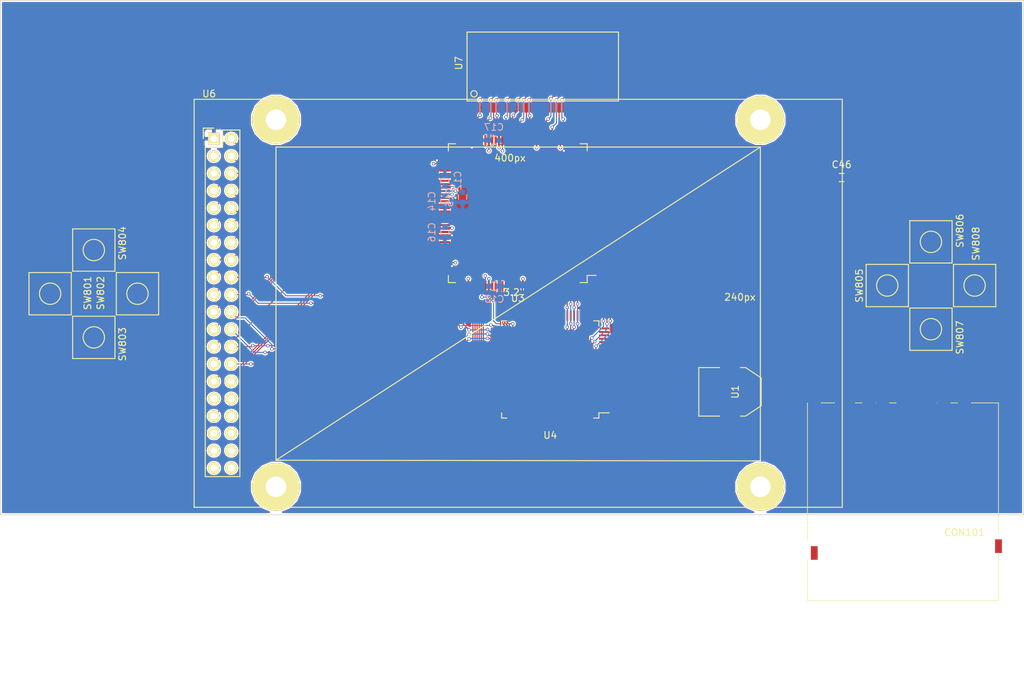
<source format=kicad_pcb>
(kicad_pcb (version 4) (host pcbnew "(2016-02-12 BZR 6554)-stable")

  (general
    (links 217)
    (no_connects 60)
    (area 55.549999 31.549999 205.650001 107.050001)
    (thickness 1.6)
    (drawings 4)
    (tracks 762)
    (zones 0)
    (modules 21)
    (nets 184)
  )

  (page A4)
  (layers
    (0 F.Cu signal)
    (31 B.Cu signal)
    (32 B.Adhes user)
    (33 F.Adhes user)
    (34 B.Paste user)
    (35 F.Paste user)
    (36 B.SilkS user)
    (37 F.SilkS user)
    (38 B.Mask user)
    (39 F.Mask user)
    (40 Dwgs.User user)
    (41 Cmts.User user)
    (42 Eco1.User user)
    (43 Eco2.User user)
    (44 Edge.Cuts user)
    (45 Margin user)
    (46 B.CrtYd user)
    (47 F.CrtYd user)
    (48 B.Fab user)
    (49 F.Fab user)
  )

  (setup
    (last_trace_width 0.153)
    (trace_clearance 0.153)
    (zone_clearance 0.2)
    (zone_45_only no)
    (trace_min 0.153)
    (segment_width 0.2)
    (edge_width 0.1)
    (via_size 0.5)
    (via_drill 0.3)
    (via_min_size 0.4)
    (via_min_drill 0.3)
    (uvia_size 0.3)
    (uvia_drill 0.1)
    (uvias_allowed no)
    (uvia_min_size 0.2)
    (uvia_min_drill 0.1)
    (pcb_text_width 0.3)
    (pcb_text_size 1.5 1.5)
    (mod_edge_width 0.15)
    (mod_text_size 1 1)
    (mod_text_width 0.15)
    (pad_size 1.5 1.5)
    (pad_drill 0.6)
    (pad_to_mask_clearance 0)
    (aux_axis_origin 0 0)
    (visible_elements FFFFFF7F)
    (pcbplotparams
      (layerselection 0x00030_ffffffff)
      (usegerberextensions false)
      (excludeedgelayer true)
      (linewidth 0.100000)
      (plotframeref false)
      (viasonmask false)
      (mode 1)
      (useauxorigin false)
      (hpglpennumber 1)
      (hpglpenspeed 20)
      (hpglpendiameter 15)
      (psnegative false)
      (psa4output false)
      (plotreference true)
      (plotvalue true)
      (plotinvisibletext false)
      (padsonsilk false)
      (subtractmaskfromsilk false)
      (outputformat 1)
      (mirror false)
      (drillshape 1)
      (scaleselection 1)
      (outputdirectory ""))
  )

  (net 0 "")
  (net 1 /FSMC/DA13)
  (net 2 /FSMC/E1_N)
  (net 3 "Net-(C4-Pad1)")
  (net 4 VFPGA33)
  (net 5 +1V2)
  (net 6 "Net-(R2-Pad2)")
  (net 7 "Net-(R3-Pad2)")
  (net 8 /FSMC/A23)
  (net 9 /FSMC/A19)
  (net 10 /FSMC/A20)
  (net 11 /FSMC/A21)
  (net 12 /FSMC/A22)
  (net 13 "Net-(U4-Pad7)")
  (net 14 "Net-(U4-Pad8)")
  (net 15 "Net-(U4-Pad9)")
  (net 16 "Net-(U4-Pad14)")
  (net 17 "Net-(U4-Pad23)")
  (net 18 "Net-(U4-Pad24)")
  (net 19 "Net-(U4-Pad25)")
  (net 20 "Net-(U4-Pad26)")
  (net 21 "Net-(U4-Pad29)")
  (net 22 "Net-(U4-Pad30)")
  (net 23 "Net-(U4-Pad31)")
  (net 24 "Net-(U4-Pad32)")
  (net 25 "Net-(U4-Pad33)")
  (net 26 "Net-(U4-Pad34)")
  (net 27 "Net-(U4-Pad35)")
  (net 28 "Net-(U4-Pad36)")
  (net 29 /FSMC/BOOT1)
  (net 30 /FSMC/DA4)
  (net 31 /FSMC/DA5)
  (net 32 /FSMC/DA6)
  (net 33 /FSMC/DA7)
  (net 34 /FSMC/DA8)
  (net 35 /FSMC/DA9)
  (net 36 /FSMC/DA10)
  (net 37 /FSMC/DA11)
  (net 38 /FSMC/DA12)
  (net 39 "Net-(U4-Pad47)")
  (net 40 "Net-(U4-Pad48)")
  (net 41 /FSMC/DA14)
  (net 42 /FSMC/DA15)
  (net 43 /FSMC/A16)
  (net 44 /FSMC/A17)
  (net 45 /FSMC/A18)
  (net 46 /FSMC/DA0)
  (net 47 /FSMC/DA1)
  (net 48 "Net-(U4-Pad71)")
  (net 49 /FSMC/DA2)
  (net 50 /FSMC/DA3)
  (net 51 /FSMC/CLK)
  (net 52 /FSMC/OE_N)
  (net 53 /FSMC/WE_N)
  (net 54 /FSMC/WAIT_N)
  (net 55 /FSMC/JTDO)
  (net 56 /FSMC/JRST_N)
  (net 57 "Net-(U4-Pad91)")
  (net 58 "Net-(U4-Pad92)")
  (net 59 /FSMC/ADV_N)
  (net 60 "Net-(U4-Pad94)")
  (net 61 "Net-(U4-Pad95)")
  (net 62 "Net-(U4-Pad96)")
  (net 63 /FSMC/BL0_N)
  (net 64 /FSMC/BL1_N)
  (net 65 VSTM33)
  (net 66 GND)
  (net 67 /powersupply/VCAP1)
  (net 68 /powersupply/VCAP2)
  (net 69 "Net-(U6-Pad5)")
  (net 70 "Net-(U6-Pad31)")
  (net 71 "Net-(U6-Pad35)")
  (net 72 "Net-(R14-Pad1)")
  (net 73 "Net-(U6-Pad38)")
  (net 74 "Net-(U6-Pad39)")
  (net 75 "Net-(U6-Pad40)")
  (net 76 /display/DB0)
  (net 77 /display/DB1)
  (net 78 /display/DB2)
  (net 79 /display/RS)
  (net 80 /display/DB3)
  (net 81 /display/WR)
  (net 82 /display/DB4)
  (net 83 /display/RD)
  (net 84 /display/DB5)
  (net 85 /display/DB8)
  (net 86 /display/DB6)
  (net 87 /display/DB9)
  (net 88 /display/DB7)
  (net 89 /display/DB10)
  (net 90 /display/DB11)
  (net 91 /display/DB12)
  (net 92 /display/DB13)
  (net 93 /display/DB14)
  (net 94 /display/DB15)
  (net 95 /display/CS)
  (net 96 /display/RST)
  (net 97 "Net-(U3-Pad73)")
  (net 98 /display/T_BUSY)
  (net 99 /display/T_IRQ)
  (net 100 /sdram/DQ0)
  (net 101 /sdram/DQ1)
  (net 102 /sdram/DQ2)
  (net 103 /sdram/DQ3)
  (net 104 /sdram/DQ4)
  (net 105 /sdram/DQ5)
  (net 106 /sdram/DQ6)
  (net 107 /sdram/DQ7)
  (net 108 /sdram/DQML)
  (net 109 /sdram/WE)
  (net 110 /sdram/CAS)
  (net 111 /sdram/RAS)
  (net 112 /sdram/CS)
  (net 113 /sdram/BA0)
  (net 114 /sdram/BA1)
  (net 115 /sdram/A10)
  (net 116 /sdram/A0)
  (net 117 /sdram/A1)
  (net 118 /sdram/A2)
  (net 119 /sdram/A3)
  (net 120 /sdram/A4)
  (net 121 /sdram/A5)
  (net 122 /sdram/A6)
  (net 123 /sdram/A7)
  (net 124 /sdram/A8)
  (net 125 /sdram/A9)
  (net 126 /sdram/A11)
  (net 127 "Net-(U7-Pad36)")
  (net 128 /sdram/CKE)
  (net 129 /sdram/CLK)
  (net 130 /sdram/DQMH)
  (net 131 "Net-(U7-Pad40)")
  (net 132 /sdram/DQ8)
  (net 133 /sdram/DQ9)
  (net 134 /sdram/DQ10)
  (net 135 /sdram/DQ11)
  (net 136 /sdram/DQ12)
  (net 137 /sdram/DQ13)
  (net 138 /sdram/DQ14)
  (net 139 /sdram/DQ15)
  (net 140 "Net-(U3-Pad10)")
  (net 141 "Net-(U3-Pad11)")
  (net 142 "Net-(U3-Pad13)")
  (net 143 "Net-(U3-Pad15)")
  (net 144 "Net-(U3-Pad16)")
  (net 145 "Net-(U3-Pad17)")
  (net 146 "Net-(U3-Pad18)")
  (net 147 "Net-(U3-Pad114)")
  (net 148 "Net-(U3-Pad115)")
  (net 149 /sdcard/SDIO_D3)
  (net 150 /sdcard/SDIO_CLK)
  (net 151 /sdcard/SDIO_D0)
  (net 152 /sdcard/SDIO_D1)
  (net 153 /sdcard/SDIO_D2)
  (net 154 /debug/FTMS)
  (net 155 /debug/FTDI)
  (net 156 /debug/FTCK)
  (net 157 /debug/FTDO)
  (net 158 /debug/OSCIN)
  (net 159 /debug/OSCOUT)
  (net 160 /FSMC/SDIO_CMD)
  (net 161 "Net-(CON101-Pad10)")
  (net 162 "Net-(CON101-Pad11)")
  (net 163 "Net-(CON101-Pad12)")
  (net 164 "Net-(CON101-Pad13)")
  (net 165 /userif/SW_LEFT)
  (net 166 /userif/SW_UP)
  (net 167 /userif/SW_DOWN)
  (net 168 /userif/SW_RIGHT)
  (net 169 /FSMC/T_CS)
  (net 170 /FSMC/T_CLK)
  (net 171 /FSMC/T_DOUT)
  (net 172 /FSMC/T_DIN)
  (net 173 "Net-(U6-Pad30)")
  (net 174 "Net-(U6-Pad32)")
  (net 175 "Net-(U6-Pad34)")
  (net 176 "Net-(U6-Pad36)")
  (net 177 /userif/JTMS)
  (net 178 /userif/JTCK)
  (net 179 /userif/JTDI)
  (net 180 /sdcard/SW_B)
  (net 181 /sdcard/SW_A)
  (net 182 /sdcard/SW_C)
  (net 183 /sdcard/SW_D)

  (net_class Default "This is the default net class."
    (clearance 0.153)
    (trace_width 0.153)
    (via_dia 0.5)
    (via_drill 0.3)
    (uvia_dia 0.3)
    (uvia_drill 0.1)
    (add_net +1V2)
    (add_net /FSMC/A16)
    (add_net /FSMC/A17)
    (add_net /FSMC/A18)
    (add_net /FSMC/A19)
    (add_net /FSMC/A20)
    (add_net /FSMC/A21)
    (add_net /FSMC/A22)
    (add_net /FSMC/A23)
    (add_net /FSMC/ADV_N)
    (add_net /FSMC/BL0_N)
    (add_net /FSMC/BL1_N)
    (add_net /FSMC/BOOT1)
    (add_net /FSMC/CLK)
    (add_net /FSMC/DA0)
    (add_net /FSMC/DA1)
    (add_net /FSMC/DA10)
    (add_net /FSMC/DA11)
    (add_net /FSMC/DA12)
    (add_net /FSMC/DA13)
    (add_net /FSMC/DA14)
    (add_net /FSMC/DA15)
    (add_net /FSMC/DA2)
    (add_net /FSMC/DA3)
    (add_net /FSMC/DA4)
    (add_net /FSMC/DA5)
    (add_net /FSMC/DA6)
    (add_net /FSMC/DA7)
    (add_net /FSMC/DA8)
    (add_net /FSMC/DA9)
    (add_net /FSMC/E1_N)
    (add_net /FSMC/JRST_N)
    (add_net /FSMC/JTDO)
    (add_net /FSMC/OE_N)
    (add_net /FSMC/SDIO_CMD)
    (add_net /FSMC/T_CLK)
    (add_net /FSMC/T_CS)
    (add_net /FSMC/T_DIN)
    (add_net /FSMC/T_DOUT)
    (add_net /FSMC/WAIT_N)
    (add_net /FSMC/WE_N)
    (add_net /debug/FTCK)
    (add_net /debug/FTDI)
    (add_net /debug/FTDO)
    (add_net /debug/FTMS)
    (add_net /debug/OSCIN)
    (add_net /debug/OSCOUT)
    (add_net /display/CS)
    (add_net /display/DB0)
    (add_net /display/DB1)
    (add_net /display/DB10)
    (add_net /display/DB11)
    (add_net /display/DB12)
    (add_net /display/DB13)
    (add_net /display/DB14)
    (add_net /display/DB15)
    (add_net /display/DB2)
    (add_net /display/DB3)
    (add_net /display/DB4)
    (add_net /display/DB5)
    (add_net /display/DB6)
    (add_net /display/DB7)
    (add_net /display/DB8)
    (add_net /display/DB9)
    (add_net /display/RD)
    (add_net /display/RS)
    (add_net /display/RST)
    (add_net /display/T_BUSY)
    (add_net /display/T_IRQ)
    (add_net /display/WR)
    (add_net /powersupply/VCAP1)
    (add_net /powersupply/VCAP2)
    (add_net /sdcard/SDIO_CLK)
    (add_net /sdcard/SDIO_D0)
    (add_net /sdcard/SDIO_D1)
    (add_net /sdcard/SDIO_D2)
    (add_net /sdcard/SDIO_D3)
    (add_net /sdcard/SW_A)
    (add_net /sdcard/SW_B)
    (add_net /sdcard/SW_C)
    (add_net /sdcard/SW_D)
    (add_net /sdram/A0)
    (add_net /sdram/A1)
    (add_net /sdram/A10)
    (add_net /sdram/A11)
    (add_net /sdram/A2)
    (add_net /sdram/A3)
    (add_net /sdram/A4)
    (add_net /sdram/A5)
    (add_net /sdram/A6)
    (add_net /sdram/A7)
    (add_net /sdram/A8)
    (add_net /sdram/A9)
    (add_net /sdram/BA0)
    (add_net /sdram/BA1)
    (add_net /sdram/CAS)
    (add_net /sdram/CKE)
    (add_net /sdram/CLK)
    (add_net /sdram/CS)
    (add_net /sdram/DQ0)
    (add_net /sdram/DQ1)
    (add_net /sdram/DQ10)
    (add_net /sdram/DQ11)
    (add_net /sdram/DQ12)
    (add_net /sdram/DQ13)
    (add_net /sdram/DQ14)
    (add_net /sdram/DQ15)
    (add_net /sdram/DQ2)
    (add_net /sdram/DQ3)
    (add_net /sdram/DQ4)
    (add_net /sdram/DQ5)
    (add_net /sdram/DQ6)
    (add_net /sdram/DQ7)
    (add_net /sdram/DQ8)
    (add_net /sdram/DQ9)
    (add_net /sdram/DQMH)
    (add_net /sdram/DQML)
    (add_net /sdram/RAS)
    (add_net /sdram/WE)
    (add_net /userif/JTCK)
    (add_net /userif/JTDI)
    (add_net /userif/JTMS)
    (add_net /userif/SW_DOWN)
    (add_net /userif/SW_LEFT)
    (add_net /userif/SW_RIGHT)
    (add_net /userif/SW_UP)
    (add_net GND)
    (add_net "Net-(C4-Pad1)")
    (add_net "Net-(CON101-Pad10)")
    (add_net "Net-(CON101-Pad11)")
    (add_net "Net-(CON101-Pad12)")
    (add_net "Net-(CON101-Pad13)")
    (add_net "Net-(R14-Pad1)")
    (add_net "Net-(R2-Pad2)")
    (add_net "Net-(R3-Pad2)")
    (add_net "Net-(U3-Pad10)")
    (add_net "Net-(U3-Pad11)")
    (add_net "Net-(U3-Pad114)")
    (add_net "Net-(U3-Pad115)")
    (add_net "Net-(U3-Pad13)")
    (add_net "Net-(U3-Pad15)")
    (add_net "Net-(U3-Pad16)")
    (add_net "Net-(U3-Pad17)")
    (add_net "Net-(U3-Pad18)")
    (add_net "Net-(U3-Pad73)")
    (add_net "Net-(U4-Pad14)")
    (add_net "Net-(U4-Pad23)")
    (add_net "Net-(U4-Pad24)")
    (add_net "Net-(U4-Pad25)")
    (add_net "Net-(U4-Pad26)")
    (add_net "Net-(U4-Pad29)")
    (add_net "Net-(U4-Pad30)")
    (add_net "Net-(U4-Pad31)")
    (add_net "Net-(U4-Pad32)")
    (add_net "Net-(U4-Pad33)")
    (add_net "Net-(U4-Pad34)")
    (add_net "Net-(U4-Pad35)")
    (add_net "Net-(U4-Pad36)")
    (add_net "Net-(U4-Pad47)")
    (add_net "Net-(U4-Pad48)")
    (add_net "Net-(U4-Pad7)")
    (add_net "Net-(U4-Pad71)")
    (add_net "Net-(U4-Pad8)")
    (add_net "Net-(U4-Pad9)")
    (add_net "Net-(U4-Pad91)")
    (add_net "Net-(U4-Pad92)")
    (add_net "Net-(U4-Pad94)")
    (add_net "Net-(U4-Pad95)")
    (add_net "Net-(U4-Pad96)")
    (add_net "Net-(U6-Pad30)")
    (add_net "Net-(U6-Pad31)")
    (add_net "Net-(U6-Pad32)")
    (add_net "Net-(U6-Pad34)")
    (add_net "Net-(U6-Pad35)")
    (add_net "Net-(U6-Pad36)")
    (add_net "Net-(U6-Pad38)")
    (add_net "Net-(U6-Pad39)")
    (add_net "Net-(U6-Pad40)")
    (add_net "Net-(U6-Pad5)")
    (add_net "Net-(U7-Pad36)")
    (add_net "Net-(U7-Pad40)")
    (add_net VFPGA33)
    (add_net VSTM33)
  )

  (module itead-display:ITDB02-3.2WD (layer F.Cu) (tedit 56C6AB88) (tstamp 56C69EE3)
    (at 86.9 51.879)
    (path /563244F7/56C57ED6)
    (fp_text reference U6 (at -0.7 -6.575) (layer F.SilkS)
      (effects (font (size 1 1) (thickness 0.15)))
    )
    (fp_text value ITDB02-3.2WD (at 9.3 -6.575) (layer F.Fab)
      (effects (font (size 1 1) (thickness 0.15)))
    )
    (fp_text user 240px (at 77.1 23.225) (layer F.SilkS)
      (effects (font (size 1 1) (thickness 0.15)))
    )
    (fp_text user 400px (at 43.4 2.825) (layer F.SilkS)
      (effects (font (size 1 1) (thickness 0.15)))
    )
    (fp_text user 3.2" (at 44 22.525) (layer F.SilkS)
      (effects (font (size 1 1) (thickness 0.15)))
    )
    (fp_line (start 9.1 47.125) (end 80.1 1.225) (layer F.SilkS) (width 0.15))
    (fp_line (start 9.1 47.125) (end 9.1 1.225) (layer F.SilkS) (width 0.15))
    (fp_line (start 80.1 47.225) (end 9.1 47.125) (layer F.SilkS) (width 0.15))
    (fp_line (start 80.1 1.225) (end 80.1 47.225) (layer F.SilkS) (width 0.15))
    (fp_line (start 9.1 1.225) (end 80.1 1.225) (layer F.SilkS) (width 0.15))
    (fp_line (start -2.9 54.025) (end -2.9 -5.775) (layer F.SilkS) (width 0.15))
    (fp_line (start 92.1 54.025) (end -2.9 54.025) (layer F.SilkS) (width 0.15))
    (fp_line (start 92.1 -5.775) (end 92.1 54.025) (layer F.SilkS) (width 0.15))
    (fp_line (start -2.9 -5.775) (end 92.1 -5.775) (layer F.SilkS) (width 0.15))
    (fp_line (start -1.75 -1.7504) (end -1.75 50.0496) (layer F.CrtYd) (width 0.05))
    (fp_line (start 4.3 -1.7504) (end 4.3 50.0496) (layer F.CrtYd) (width 0.05))
    (fp_line (start -1.75 -1.7504) (end 4.3 -1.7504) (layer F.CrtYd) (width 0.05))
    (fp_line (start -1.75 50.0496) (end 4.3 50.0496) (layer F.CrtYd) (width 0.05))
    (fp_line (start 3.81 49.5296) (end 3.81 -1.2704) (layer F.SilkS) (width 0.15))
    (fp_line (start -1.27 1.2696) (end -1.27 49.5296) (layer F.SilkS) (width 0.15))
    (fp_line (start 3.81 49.5296) (end -1.27 49.5296) (layer F.SilkS) (width 0.15))
    (fp_line (start 3.81 -1.2704) (end 1.27 -1.2704) (layer F.SilkS) (width 0.15))
    (fp_line (start 0 -1.5504) (end -1.55 -1.5504) (layer F.SilkS) (width 0.15))
    (fp_line (start 1.27 -1.2704) (end 1.27 1.2696) (layer F.SilkS) (width 0.15))
    (fp_line (start 1.27 1.2696) (end -1.27 1.2696) (layer F.SilkS) (width 0.15))
    (fp_line (start -1.55 -1.5504) (end -1.55 -0.0004) (layer F.SilkS) (width 0.15))
    (pad 1 thru_hole rect (at 0 -0.0004) (size 1.7272 1.7272) (drill 1.016) (layers *.Cu *.Mask F.SilkS)
      (net 66 GND))
    (pad 2 thru_hole oval (at 2.54 -0.0004) (size 1.7272 1.7272) (drill 1.016) (layers *.Cu *.Mask F.SilkS)
      (net 76 /display/DB0))
    (pad 3 thru_hole oval (at 0 2.5396) (size 1.7272 1.7272) (drill 1.016) (layers *.Cu *.Mask F.SilkS)
      (net 4 VFPGA33))
    (pad 4 thru_hole oval (at 2.54 2.5396) (size 1.7272 1.7272) (drill 1.016) (layers *.Cu *.Mask F.SilkS)
      (net 77 /display/DB1))
    (pad 5 thru_hole oval (at 0 5.0796) (size 1.7272 1.7272) (drill 1.016) (layers *.Cu *.Mask F.SilkS)
      (net 69 "Net-(U6-Pad5)"))
    (pad 6 thru_hole oval (at 2.54 5.0796) (size 1.7272 1.7272) (drill 1.016) (layers *.Cu *.Mask F.SilkS)
      (net 78 /display/DB2))
    (pad 7 thru_hole oval (at 0 7.6196) (size 1.7272 1.7272) (drill 1.016) (layers *.Cu *.Mask F.SilkS)
      (net 79 /display/RS))
    (pad 8 thru_hole oval (at 2.54 7.6196) (size 1.7272 1.7272) (drill 1.016) (layers *.Cu *.Mask F.SilkS)
      (net 80 /display/DB3))
    (pad 9 thru_hole oval (at 0 10.1596) (size 1.7272 1.7272) (drill 1.016) (layers *.Cu *.Mask F.SilkS)
      (net 81 /display/WR))
    (pad 10 thru_hole oval (at 2.54 10.1596) (size 1.7272 1.7272) (drill 1.016) (layers *.Cu *.Mask F.SilkS)
      (net 82 /display/DB4))
    (pad 11 thru_hole oval (at 0 12.6996) (size 1.7272 1.7272) (drill 1.016) (layers *.Cu *.Mask F.SilkS)
      (net 83 /display/RD))
    (pad 12 thru_hole oval (at 2.54 12.6996) (size 1.7272 1.7272) (drill 1.016) (layers *.Cu *.Mask F.SilkS)
      (net 84 /display/DB5))
    (pad 13 thru_hole oval (at 0 15.2396) (size 1.7272 1.7272) (drill 1.016) (layers *.Cu *.Mask F.SilkS)
      (net 85 /display/DB8))
    (pad 14 thru_hole oval (at 2.54 15.2396) (size 1.7272 1.7272) (drill 1.016) (layers *.Cu *.Mask F.SilkS)
      (net 86 /display/DB6))
    (pad 15 thru_hole oval (at 0 17.7796) (size 1.7272 1.7272) (drill 1.016) (layers *.Cu *.Mask F.SilkS)
      (net 87 /display/DB9))
    (pad 16 thru_hole oval (at 2.54 17.7796) (size 1.7272 1.7272) (drill 1.016) (layers *.Cu *.Mask F.SilkS)
      (net 88 /display/DB7))
    (pad 17 thru_hole oval (at 0 20.3196) (size 1.7272 1.7272) (drill 1.016) (layers *.Cu *.Mask F.SilkS)
      (net 89 /display/DB10))
    (pad 18 thru_hole oval (at 2.54 20.3196) (size 1.7272 1.7272) (drill 1.016) (layers *.Cu *.Mask F.SilkS)
      (net 170 /FSMC/T_CLK))
    (pad 19 thru_hole oval (at 0 22.8596) (size 1.7272 1.7272) (drill 1.016) (layers *.Cu *.Mask F.SilkS)
      (net 90 /display/DB11))
    (pad 20 thru_hole oval (at 2.54 22.8596) (size 1.7272 1.7272) (drill 1.016) (layers *.Cu *.Mask F.SilkS)
      (net 169 /FSMC/T_CS))
    (pad 21 thru_hole oval (at 0 25.3996) (size 1.7272 1.7272) (drill 1.016) (layers *.Cu *.Mask F.SilkS)
      (net 91 /display/DB12))
    (pad 22 thru_hole oval (at 2.54 25.3996) (size 1.7272 1.7272) (drill 1.016) (layers *.Cu *.Mask F.SilkS)
      (net 172 /FSMC/T_DIN))
    (pad 23 thru_hole oval (at 0 27.9396) (size 1.7272 1.7272) (drill 1.016) (layers *.Cu *.Mask F.SilkS)
      (net 92 /display/DB13))
    (pad 24 thru_hole oval (at 2.54 27.9396) (size 1.7272 1.7272) (drill 1.016) (layers *.Cu *.Mask F.SilkS)
      (net 98 /display/T_BUSY))
    (pad 25 thru_hole oval (at 0 30.4796) (size 1.7272 1.7272) (drill 1.016) (layers *.Cu *.Mask F.SilkS)
      (net 93 /display/DB14))
    (pad 26 thru_hole oval (at 2.54 30.4796) (size 1.7272 1.7272) (drill 1.016) (layers *.Cu *.Mask F.SilkS)
      (net 171 /FSMC/T_DOUT))
    (pad 27 thru_hole oval (at 0 33.0196) (size 1.7272 1.7272) (drill 1.016) (layers *.Cu *.Mask F.SilkS)
      (net 94 /display/DB15))
    (pad 28 thru_hole oval (at 2.54 33.0196) (size 1.7272 1.7272) (drill 1.016) (layers *.Cu *.Mask F.SilkS)
      (net 99 /display/T_IRQ))
    (pad 29 thru_hole oval (at 0 35.5596) (size 1.7272 1.7272) (drill 1.016) (layers *.Cu *.Mask F.SilkS)
      (net 95 /display/CS))
    (pad 30 thru_hole oval (at 2.54 35.5596) (size 1.7272 1.7272) (drill 1.016) (layers *.Cu *.Mask F.SilkS)
      (net 173 "Net-(U6-Pad30)"))
    (pad 31 thru_hole oval (at 0 38.0996) (size 1.7272 1.7272) (drill 1.016) (layers *.Cu *.Mask F.SilkS)
      (net 70 "Net-(U6-Pad31)"))
    (pad 32 thru_hole oval (at 2.54 38.0996) (size 1.7272 1.7272) (drill 1.016) (layers *.Cu *.Mask F.SilkS)
      (net 174 "Net-(U6-Pad32)"))
    (pad 33 thru_hole oval (at 0 40.6396) (size 1.7272 1.7272) (drill 1.016) (layers *.Cu *.Mask F.SilkS)
      (net 96 /display/RST))
    (pad 34 thru_hole oval (at 2.54 40.6396) (size 1.7272 1.7272) (drill 1.016) (layers *.Cu *.Mask F.SilkS)
      (net 175 "Net-(U6-Pad34)"))
    (pad 35 thru_hole oval (at 0 43.1796) (size 1.7272 1.7272) (drill 1.016) (layers *.Cu *.Mask F.SilkS)
      (net 71 "Net-(U6-Pad35)"))
    (pad 36 thru_hole oval (at 2.54 43.1796) (size 1.7272 1.7272) (drill 1.016) (layers *.Cu *.Mask F.SilkS)
      (net 176 "Net-(U6-Pad36)"))
    (pad 37 thru_hole oval (at 0 45.7196) (size 1.7272 1.7272) (drill 1.016) (layers *.Cu *.Mask F.SilkS)
      (net 72 "Net-(R14-Pad1)"))
    (pad 38 thru_hole oval (at 2.54 45.7196) (size 1.7272 1.7272) (drill 1.016) (layers *.Cu *.Mask F.SilkS)
      (net 73 "Net-(U6-Pad38)"))
    (pad 39 thru_hole oval (at 0 48.2596) (size 1.7272 1.7272) (drill 1.016) (layers *.Cu *.Mask F.SilkS)
      (net 74 "Net-(U6-Pad39)"))
    (pad 40 thru_hole oval (at 2.54 48.2596) (size 1.7272 1.7272) (drill 1.016) (layers *.Cu *.Mask F.SilkS)
      (net 75 "Net-(U6-Pad40)"))
    (pad "" np_thru_hole circle (at 9.1 -2.775) (size 7 7) (drill 3) (layers *.Cu *.Mask F.SilkS))
    (pad "" np_thru_hole circle (at 9.1 51.025) (size 7 7) (drill 3) (layers *.Cu *.Mask F.SilkS))
    (pad "" np_thru_hole circle (at 80.1 -2.775) (size 7 7) (drill 3) (layers *.Cu *.Mask F.SilkS))
    (pad "" np_thru_hole circle (at 80.1 51.025) (size 7 7) (drill 3) (layers *.Cu *.Mask F.SilkS))
    (model Pin_Headers.3dshapes/Pin_Header_Straight_2x20.wrl
      (at (xyz 0.05 -0.95 0))
      (scale (xyz 1 1 1))
      (rotate (xyz 0 0 90))
    )
  )

  (module smd:TSOP-54 (layer F.Cu) (tedit 56C6D015) (tstamp 56C6E984)
    (at 124.7 47.3)
    (path /563244F7/56C702B2)
    (fp_text reference U7 (at -1.9 -6.5 90) (layer F.SilkS)
      (effects (font (size 1 1) (thickness 0.15)))
    )
    (fp_text value IS42S16800F (at 10.05 -5.8) (layer F.Fab)
      (effects (font (size 1 1) (thickness 0.15)))
    )
    (fp_circle (center 0.323502 -2) (end 0.55 -1.6) (layer F.SilkS) (width 0.15))
    (fp_line (start 21.5 -11.05) (end -0.7 -11.05) (layer F.SilkS) (width 0.15))
    (fp_line (start 21.5 -0.95) (end 21.5 -11.05) (layer F.SilkS) (width 0.15))
    (fp_line (start -0.7 -0.95) (end 21.5 -0.95) (layer F.SilkS) (width 0.15))
    (fp_line (start -0.7 -11.05) (end -0.7 -0.95) (layer F.SilkS) (width 0.15))
    (pad 1 smd rect (at 0 0) (size 0.55 1.5) (layers F.Cu F.Paste F.Mask)
      (net 4 VFPGA33))
    (pad 2 smd rect (at 0.8 0) (size 0.55 1.5) (layers F.Cu F.Paste F.Mask)
      (net 100 /sdram/DQ0))
    (pad 3 smd rect (at 1.6 0) (size 0.55 1.5) (layers F.Cu F.Paste F.Mask)
      (net 66 GND))
    (pad 4 smd rect (at 2.4 0) (size 0.55 1.5) (layers F.Cu F.Paste F.Mask)
      (net 101 /sdram/DQ1))
    (pad 5 smd rect (at 3.2 0) (size 0.55 1.5) (layers F.Cu F.Paste F.Mask)
      (net 102 /sdram/DQ2))
    (pad 6 smd rect (at 4 0) (size 0.55 1.5) (layers F.Cu F.Paste F.Mask)
      (net 66 GND))
    (pad 7 smd rect (at 4.8 0) (size 0.55 1.5) (layers F.Cu F.Paste F.Mask)
      (net 103 /sdram/DQ3))
    (pad 8 smd rect (at 5.6 0) (size 0.55 1.5) (layers F.Cu F.Paste F.Mask)
      (net 104 /sdram/DQ4))
    (pad 9 smd rect (at 6.4 0) (size 0.55 1.5) (layers F.Cu F.Paste F.Mask)
      (net 66 GND))
    (pad 10 smd rect (at 7.2 0) (size 0.55 1.5) (layers F.Cu F.Paste F.Mask)
      (net 105 /sdram/DQ5))
    (pad 11 smd rect (at 8 0) (size 0.55 1.5) (layers F.Cu F.Paste F.Mask)
      (net 106 /sdram/DQ6))
    (pad 12 smd rect (at 8.8 0) (size 0.55 1.5) (layers F.Cu F.Paste F.Mask)
      (net 66 GND))
    (pad 13 smd rect (at 9.6 0) (size 0.55 1.5) (layers F.Cu F.Paste F.Mask)
      (net 107 /sdram/DQ7))
    (pad 14 smd rect (at 10.4 0) (size 0.55 1.5) (layers F.Cu F.Paste F.Mask)
      (net 4 VFPGA33))
    (pad 15 smd rect (at 11.2 0) (size 0.55 1.5) (layers F.Cu F.Paste F.Mask)
      (net 108 /sdram/DQML))
    (pad 16 smd rect (at 12 0) (size 0.55 1.5) (layers F.Cu F.Paste F.Mask)
      (net 109 /sdram/WE))
    (pad 17 smd rect (at 12.8 0) (size 0.55 1.5) (layers F.Cu F.Paste F.Mask)
      (net 110 /sdram/CAS))
    (pad 18 smd rect (at 13.6 0) (size 0.55 1.5) (layers F.Cu F.Paste F.Mask)
      (net 111 /sdram/RAS))
    (pad 19 smd rect (at 14.4 0) (size 0.55 1.5) (layers F.Cu F.Paste F.Mask)
      (net 112 /sdram/CS))
    (pad 20 smd rect (at 15.2 0) (size 0.55 1.5) (layers F.Cu F.Paste F.Mask)
      (net 113 /sdram/BA0))
    (pad 21 smd rect (at 16 0) (size 0.55 1.5) (layers F.Cu F.Paste F.Mask)
      (net 114 /sdram/BA1))
    (pad 22 smd rect (at 16.8 0) (size 0.55 1.5) (layers F.Cu F.Paste F.Mask)
      (net 115 /sdram/A10))
    (pad 23 smd rect (at 17.6 0) (size 0.55 1.5) (layers F.Cu F.Paste F.Mask)
      (net 116 /sdram/A0))
    (pad 24 smd rect (at 18.4 0) (size 0.55 1.5) (layers F.Cu F.Paste F.Mask)
      (net 117 /sdram/A1))
    (pad 25 smd rect (at 19.2 0) (size 0.55 1.5) (layers F.Cu F.Paste F.Mask)
      (net 118 /sdram/A2))
    (pad 26 smd rect (at 20 0) (size 0.55 1.5) (layers F.Cu F.Paste F.Mask)
      (net 119 /sdram/A3))
    (pad 27 smd rect (at 20.8 0) (size 0.55 1.5) (layers F.Cu F.Paste F.Mask)
      (net 4 VFPGA33))
    (pad 28 smd rect (at 20.8 -12) (size 0.55 1.5) (layers F.Cu F.Paste F.Mask)
      (net 4 VFPGA33))
    (pad 29 smd rect (at 20 -12) (size 0.55 1.5) (layers F.Cu F.Paste F.Mask)
      (net 120 /sdram/A4))
    (pad 30 smd rect (at 19.2 -12) (size 0.55 1.5) (layers F.Cu F.Paste F.Mask)
      (net 121 /sdram/A5))
    (pad 31 smd rect (at 18.4 -12) (size 0.55 1.5) (layers F.Cu F.Paste F.Mask)
      (net 122 /sdram/A6))
    (pad 32 smd rect (at 17.6 -12) (size 0.55 1.5) (layers F.Cu F.Paste F.Mask)
      (net 123 /sdram/A7))
    (pad 33 smd rect (at 16.8 -12) (size 0.55 1.5) (layers F.Cu F.Paste F.Mask)
      (net 124 /sdram/A8))
    (pad 34 smd rect (at 16 -12) (size 0.55 1.5) (layers F.Cu F.Paste F.Mask)
      (net 125 /sdram/A9))
    (pad 35 smd rect (at 15.2 -12) (size 0.55 1.5) (layers F.Cu F.Paste F.Mask)
      (net 126 /sdram/A11))
    (pad 36 smd rect (at 14.4 -12) (size 0.55 1.5) (layers F.Cu F.Paste F.Mask)
      (net 127 "Net-(U7-Pad36)"))
    (pad 37 smd rect (at 13.6 -12) (size 0.55 1.5) (layers F.Cu F.Paste F.Mask)
      (net 128 /sdram/CKE))
    (pad 38 smd rect (at 12.8 -12) (size 0.55 1.5) (layers F.Cu F.Paste F.Mask)
      (net 129 /sdram/CLK))
    (pad 39 smd rect (at 12 -12) (size 0.55 1.5) (layers F.Cu F.Paste F.Mask)
      (net 130 /sdram/DQMH))
    (pad 40 smd rect (at 11.2 -12) (size 0.55 1.5) (layers F.Cu F.Paste F.Mask)
      (net 131 "Net-(U7-Pad40)"))
    (pad 41 smd rect (at 10.4 -12) (size 0.55 1.5) (layers F.Cu F.Paste F.Mask)
      (net 4 VFPGA33))
    (pad 42 smd rect (at 9.6 -12) (size 0.55 1.5) (layers F.Cu F.Paste F.Mask)
      (net 132 /sdram/DQ8))
    (pad 43 smd rect (at 8.8 -12) (size 0.55 1.5) (layers F.Cu F.Paste F.Mask)
      (net 66 GND))
    (pad 44 smd rect (at 8 -12) (size 0.55 1.5) (layers F.Cu F.Paste F.Mask)
      (net 133 /sdram/DQ9))
    (pad 45 smd rect (at 7.2 -12) (size 0.55 1.5) (layers F.Cu F.Paste F.Mask)
      (net 134 /sdram/DQ10))
    (pad 46 smd rect (at 6.4 -12) (size 0.55 1.5) (layers F.Cu F.Paste F.Mask)
      (net 66 GND))
    (pad 47 smd rect (at 5.6 -12) (size 0.55 1.5) (layers F.Cu F.Paste F.Mask)
      (net 135 /sdram/DQ11))
    (pad 48 smd rect (at 4.8 -12) (size 0.55 1.5) (layers F.Cu F.Paste F.Mask)
      (net 136 /sdram/DQ12))
    (pad 49 smd rect (at 4 -12) (size 0.55 1.5) (layers F.Cu F.Paste F.Mask)
      (net 66 GND))
    (pad 50 smd rect (at 3.2 -12) (size 0.55 1.5) (layers F.Cu F.Paste F.Mask)
      (net 137 /sdram/DQ13))
    (pad 51 smd rect (at 2.4 -12) (size 0.55 1.5) (layers F.Cu F.Paste F.Mask)
      (net 138 /sdram/DQ14))
    (pad 52 smd rect (at 1.6 -12) (size 0.55 1.5) (layers F.Cu F.Paste F.Mask)
      (net 66 GND))
    (pad 53 smd rect (at 0.8 -12) (size 0.55 1.5) (layers F.Cu F.Paste F.Mask)
      (net 139 /sdram/DQ15))
    (pad 54 smd rect (at 0 -12) (size 0.55 1.5) (layers F.Cu F.Paste F.Mask)
      (net 4 VFPGA33))
  )

  (module Housings_QFP:LQFP-144_20x20mm_Pitch0.5mm (layer F.Cu) (tedit 54130A77) (tstamp 56C45027)
    (at 131.443728 62.795542 180)
    (descr "144-Lead Plastic Low Profile Quad Flatpack (PL) - 20x20x1.40 mm Body [LQFP], 2.00 mm Footprint (see Microchip Packaging Specification 00000049BS.pdf)")
    (tags "QFP 0.5")
    (path /563244F7/56323459)
    (attr smd)
    (fp_text reference U3 (at 0 -12.475 180) (layer F.SilkS)
      (effects (font (size 1 1) (thickness 0.15)))
    )
    (fp_text value LFXP2-5E-6TN144C (at 0 12.475 180) (layer F.Fab)
      (effects (font (size 1 1) (thickness 0.15)))
    )
    (fp_line (start -11.75 -11.75) (end -11.75 11.75) (layer F.CrtYd) (width 0.05))
    (fp_line (start 11.75 -11.75) (end 11.75 11.75) (layer F.CrtYd) (width 0.05))
    (fp_line (start -11.75 -11.75) (end 11.75 -11.75) (layer F.CrtYd) (width 0.05))
    (fp_line (start -11.75 11.75) (end 11.75 11.75) (layer F.CrtYd) (width 0.05))
    (fp_line (start -10.175 -10.175) (end -10.175 -9.125) (layer F.SilkS) (width 0.15))
    (fp_line (start 10.175 -10.175) (end 10.175 -9.125) (layer F.SilkS) (width 0.15))
    (fp_line (start 10.175 10.175) (end 10.175 9.125) (layer F.SilkS) (width 0.15))
    (fp_line (start -10.175 10.175) (end -10.175 9.125) (layer F.SilkS) (width 0.15))
    (fp_line (start -10.175 -10.175) (end -9.125 -10.175) (layer F.SilkS) (width 0.15))
    (fp_line (start -10.175 10.175) (end -9.125 10.175) (layer F.SilkS) (width 0.15))
    (fp_line (start 10.175 10.175) (end 9.125 10.175) (layer F.SilkS) (width 0.15))
    (fp_line (start 10.175 -10.175) (end 9.125 -10.175) (layer F.SilkS) (width 0.15))
    (fp_line (start -10.175 -9.125) (end -11.475 -9.125) (layer F.SilkS) (width 0.15))
    (pad 1 smd rect (at -10.7 -8.75 180) (size 1.55 0.3) (layers F.Cu F.Paste F.Mask)
      (net 63 /FSMC/BL0_N))
    (pad 2 smd rect (at -10.7 -8.25 180) (size 1.55 0.3) (layers F.Cu F.Paste F.Mask)
      (net 64 /FSMC/BL1_N))
    (pad 3 smd rect (at -10.7 -7.75 180) (size 1.55 0.3) (layers F.Cu F.Paste F.Mask)
      (net 66 GND))
    (pad 4 smd rect (at -10.7 -7.25 180) (size 1.55 0.3) (layers F.Cu F.Paste F.Mask)
      (net 4 VFPGA33))
    (pad 5 smd rect (at -10.7 -6.75 180) (size 1.55 0.3) (layers F.Cu F.Paste F.Mask)
      (net 8 /FSMC/A23))
    (pad 6 smd rect (at -10.7 -6.25 180) (size 1.55 0.3) (layers F.Cu F.Paste F.Mask)
      (net 9 /FSMC/A19))
    (pad 7 smd rect (at -10.7 -5.75 180) (size 1.55 0.3) (layers F.Cu F.Paste F.Mask)
      (net 10 /FSMC/A20))
    (pad 8 smd rect (at -10.7 -5.25 180) (size 1.55 0.3) (layers F.Cu F.Paste F.Mask)
      (net 11 /FSMC/A21))
    (pad 9 smd rect (at -10.7 -4.75 180) (size 1.55 0.3) (layers F.Cu F.Paste F.Mask)
      (net 12 /FSMC/A22))
    (pad 10 smd rect (at -10.7 -4.25 180) (size 1.55 0.3) (layers F.Cu F.Paste F.Mask)
      (net 140 "Net-(U3-Pad10)"))
    (pad 11 smd rect (at -10.7 -3.75 180) (size 1.55 0.3) (layers F.Cu F.Paste F.Mask)
      (net 141 "Net-(U3-Pad11)"))
    (pad 12 smd rect (at -10.7 -3.25 180) (size 1.55 0.3) (layers F.Cu F.Paste F.Mask)
      (net 66 GND))
    (pad 13 smd rect (at -10.7 -2.75 180) (size 1.55 0.3) (layers F.Cu F.Paste F.Mask)
      (net 142 "Net-(U3-Pad13)"))
    (pad 14 smd rect (at -10.7 -2.25 180) (size 1.55 0.3) (layers F.Cu F.Paste F.Mask)
      (net 4 VFPGA33))
    (pad 15 smd rect (at -10.7 -1.75 180) (size 1.55 0.3) (layers F.Cu F.Paste F.Mask)
      (net 143 "Net-(U3-Pad15)"))
    (pad 16 smd rect (at -10.7 -1.25 180) (size 1.55 0.3) (layers F.Cu F.Paste F.Mask)
      (net 144 "Net-(U3-Pad16)"))
    (pad 17 smd rect (at -10.7 -0.75 180) (size 1.55 0.3) (layers F.Cu F.Paste F.Mask)
      (net 145 "Net-(U3-Pad17)"))
    (pad 18 smd rect (at -10.7 -0.25 180) (size 1.55 0.3) (layers F.Cu F.Paste F.Mask)
      (net 146 "Net-(U3-Pad18)"))
    (pad 19 smd rect (at -10.7 0.25 180) (size 1.55 0.3) (layers F.Cu F.Paste F.Mask)
      (net 120 /sdram/A4))
    (pad 20 smd rect (at -10.7 0.75 180) (size 1.55 0.3) (layers F.Cu F.Paste F.Mask)
      (net 121 /sdram/A5))
    (pad 21 smd rect (at -10.7 1.25 180) (size 1.55 0.3) (layers F.Cu F.Paste F.Mask)
      (net 122 /sdram/A6))
    (pad 22 smd rect (at -10.7 1.75 180) (size 1.55 0.3) (layers F.Cu F.Paste F.Mask)
      (net 123 /sdram/A7))
    (pad 23 smd rect (at -10.7 2.25 180) (size 1.55 0.3) (layers F.Cu F.Paste F.Mask)
      (net 4 VFPGA33))
    (pad 24 smd rect (at -10.7 2.75 180) (size 1.55 0.3) (layers F.Cu F.Paste F.Mask)
      (net 5 +1V2))
    (pad 25 smd rect (at -10.7 3.25 180) (size 1.55 0.3) (layers F.Cu F.Paste F.Mask)
      (net 6 "Net-(R2-Pad2)"))
    (pad 26 smd rect (at -10.7 3.75 180) (size 1.55 0.3) (layers F.Cu F.Paste F.Mask)
      (net 7 "Net-(R3-Pad2)"))
    (pad 27 smd rect (at -10.7 4.25 180) (size 1.55 0.3) (layers F.Cu F.Paste F.Mask)
      (net 124 /sdram/A8))
    (pad 28 smd rect (at -10.7 4.75 180) (size 1.55 0.3) (layers F.Cu F.Paste F.Mask)
      (net 125 /sdram/A9))
    (pad 29 smd rect (at -10.7 5.25 180) (size 1.55 0.3) (layers F.Cu F.Paste F.Mask)
      (net 126 /sdram/A11))
    (pad 30 smd rect (at -10.7 5.75 180) (size 1.55 0.3) (layers F.Cu F.Paste F.Mask)
      (net 119 /sdram/A3))
    (pad 31 smd rect (at -10.7 6.25 180) (size 1.55 0.3) (layers F.Cu F.Paste F.Mask)
      (net 118 /sdram/A2))
    (pad 32 smd rect (at -10.7 6.75 180) (size 1.55 0.3) (layers F.Cu F.Paste F.Mask)
      (net 117 /sdram/A1))
    (pad 33 smd rect (at -10.7 7.25 180) (size 1.55 0.3) (layers F.Cu F.Paste F.Mask)
      (net 4 VFPGA33))
    (pad 34 smd rect (at -10.7 7.75 180) (size 1.55 0.3) (layers F.Cu F.Paste F.Mask)
      (net 66 GND))
    (pad 35 smd rect (at -10.7 8.25 180) (size 1.55 0.3) (layers F.Cu F.Paste F.Mask)
      (net 115 /sdram/A10))
    (pad 36 smd rect (at -10.7 8.75 180) (size 1.55 0.3) (layers F.Cu F.Paste F.Mask)
      (net 116 /sdram/A0))
    (pad 37 smd rect (at -8.75 10.7 270) (size 1.55 0.3) (layers F.Cu F.Paste F.Mask)
      (net 114 /sdram/BA1))
    (pad 38 smd rect (at -8.25 10.7 270) (size 1.55 0.3) (layers F.Cu F.Paste F.Mask)
      (net 113 /sdram/BA0))
    (pad 39 smd rect (at -7.75 10.7 270) (size 1.55 0.3) (layers F.Cu F.Paste F.Mask)
      (net 112 /sdram/CS))
    (pad 40 smd rect (at -7.25 10.7 270) (size 1.55 0.3) (layers F.Cu F.Paste F.Mask)
      (net 111 /sdram/RAS))
    (pad 41 smd rect (at -6.75 10.7 270) (size 1.55 0.3) (layers F.Cu F.Paste F.Mask)
      (net 66 GND))
    (pad 42 smd rect (at -6.25 10.7 270) (size 1.55 0.3) (layers F.Cu F.Paste F.Mask)
      (net 4 VFPGA33))
    (pad 43 smd rect (at -5.75 10.7 270) (size 1.55 0.3) (layers F.Cu F.Paste F.Mask)
      (net 128 /sdram/CKE))
    (pad 44 smd rect (at -5.25 10.7 270) (size 1.55 0.3) (layers F.Cu F.Paste F.Mask)
      (net 110 /sdram/CAS))
    (pad 45 smd rect (at -4.75 10.7 270) (size 1.55 0.3) (layers F.Cu F.Paste F.Mask)
      (net 129 /sdram/CLK))
    (pad 46 smd rect (at -4.25 10.7 270) (size 1.55 0.3) (layers F.Cu F.Paste F.Mask)
      (net 109 /sdram/WE))
    (pad 47 smd rect (at -3.75 10.7 270) (size 1.55 0.3) (layers F.Cu F.Paste F.Mask)
      (net 130 /sdram/DQMH))
    (pad 48 smd rect (at -3.25 10.7 270) (size 1.55 0.3) (layers F.Cu F.Paste F.Mask)
      (net 108 /sdram/DQML))
    (pad 49 smd rect (at -2.75 10.7 270) (size 1.55 0.3) (layers F.Cu F.Paste F.Mask)
      (net 4 VFPGA33))
    (pad 50 smd rect (at -2.25 10.7 270) (size 1.55 0.3) (layers F.Cu F.Paste F.Mask)
      (net 107 /sdram/DQ7))
    (pad 51 smd rect (at -1.75 10.7 270) (size 1.55 0.3) (layers F.Cu F.Paste F.Mask)
      (net 66 GND))
    (pad 52 smd rect (at -1.25 10.7 270) (size 1.55 0.3) (layers F.Cu F.Paste F.Mask)
      (net 132 /sdram/DQ8))
    (pad 53 smd rect (at -0.75 10.7 270) (size 1.55 0.3) (layers F.Cu F.Paste F.Mask)
      (net 106 /sdram/DQ6))
    (pad 54 smd rect (at -0.25 10.7 270) (size 1.55 0.3) (layers F.Cu F.Paste F.Mask)
      (net 133 /sdram/DQ9))
    (pad 55 smd rect (at 0.25 10.7 270) (size 1.55 0.3) (layers F.Cu F.Paste F.Mask)
      (net 105 /sdram/DQ5))
    (pad 56 smd rect (at 0.75 10.7 270) (size 1.55 0.3) (layers F.Cu F.Paste F.Mask)
      (net 134 /sdram/DQ10))
    (pad 57 smd rect (at 1.25 10.7 270) (size 1.55 0.3) (layers F.Cu F.Paste F.Mask)
      (net 104 /sdram/DQ4))
    (pad 58 smd rect (at 1.75 10.7 270) (size 1.55 0.3) (layers F.Cu F.Paste F.Mask)
      (net 135 /sdram/DQ11))
    (pad 59 smd rect (at 2.25 10.7 270) (size 1.55 0.3) (layers F.Cu F.Paste F.Mask)
      (net 5 +1V2))
    (pad 60 smd rect (at 2.75 10.7 270) (size 1.55 0.3) (layers F.Cu F.Paste F.Mask)
      (net 4 VFPGA33))
    (pad 61 smd rect (at 3.25 10.7 270) (size 1.55 0.3) (layers F.Cu F.Paste F.Mask)
      (net 103 /sdram/DQ3))
    (pad 62 smd rect (at 3.75 10.7 270) (size 1.55 0.3) (layers F.Cu F.Paste F.Mask)
      (net 136 /sdram/DQ12))
    (pad 63 smd rect (at 4.25 10.7 270) (size 1.55 0.3) (layers F.Cu F.Paste F.Mask)
      (net 4 VFPGA33))
    (pad 64 smd rect (at 4.75 10.7 270) (size 1.55 0.3) (layers F.Cu F.Paste F.Mask)
      (net 66 GND))
    (pad 65 smd rect (at 5.25 10.7 270) (size 1.55 0.3) (layers F.Cu F.Paste F.Mask)
      (net 102 /sdram/DQ2))
    (pad 66 smd rect (at 5.75 10.7 270) (size 1.55 0.3) (layers F.Cu F.Paste F.Mask)
      (net 137 /sdram/DQ13))
    (pad 67 smd rect (at 6.25 10.7 270) (size 1.55 0.3) (layers F.Cu F.Paste F.Mask)
      (net 4 VFPGA33))
    (pad 68 smd rect (at 6.75 10.7 270) (size 1.55 0.3) (layers F.Cu F.Paste F.Mask)
      (net 66 GND))
    (pad 69 smd rect (at 7.25 10.7 270) (size 1.55 0.3) (layers F.Cu F.Paste F.Mask)
      (net 101 /sdram/DQ1))
    (pad 70 smd rect (at 7.75 10.7 270) (size 1.55 0.3) (layers F.Cu F.Paste F.Mask)
      (net 138 /sdram/DQ14))
    (pad 71 smd rect (at 8.25 10.7 270) (size 1.55 0.3) (layers F.Cu F.Paste F.Mask)
      (net 100 /sdram/DQ0))
    (pad 72 smd rect (at 8.75 10.7 270) (size 1.55 0.3) (layers F.Cu F.Paste F.Mask)
      (net 139 /sdram/DQ15))
    (pad 73 smd rect (at 10.7 8.75 180) (size 1.55 0.3) (layers F.Cu F.Paste F.Mask)
      (net 97 "Net-(U3-Pad73)"))
    (pad 74 smd rect (at 10.7 8.25 180) (size 1.55 0.3) (layers F.Cu F.Paste F.Mask)
      (net 76 /display/DB0))
    (pad 75 smd rect (at 10.7 7.75 180) (size 1.55 0.3) (layers F.Cu F.Paste F.Mask)
      (net 66 GND))
    (pad 76 smd rect (at 10.7 7.25 180) (size 1.55 0.3) (layers F.Cu F.Paste F.Mask)
      (net 4 VFPGA33))
    (pad 77 smd rect (at 10.7 6.75 180) (size 1.55 0.3) (layers F.Cu F.Paste F.Mask)
      (net 77 /display/DB1))
    (pad 78 smd rect (at 10.7 6.25 180) (size 1.55 0.3) (layers F.Cu F.Paste F.Mask)
      (net 78 /display/DB2))
    (pad 79 smd rect (at 10.7 5.75 180) (size 1.55 0.3) (layers F.Cu F.Paste F.Mask)
      (net 154 /debug/FTMS))
    (pad 80 smd rect (at 10.7 5.25 180) (size 1.55 0.3) (layers F.Cu F.Paste F.Mask)
      (net 155 /debug/FTDI))
    (pad 81 smd rect (at 10.7 4.75 180) (size 1.55 0.3) (layers F.Cu F.Paste F.Mask)
      (net 156 /debug/FTCK))
    (pad 82 smd rect (at 10.7 4.25 180) (size 1.55 0.3) (layers F.Cu F.Paste F.Mask)
      (net 157 /debug/FTDO))
    (pad 83 smd rect (at 10.7 3.75 180) (size 1.55 0.3) (layers F.Cu F.Paste F.Mask)
      (net 4 VFPGA33))
    (pad 84 smd rect (at 10.7 3.25 180) (size 1.55 0.3) (layers F.Cu F.Paste F.Mask)
      (net 5 +1V2))
    (pad 85 smd rect (at 10.7 2.75 180) (size 1.55 0.3) (layers F.Cu F.Paste F.Mask)
      (net 4 VFPGA33))
    (pad 86 smd rect (at 10.7 2.25 180) (size 1.55 0.3) (layers F.Cu F.Paste F.Mask)
      (net 66 GND))
    (pad 87 smd rect (at 10.7 1.75 180) (size 1.55 0.3) (layers F.Cu F.Paste F.Mask)
      (net 79 /display/RS))
    (pad 88 smd rect (at 10.7 1.25 180) (size 1.55 0.3) (layers F.Cu F.Paste F.Mask)
      (net 80 /display/DB3))
    (pad 89 smd rect (at 10.7 0.75 180) (size 1.55 0.3) (layers F.Cu F.Paste F.Mask)
      (net 81 /display/WR))
    (pad 90 smd rect (at 10.7 0.25 180) (size 1.55 0.3) (layers F.Cu F.Paste F.Mask)
      (net 82 /display/DB4))
    (pad 91 smd rect (at 10.7 -0.25 180) (size 1.55 0.3) (layers F.Cu F.Paste F.Mask)
      (net 83 /display/RD))
    (pad 92 smd rect (at 10.7 -0.75 180) (size 1.55 0.3) (layers F.Cu F.Paste F.Mask)
      (net 84 /display/DB5))
    (pad 93 smd rect (at 10.7 -1.25 180) (size 1.55 0.3) (layers F.Cu F.Paste F.Mask)
      (net 85 /display/DB8))
    (pad 94 smd rect (at 10.7 -1.75 180) (size 1.55 0.3) (layers F.Cu F.Paste F.Mask)
      (net 86 /display/DB6))
    (pad 95 smd rect (at 10.7 -2.25 180) (size 1.55 0.3) (layers F.Cu F.Paste F.Mask)
      (net 4 VFPGA33))
    (pad 96 smd rect (at 10.7 -2.75 180) (size 1.55 0.3) (layers F.Cu F.Paste F.Mask)
      (net 87 /display/DB9))
    (pad 97 smd rect (at 10.7 -3.25 180) (size 1.55 0.3) (layers F.Cu F.Paste F.Mask)
      (net 66 GND))
    (pad 98 smd rect (at 10.7 -3.75 180) (size 1.55 0.3) (layers F.Cu F.Paste F.Mask)
      (net 88 /display/DB7))
    (pad 99 smd rect (at 10.7 -4.25 180) (size 1.55 0.3) (layers F.Cu F.Paste F.Mask)
      (net 89 /display/DB10))
    (pad 100 smd rect (at 10.7 -4.75 180) (size 1.55 0.3) (layers F.Cu F.Paste F.Mask)
      (net 90 /display/DB11))
    (pad 101 smd rect (at 10.7 -5.25 180) (size 1.55 0.3) (layers F.Cu F.Paste F.Mask)
      (net 91 /display/DB12))
    (pad 102 smd rect (at 10.7 -5.75 180) (size 1.55 0.3) (layers F.Cu F.Paste F.Mask)
      (net 92 /display/DB13))
    (pad 103 smd rect (at 10.7 -6.25 180) (size 1.55 0.3) (layers F.Cu F.Paste F.Mask)
      (net 93 /display/DB14))
    (pad 104 smd rect (at 10.7 -6.75 180) (size 1.55 0.3) (layers F.Cu F.Paste F.Mask)
      (net 94 /display/DB15))
    (pad 105 smd rect (at 10.7 -7.25 180) (size 1.55 0.3) (layers F.Cu F.Paste F.Mask)
      (net 4 VFPGA33))
    (pad 106 smd rect (at 10.7 -7.75 180) (size 1.55 0.3) (layers F.Cu F.Paste F.Mask)
      (net 66 GND))
    (pad 107 smd rect (at 10.7 -8.25 180) (size 1.55 0.3) (layers F.Cu F.Paste F.Mask)
      (net 95 /display/CS))
    (pad 108 smd rect (at 10.7 -8.75 180) (size 1.55 0.3) (layers F.Cu F.Paste F.Mask)
      (net 96 /display/RST))
    (pad 109 smd rect (at 8.75 -10.7 270) (size 1.55 0.3) (layers F.Cu F.Paste F.Mask)
      (net 45 /FSMC/A18))
    (pad 110 smd rect (at 8.25 -10.7 270) (size 1.55 0.3) (layers F.Cu F.Paste F.Mask)
      (net 44 /FSMC/A17))
    (pad 111 smd rect (at 7.75 -10.7 270) (size 1.55 0.3) (layers F.Cu F.Paste F.Mask)
      (net 66 GND))
    (pad 112 smd rect (at 7.25 -10.7 270) (size 1.55 0.3) (layers F.Cu F.Paste F.Mask)
      (net 4 VFPGA33))
    (pad 113 smd rect (at 6.75 -10.7 270) (size 1.55 0.3) (layers F.Cu F.Paste F.Mask)
      (net 43 /FSMC/A16))
    (pad 114 smd rect (at 6.25 -10.7 270) (size 1.55 0.3) (layers F.Cu F.Paste F.Mask)
      (net 147 "Net-(U3-Pad114)"))
    (pad 115 smd rect (at 5.75 -10.7 270) (size 1.55 0.3) (layers F.Cu F.Paste F.Mask)
      (net 148 "Net-(U3-Pad115)"))
    (pad 116 smd rect (at 5.25 -10.7 270) (size 1.55 0.3) (layers F.Cu F.Paste F.Mask)
      (net 51 /FSMC/CLK))
    (pad 117 smd rect (at 4.75 -10.7 270) (size 1.55 0.3) (layers F.Cu F.Paste F.Mask)
      (net 4 VFPGA33))
    (pad 118 smd rect (at 4.25 -10.7 270) (size 1.55 0.3) (layers F.Cu F.Paste F.Mask)
      (net 5 +1V2))
    (pad 119 smd rect (at 3.75 -10.7 270) (size 1.55 0.3) (layers F.Cu F.Paste F.Mask)
      (net 42 /FSMC/DA15))
    (pad 120 smd rect (at 3.25 -10.7 270) (size 1.55 0.3) (layers F.Cu F.Paste F.Mask)
      (net 41 /FSMC/DA14))
    (pad 121 smd rect (at 2.75 -10.7 270) (size 1.55 0.3) (layers F.Cu F.Paste F.Mask)
      (net 1 /FSMC/DA13))
    (pad 122 smd rect (at 2.25 -10.7 270) (size 1.55 0.3) (layers F.Cu F.Paste F.Mask)
      (net 46 /FSMC/DA0))
    (pad 123 smd rect (at 1.75 -10.7 270) (size 1.55 0.3) (layers F.Cu F.Paste F.Mask)
      (net 47 /FSMC/DA1))
    (pad 124 smd rect (at 1.25 -10.7 270) (size 1.55 0.3) (layers F.Cu F.Paste F.Mask)
      (net 49 /FSMC/DA2))
    (pad 125 smd rect (at 0.75 -10.7 270) (size 1.55 0.3) (layers F.Cu F.Paste F.Mask)
      (net 50 /FSMC/DA3))
    (pad 126 smd rect (at 0.25 -10.7 270) (size 1.55 0.3) (layers F.Cu F.Paste F.Mask)
      (net 66 GND))
    (pad 127 smd rect (at -0.25 -10.7 270) (size 1.55 0.3) (layers F.Cu F.Paste F.Mask)
      (net 38 /FSMC/DA12))
    (pad 128 smd rect (at -0.75 -10.7 270) (size 1.55 0.3) (layers F.Cu F.Paste F.Mask)
      (net 4 VFPGA33))
    (pad 129 smd rect (at -1.25 -10.7 270) (size 1.55 0.3) (layers F.Cu F.Paste F.Mask)
      (net 37 /FSMC/DA11))
    (pad 130 smd rect (at -1.75 -10.7 270) (size 1.55 0.3) (layers F.Cu F.Paste F.Mask)
      (net 36 /FSMC/DA10))
    (pad 131 smd rect (at -2.25 -10.7 270) (size 1.55 0.3) (layers F.Cu F.Paste F.Mask)
      (net 35 /FSMC/DA9))
    (pad 132 smd rect (at -2.75 -10.7 270) (size 1.55 0.3) (layers F.Cu F.Paste F.Mask)
      (net 34 /FSMC/DA8))
    (pad 133 smd rect (at -3.25 -10.7 270) (size 1.55 0.3) (layers F.Cu F.Paste F.Mask)
      (net 33 /FSMC/DA7))
    (pad 134 smd rect (at -3.75 -10.7 270) (size 1.55 0.3) (layers F.Cu F.Paste F.Mask)
      (net 32 /FSMC/DA6))
    (pad 135 smd rect (at -4.25 -10.7 270) (size 1.55 0.3) (layers F.Cu F.Paste F.Mask)
      (net 66 GND))
    (pad 136 smd rect (at -4.75 -10.7 270) (size 1.55 0.3) (layers F.Cu F.Paste F.Mask)
      (net 4 VFPGA33))
    (pad 137 smd rect (at -5.25 -10.7 270) (size 1.55 0.3) (layers F.Cu F.Paste F.Mask)
      (net 31 /FSMC/DA5))
    (pad 138 smd rect (at -5.75 -10.7 270) (size 1.55 0.3) (layers F.Cu F.Paste F.Mask)
      (net 30 /FSMC/DA4))
    (pad 139 smd rect (at -6.25 -10.7 270) (size 1.55 0.3) (layers F.Cu F.Paste F.Mask)
      (net 66 GND))
    (pad 140 smd rect (at -6.75 -10.7 270) (size 1.55 0.3) (layers F.Cu F.Paste F.Mask)
      (net 4 VFPGA33))
    (pad 141 smd rect (at -7.25 -10.7 270) (size 1.55 0.3) (layers F.Cu F.Paste F.Mask)
      (net 52 /FSMC/OE_N))
    (pad 142 smd rect (at -7.75 -10.7 270) (size 1.55 0.3) (layers F.Cu F.Paste F.Mask)
      (net 53 /FSMC/WE_N))
    (pad 143 smd rect (at -8.25 -10.7 270) (size 1.55 0.3) (layers F.Cu F.Paste F.Mask)
      (net 54 /FSMC/WAIT_N))
    (pad 144 smd rect (at -8.75 -10.7 270) (size 1.55 0.3) (layers F.Cu F.Paste F.Mask)
      (net 2 /FSMC/E1_N))
    (model Housings_QFP.3dshapes/LQFP-144_20x20mm_Pitch0.5mm.wrl
      (at (xyz 0 0 0))
      (scale (xyz 1 1 1))
      (rotate (xyz 0 0 0))
    )
  )

  (module TO_SOT_Packages_SMD:SOT-223 (layer F.Cu) (tedit 0) (tstamp 56C44F93)
    (at 162.548 88.982 270)
    (descr "module CMS SOT223 4 pins")
    (tags "CMS SOT")
    (path /563244F7/5632574B)
    (attr smd)
    (fp_text reference U1 (at 0 -0.762 270) (layer F.SilkS)
      (effects (font (size 1 1) (thickness 0.15)))
    )
    (fp_text value LD1117S12CTR (at 0 0.762 270) (layer F.Fab)
      (effects (font (size 1 1) (thickness 0.15)))
    )
    (fp_line (start -3.556 1.524) (end -3.556 4.572) (layer F.SilkS) (width 0.15))
    (fp_line (start -3.556 4.572) (end 3.556 4.572) (layer F.SilkS) (width 0.15))
    (fp_line (start 3.556 4.572) (end 3.556 1.524) (layer F.SilkS) (width 0.15))
    (fp_line (start -3.556 -1.524) (end -3.556 -2.286) (layer F.SilkS) (width 0.15))
    (fp_line (start -3.556 -2.286) (end -2.032 -4.572) (layer F.SilkS) (width 0.15))
    (fp_line (start -2.032 -4.572) (end 2.032 -4.572) (layer F.SilkS) (width 0.15))
    (fp_line (start 2.032 -4.572) (end 3.556 -2.286) (layer F.SilkS) (width 0.15))
    (fp_line (start 3.556 -2.286) (end 3.556 -1.524) (layer F.SilkS) (width 0.15))
    (pad 4 smd rect (at 0 -3.302 270) (size 3.6576 2.032) (layers F.Cu F.Paste F.Mask))
    (pad 2 smd rect (at 0 3.302 270) (size 1.016 2.032) (layers F.Cu F.Paste F.Mask)
      (net 3 "Net-(C4-Pad1)"))
    (pad 3 smd rect (at 2.286 3.302 270) (size 1.016 2.032) (layers F.Cu F.Paste F.Mask)
      (net 4 VFPGA33))
    (pad 1 smd rect (at -2.286 3.302 270) (size 1.016 2.032) (layers F.Cu F.Paste F.Mask)
      (net 66 GND))
    (model TO_SOT_Packages_SMD.3dshapes/SOT-223.wrl
      (at (xyz 0 0 0))
      (scale (xyz 0.4 0.4 0.4))
      (rotate (xyz 0 0 0))
    )
  )

  (module Capacitors_SMD:C_0603 (layer B.Cu) (tedit 5415D631) (tstamp 56C6B203)
    (at 120.75 58.05 90)
    (descr "Capacitor SMD 0603, reflow soldering, AVX (see smccp.pdf)")
    (tags "capacitor 0603")
    (path /563244F7/563274E4)
    (attr smd)
    (fp_text reference C12 (at 0 1.9 90) (layer B.SilkS)
      (effects (font (size 1 1) (thickness 0.15)) (justify mirror))
    )
    (fp_text value 100n (at 0 -1.9 90) (layer B.Fab)
      (effects (font (size 1 1) (thickness 0.15)) (justify mirror))
    )
    (fp_line (start -1.45 0.75) (end 1.45 0.75) (layer B.CrtYd) (width 0.05))
    (fp_line (start -1.45 -0.75) (end 1.45 -0.75) (layer B.CrtYd) (width 0.05))
    (fp_line (start -1.45 0.75) (end -1.45 -0.75) (layer B.CrtYd) (width 0.05))
    (fp_line (start 1.45 0.75) (end 1.45 -0.75) (layer B.CrtYd) (width 0.05))
    (fp_line (start -0.35 0.6) (end 0.35 0.6) (layer B.SilkS) (width 0.15))
    (fp_line (start 0.35 -0.6) (end -0.35 -0.6) (layer B.SilkS) (width 0.15))
    (pad 1 smd rect (at -0.75 0 90) (size 0.8 0.75) (layers B.Cu B.Paste B.Mask)
      (net 4 VFPGA33))
    (pad 2 smd rect (at 0.75 0 90) (size 0.8 0.75) (layers B.Cu B.Paste B.Mask)
      (net 66 GND))
    (model Capacitors_SMD.3dshapes/C_0603.wrl
      (at (xyz 0 0 0))
      (scale (xyz 1 1 1))
      (rotate (xyz 0 0 0))
    )
  )

  (module Capacitors_SMD:C_0603_HandSoldering (layer F.Cu) (tedit 541A9B4D) (tstamp 56C6E945)
    (at 178.905888 57.576694)
    (descr "Capacitor SMD 0603, hand soldering")
    (tags "capacitor 0603")
    (path /563244F7/56C786E8)
    (attr smd)
    (fp_text reference C46 (at 0 -1.9) (layer F.SilkS)
      (effects (font (size 1 1) (thickness 0.15)))
    )
    (fp_text value 100n (at 0 1.9) (layer F.Fab)
      (effects (font (size 1 1) (thickness 0.15)))
    )
    (fp_line (start -1.85 -0.75) (end 1.85 -0.75) (layer F.CrtYd) (width 0.05))
    (fp_line (start -1.85 0.75) (end 1.85 0.75) (layer F.CrtYd) (width 0.05))
    (fp_line (start -1.85 -0.75) (end -1.85 0.75) (layer F.CrtYd) (width 0.05))
    (fp_line (start 1.85 -0.75) (end 1.85 0.75) (layer F.CrtYd) (width 0.05))
    (fp_line (start -0.35 -0.6) (end 0.35 -0.6) (layer F.SilkS) (width 0.15))
    (fp_line (start 0.35 0.6) (end -0.35 0.6) (layer F.SilkS) (width 0.15))
    (pad 1 smd rect (at -0.95 0) (size 1.2 0.75) (layers F.Cu F.Paste F.Mask)
      (net 4 VFPGA33))
    (pad 2 smd rect (at 0.95 0) (size 1.2 0.75) (layers F.Cu F.Paste F.Mask)
      (net 66 GND))
    (model Capacitors_SMD.3dshapes/C_0603_HandSoldering.wrl
      (at (xyz 0 0 0))
      (scale (xyz 1 1 1))
      (rotate (xyz 0 0 0))
    )
  )

  (module footprints:LQFP-100_14x14mm_Pitch0.5mm-SMALLCORNER (layer F.Cu) (tedit 56C73E19) (tstamp 56C74747)
    (at 136.2 85.7 180)
    (descr "LQFP100: plastic low profile quad flat package; 100 leads; body 14 x 14 x 1.4 mm (see NXP sot407-1_po.pdf and sot407-1_fr.pdf)")
    (tags "QFP 0.5")
    (path /563244F7/56C476C3)
    (attr smd)
    (fp_text reference U4 (at 0 -9.65 180) (layer F.SilkS)
      (effects (font (size 1 1) (thickness 0.15)))
    )
    (fp_text value STM32F407VGT (at 0 9.65 180) (layer F.Fab)
      (effects (font (size 1 1) (thickness 0.15)))
    )
    (fp_line (start -8.9 -8.9) (end -8.9 8.9) (layer F.CrtYd) (width 0.05))
    (fp_line (start 8.9 -8.9) (end 8.9 8.9) (layer F.CrtYd) (width 0.05))
    (fp_line (start -8.9 -8.9) (end 8.9 -8.9) (layer F.CrtYd) (width 0.05))
    (fp_line (start -8.9 8.9) (end 8.9 8.9) (layer F.CrtYd) (width 0.05))
    (fp_line (start -7.125 -7.125) (end -7.125 -6.365) (layer F.SilkS) (width 0.15))
    (fp_line (start 7.125 -7.125) (end 7.125 -6.365) (layer F.SilkS) (width 0.15))
    (fp_line (start 7.125 7.125) (end 7.125 6.365) (layer F.SilkS) (width 0.15))
    (fp_line (start -7.125 7.125) (end -7.125 6.365) (layer F.SilkS) (width 0.15))
    (fp_line (start -7.125 -7.125) (end -6.365 -7.125) (layer F.SilkS) (width 0.15))
    (fp_line (start -7.125 7.125) (end -6.365 7.125) (layer F.SilkS) (width 0.15))
    (fp_line (start 7.125 7.125) (end 6.365 7.125) (layer F.SilkS) (width 0.15))
    (fp_line (start 7.125 -7.125) (end 6.365 -7.125) (layer F.SilkS) (width 0.15))
    (fp_line (start -7.125 -6.365) (end -8.65 -6.365) (layer F.SilkS) (width 0.15))
    (pad 1 smd rect (at -7.95 -6 180) (size 1.4 0.28) (layers F.Cu F.Paste F.Mask)
      (net 8 /FSMC/A23))
    (pad 2 smd rect (at -7.9 -5.5 180) (size 1.5 0.28) (layers F.Cu F.Paste F.Mask)
      (net 9 /FSMC/A19))
    (pad 3 smd rect (at -7.9 -5 180) (size 1.5 0.28) (layers F.Cu F.Paste F.Mask)
      (net 10 /FSMC/A20))
    (pad 4 smd rect (at -7.9 -4.5 180) (size 1.5 0.28) (layers F.Cu F.Paste F.Mask)
      (net 11 /FSMC/A21))
    (pad 5 smd rect (at -7.9 -4 180) (size 1.5 0.28) (layers F.Cu F.Paste F.Mask)
      (net 12 /FSMC/A22))
    (pad 6 smd rect (at -7.9 -3.5 180) (size 1.5 0.28) (layers F.Cu F.Paste F.Mask)
      (net 65 VSTM33))
    (pad 7 smd rect (at -7.9 -3 180) (size 1.5 0.28) (layers F.Cu F.Paste F.Mask)
      (net 13 "Net-(U4-Pad7)"))
    (pad 8 smd rect (at -7.9 -2.5 180) (size 1.5 0.28) (layers F.Cu F.Paste F.Mask)
      (net 14 "Net-(U4-Pad8)"))
    (pad 9 smd rect (at -7.9 -2 180) (size 1.5 0.28) (layers F.Cu F.Paste F.Mask)
      (net 15 "Net-(U4-Pad9)"))
    (pad 10 smd rect (at -7.9 -1.5 180) (size 1.5 0.28) (layers F.Cu F.Paste F.Mask)
      (net 66 GND))
    (pad 11 smd rect (at -7.9 -1 180) (size 1.5 0.28) (layers F.Cu F.Paste F.Mask)
      (net 65 VSTM33))
    (pad 12 smd rect (at -7.9 -0.5 180) (size 1.5 0.28) (layers F.Cu F.Paste F.Mask)
      (net 158 /debug/OSCIN))
    (pad 13 smd rect (at -7.9 0 180) (size 1.5 0.28) (layers F.Cu F.Paste F.Mask)
      (net 159 /debug/OSCOUT))
    (pad 14 smd rect (at -7.9 0.5 180) (size 1.5 0.28) (layers F.Cu F.Paste F.Mask)
      (net 16 "Net-(U4-Pad14)"))
    (pad 15 smd rect (at -7.9 1 180) (size 1.5 0.28) (layers F.Cu F.Paste F.Mask)
      (net 182 /sdcard/SW_C))
    (pad 16 smd rect (at -7.9 1.5 180) (size 1.5 0.28) (layers F.Cu F.Paste F.Mask)
      (net 183 /sdcard/SW_D))
    (pad 17 smd rect (at -7.9 2 180) (size 1.5 0.28) (layers F.Cu F.Paste F.Mask)
      (net 181 /sdcard/SW_A))
    (pad 18 smd rect (at -7.9 2.5 180) (size 1.5 0.28) (layers F.Cu F.Paste F.Mask)
      (net 180 /sdcard/SW_B))
    (pad 19 smd rect (at -7.9 3 180) (size 1.5 0.28) (layers F.Cu F.Paste F.Mask)
      (net 65 VSTM33))
    (pad 20 smd rect (at -7.9 3.5 180) (size 1.5 0.28) (layers F.Cu F.Paste F.Mask)
      (net 66 GND))
    (pad 21 smd rect (at -7.9 4 180) (size 1.5 0.28) (layers F.Cu F.Paste F.Mask)
      (net 65 VSTM33))
    (pad 22 smd rect (at -7.9 4.5 180) (size 1.5 0.28) (layers F.Cu F.Paste F.Mask)
      (net 65 VSTM33))
    (pad 23 smd rect (at -7.9 5 180) (size 1.5 0.28) (layers F.Cu F.Paste F.Mask)
      (net 17 "Net-(U4-Pad23)"))
    (pad 24 smd rect (at -7.9 5.5 180) (size 1.5 0.28) (layers F.Cu F.Paste F.Mask)
      (net 18 "Net-(U4-Pad24)"))
    (pad 25 smd rect (at -7.95 6 180) (size 1.4 0.28) (layers F.Cu F.Paste F.Mask)
      (net 19 "Net-(U4-Pad25)"))
    (pad 26 smd rect (at -6 7.95 270) (size 1.4 0.28) (layers F.Cu F.Paste F.Mask)
      (net 20 "Net-(U4-Pad26)"))
    (pad 27 smd rect (at -5.5 7.9 270) (size 1.5 0.28) (layers F.Cu F.Paste F.Mask)
      (net 66 GND))
    (pad 28 smd rect (at -5 7.9 270) (size 1.5 0.28) (layers F.Cu F.Paste F.Mask)
      (net 65 VSTM33))
    (pad 29 smd rect (at -4.5 7.9 270) (size 1.5 0.28) (layers F.Cu F.Paste F.Mask)
      (net 21 "Net-(U4-Pad29)"))
    (pad 30 smd rect (at -4 7.9 270) (size 1.5 0.28) (layers F.Cu F.Paste F.Mask)
      (net 22 "Net-(U4-Pad30)"))
    (pad 31 smd rect (at -3.5 7.9 270) (size 1.5 0.28) (layers F.Cu F.Paste F.Mask)
      (net 23 "Net-(U4-Pad31)"))
    (pad 32 smd rect (at -3 7.9 270) (size 1.5 0.28) (layers F.Cu F.Paste F.Mask)
      (net 24 "Net-(U4-Pad32)"))
    (pad 33 smd rect (at -2.5 7.9 270) (size 1.5 0.28) (layers F.Cu F.Paste F.Mask)
      (net 25 "Net-(U4-Pad33)"))
    (pad 34 smd rect (at -2 7.9 270) (size 1.5 0.28) (layers F.Cu F.Paste F.Mask)
      (net 26 "Net-(U4-Pad34)"))
    (pad 35 smd rect (at -1.5 7.9 270) (size 1.5 0.28) (layers F.Cu F.Paste F.Mask)
      (net 27 "Net-(U4-Pad35)"))
    (pad 36 smd rect (at -1 7.9 270) (size 1.5 0.28) (layers F.Cu F.Paste F.Mask)
      (net 28 "Net-(U4-Pad36)"))
    (pad 37 smd rect (at -0.5 7.9 270) (size 1.5 0.28) (layers F.Cu F.Paste F.Mask)
      (net 29 /FSMC/BOOT1))
    (pad 38 smd rect (at 0 7.9 270) (size 1.5 0.28) (layers F.Cu F.Paste F.Mask)
      (net 30 /FSMC/DA4))
    (pad 39 smd rect (at 0.5 7.9 270) (size 1.5 0.28) (layers F.Cu F.Paste F.Mask)
      (net 31 /FSMC/DA5))
    (pad 40 smd rect (at 1 7.9 270) (size 1.5 0.28) (layers F.Cu F.Paste F.Mask)
      (net 32 /FSMC/DA6))
    (pad 41 smd rect (at 1.5 7.9 270) (size 1.5 0.28) (layers F.Cu F.Paste F.Mask)
      (net 33 /FSMC/DA7))
    (pad 42 smd rect (at 2 7.9 270) (size 1.5 0.28) (layers F.Cu F.Paste F.Mask)
      (net 34 /FSMC/DA8))
    (pad 43 smd rect (at 2.5 7.9 270) (size 1.5 0.28) (layers F.Cu F.Paste F.Mask)
      (net 35 /FSMC/DA9))
    (pad 44 smd rect (at 3 7.9 270) (size 1.5 0.28) (layers F.Cu F.Paste F.Mask)
      (net 36 /FSMC/DA10))
    (pad 45 smd rect (at 3.5 7.9 270) (size 1.5 0.28) (layers F.Cu F.Paste F.Mask)
      (net 37 /FSMC/DA11))
    (pad 46 smd rect (at 4 7.9 270) (size 1.5 0.28) (layers F.Cu F.Paste F.Mask)
      (net 38 /FSMC/DA12))
    (pad 47 smd rect (at 4.5 7.9 270) (size 1.5 0.28) (layers F.Cu F.Paste F.Mask)
      (net 39 "Net-(U4-Pad47)"))
    (pad 48 smd rect (at 5 7.9 270) (size 1.5 0.28) (layers F.Cu F.Paste F.Mask)
      (net 40 "Net-(U4-Pad48)"))
    (pad 49 smd rect (at 5.5 7.9 270) (size 1.5 0.28) (layers F.Cu F.Paste F.Mask)
      (net 67 /powersupply/VCAP1))
    (pad 50 smd rect (at 6 7.95 270) (size 1.4 0.28) (layers F.Cu F.Paste F.Mask)
      (net 65 VSTM33))
    (pad 51 smd rect (at 7.95 6 180) (size 1.4 0.28) (layers F.Cu F.Paste F.Mask)
      (net 169 /FSMC/T_CS))
    (pad 52 smd rect (at 7.9 5.5 180) (size 1.5 0.28) (layers F.Cu F.Paste F.Mask)
      (net 170 /FSMC/T_CLK))
    (pad 53 smd rect (at 7.9 5 180) (size 1.5 0.28) (layers F.Cu F.Paste F.Mask)
      (net 171 /FSMC/T_DOUT))
    (pad 54 smd rect (at 7.9 4.5 180) (size 1.5 0.28) (layers F.Cu F.Paste F.Mask)
      (net 172 /FSMC/T_DIN))
    (pad 55 smd rect (at 7.9 4 180) (size 1.5 0.28) (layers F.Cu F.Paste F.Mask)
      (net 1 /FSMC/DA13))
    (pad 56 smd rect (at 7.9 3.5 180) (size 1.5 0.28) (layers F.Cu F.Paste F.Mask)
      (net 41 /FSMC/DA14))
    (pad 57 smd rect (at 7.9 3 180) (size 1.5 0.28) (layers F.Cu F.Paste F.Mask)
      (net 42 /FSMC/DA15))
    (pad 58 smd rect (at 7.9 2.5 180) (size 1.5 0.28) (layers F.Cu F.Paste F.Mask)
      (net 43 /FSMC/A16))
    (pad 59 smd rect (at 7.9 2 180) (size 1.5 0.28) (layers F.Cu F.Paste F.Mask)
      (net 44 /FSMC/A17))
    (pad 60 smd rect (at 7.9 1.5 180) (size 1.5 0.28) (layers F.Cu F.Paste F.Mask)
      (net 45 /FSMC/A18))
    (pad 61 smd rect (at 7.9 1 180) (size 1.5 0.28) (layers F.Cu F.Paste F.Mask)
      (net 46 /FSMC/DA0))
    (pad 62 smd rect (at 7.9 0.5 180) (size 1.5 0.28) (layers F.Cu F.Paste F.Mask)
      (net 47 /FSMC/DA1))
    (pad 63 smd rect (at 7.9 0 180) (size 1.5 0.28) (layers F.Cu F.Paste F.Mask)
      (net 98 /display/T_BUSY))
    (pad 64 smd rect (at 7.9 -0.5 180) (size 1.5 0.28) (layers F.Cu F.Paste F.Mask)
      (net 99 /display/T_IRQ))
    (pad 65 smd rect (at 7.9 -1 180) (size 1.5 0.28) (layers F.Cu F.Paste F.Mask)
      (net 151 /sdcard/SDIO_D0))
    (pad 66 smd rect (at 7.9 -1.5 180) (size 1.5 0.28) (layers F.Cu F.Paste F.Mask)
      (net 152 /sdcard/SDIO_D1))
    (pad 67 smd rect (at 7.9 -2 180) (size 1.5 0.28) (layers F.Cu F.Paste F.Mask)
      (net 166 /userif/SW_UP))
    (pad 68 smd rect (at 7.9 -2.5 180) (size 1.5 0.28) (layers F.Cu F.Paste F.Mask)
      (net 168 /userif/SW_RIGHT))
    (pad 69 smd rect (at 7.9 -3 180) (size 1.5 0.28) (layers F.Cu F.Paste F.Mask)
      (net 165 /userif/SW_LEFT))
    (pad 70 smd rect (at 7.9 -3.5 180) (size 1.5 0.28) (layers F.Cu F.Paste F.Mask)
      (net 167 /userif/SW_DOWN))
    (pad 71 smd rect (at 7.9 -4 180) (size 1.5 0.28) (layers F.Cu F.Paste F.Mask)
      (net 48 "Net-(U4-Pad71)"))
    (pad 72 smd rect (at 7.9 -4.5 180) (size 1.5 0.28) (layers F.Cu F.Paste F.Mask)
      (net 177 /userif/JTMS))
    (pad 73 smd rect (at 7.9 -5 180) (size 1.5 0.28) (layers F.Cu F.Paste F.Mask)
      (net 68 /powersupply/VCAP2))
    (pad 74 smd rect (at 7.9 -5.5 180) (size 1.5 0.28) (layers F.Cu F.Paste F.Mask)
      (net 66 GND))
    (pad 75 smd rect (at 7.95 -6 180) (size 1.4 0.28) (layers F.Cu F.Paste F.Mask)
      (net 65 VSTM33))
    (pad 76 smd rect (at 6 -7.95 270) (size 1.4 0.28) (layers F.Cu F.Paste F.Mask)
      (net 178 /userif/JTCK))
    (pad 77 smd rect (at 5.5 -7.9 270) (size 1.5 0.28) (layers F.Cu F.Paste F.Mask)
      (net 179 /userif/JTDI))
    (pad 78 smd rect (at 5 -7.9 270) (size 1.5 0.28) (layers F.Cu F.Paste F.Mask)
      (net 153 /sdcard/SDIO_D2))
    (pad 79 smd rect (at 4.5 -7.9 270) (size 1.5 0.28) (layers F.Cu F.Paste F.Mask)
      (net 149 /sdcard/SDIO_D3))
    (pad 80 smd rect (at 4 -7.9 270) (size 1.5 0.28) (layers F.Cu F.Paste F.Mask)
      (net 150 /sdcard/SDIO_CLK))
    (pad 81 smd rect (at 3.5 -7.9 270) (size 1.5 0.28) (layers F.Cu F.Paste F.Mask)
      (net 49 /FSMC/DA2))
    (pad 82 smd rect (at 3 -7.9 270) (size 1.5 0.28) (layers F.Cu F.Paste F.Mask)
      (net 50 /FSMC/DA3))
    (pad 83 smd rect (at 2.5 -7.9 270) (size 1.5 0.28) (layers F.Cu F.Paste F.Mask)
      (net 160 /FSMC/SDIO_CMD))
    (pad 84 smd rect (at 2 -7.9 270) (size 1.5 0.28) (layers F.Cu F.Paste F.Mask)
      (net 51 /FSMC/CLK))
    (pad 85 smd rect (at 1.5 -7.9 270) (size 1.5 0.28) (layers F.Cu F.Paste F.Mask)
      (net 52 /FSMC/OE_N))
    (pad 86 smd rect (at 1 -7.9 270) (size 1.5 0.28) (layers F.Cu F.Paste F.Mask)
      (net 53 /FSMC/WE_N))
    (pad 87 smd rect (at 0.5 -7.9 270) (size 1.5 0.28) (layers F.Cu F.Paste F.Mask)
      (net 54 /FSMC/WAIT_N))
    (pad 88 smd rect (at 0 -7.9 270) (size 1.5 0.28) (layers F.Cu F.Paste F.Mask)
      (net 2 /FSMC/E1_N))
    (pad 89 smd rect (at -0.5 -7.9 270) (size 1.5 0.28) (layers F.Cu F.Paste F.Mask)
      (net 55 /FSMC/JTDO))
    (pad 90 smd rect (at -1 -7.9 270) (size 1.5 0.28) (layers F.Cu F.Paste F.Mask)
      (net 56 /FSMC/JRST_N))
    (pad 91 smd rect (at -1.5 -7.9 270) (size 1.5 0.28) (layers F.Cu F.Paste F.Mask)
      (net 57 "Net-(U4-Pad91)"))
    (pad 92 smd rect (at -2 -7.9 270) (size 1.5 0.28) (layers F.Cu F.Paste F.Mask)
      (net 58 "Net-(U4-Pad92)"))
    (pad 93 smd rect (at -2.5 -7.9 270) (size 1.5 0.28) (layers F.Cu F.Paste F.Mask)
      (net 59 /FSMC/ADV_N))
    (pad 94 smd rect (at -3 -7.9 270) (size 1.5 0.28) (layers F.Cu F.Paste F.Mask)
      (net 60 "Net-(U4-Pad94)"))
    (pad 95 smd rect (at -3.5 -7.9 270) (size 1.5 0.28) (layers F.Cu F.Paste F.Mask)
      (net 61 "Net-(U4-Pad95)"))
    (pad 96 smd rect (at -4 -7.9 270) (size 1.5 0.28) (layers F.Cu F.Paste F.Mask)
      (net 62 "Net-(U4-Pad96)"))
    (pad 97 smd rect (at -4.5 -7.9 270) (size 1.5 0.28) (layers F.Cu F.Paste F.Mask)
      (net 63 /FSMC/BL0_N))
    (pad 98 smd rect (at -5 -7.9 270) (size 1.5 0.28) (layers F.Cu F.Paste F.Mask)
      (net 64 /FSMC/BL1_N))
    (pad 99 smd rect (at -5.5 -7.9 270) (size 1.5 0.28) (layers F.Cu F.Paste F.Mask)
      (net 66 GND))
    (pad 100 smd rect (at -6 -7.95 270) (size 1.4 0.28) (layers F.Cu F.Paste F.Mask)
      (net 65 VSTM33))
    (model Housings_QFP.3dshapes/LQFP-100_14x14mm_Pitch0.5mm.wrl
      (at (xyz 0 0 0))
      (scale (xyz 1 1 1))
      (rotate (xyz 0 0 0))
    )
  )

  (module smd:Tactile_Switch (layer F.Cu) (tedit 56A7EE42) (tstamp 56C768EE)
    (at 62.9 74.6 90)
    (path /56C86141/56C875E6)
    (fp_text reference SW801 (at 0.1 5.5 90) (layer F.SilkS)
      (effects (font (size 1 1) (thickness 0.15)))
    )
    (fp_text value LEFT (at 0 0 180) (layer F.Fab)
      (effects (font (size 1 1) (thickness 0.15)))
    )
    (fp_circle (center 0 0) (end 1.4 0.7) (layer F.SilkS) (width 0.15))
    (fp_line (start 3.1 -3.1) (end -3.1 -3.1) (layer F.SilkS) (width 0.15))
    (fp_line (start 3.1 3.1) (end 3.1 -3.1) (layer F.SilkS) (width 0.15))
    (fp_line (start -3.1 3.1) (end 3.1 3.1) (layer F.SilkS) (width 0.15))
    (fp_line (start -3.1 -3.1) (end -3.1 3.1) (layer F.SilkS) (width 0.15))
    (pad 1 smd rect (at -3.975 -2.25 90) (size 1.55 1.3) (layers F.Cu F.Paste F.Mask)
      (net 165 /userif/SW_LEFT))
    (pad 1 smd rect (at 3.975 -2.25 90) (size 1.55 1.3) (layers F.Cu F.Paste F.Mask)
      (net 165 /userif/SW_LEFT))
    (pad 2 smd rect (at -3.975 2.25 90) (size 1.55 1.3) (layers F.Cu F.Paste F.Mask)
      (net 66 GND))
    (pad 2 smd rect (at 3.975 2.25 90) (size 1.55 1.3) (layers F.Cu F.Paste F.Mask)
      (net 66 GND))
  )

  (module smd:Tactile_Switch (layer F.Cu) (tedit 56A7EE42) (tstamp 56C768F6)
    (at 75.7 74.6 270)
    (path /56C86141/56C87530)
    (fp_text reference SW802 (at -0.1 5.4 270) (layer F.SilkS)
      (effects (font (size 1 1) (thickness 0.15)))
    )
    (fp_text value UP (at -6.4 6.4 360) (layer F.Fab)
      (effects (font (size 1 1) (thickness 0.15)))
    )
    (fp_circle (center 0 0) (end 1.4 0.7) (layer F.SilkS) (width 0.15))
    (fp_line (start 3.1 -3.1) (end -3.1 -3.1) (layer F.SilkS) (width 0.15))
    (fp_line (start 3.1 3.1) (end 3.1 -3.1) (layer F.SilkS) (width 0.15))
    (fp_line (start -3.1 3.1) (end 3.1 3.1) (layer F.SilkS) (width 0.15))
    (fp_line (start -3.1 -3.1) (end -3.1 3.1) (layer F.SilkS) (width 0.15))
    (pad 1 smd rect (at -3.975 -2.25 270) (size 1.55 1.3) (layers F.Cu F.Paste F.Mask)
      (net 166 /userif/SW_UP))
    (pad 1 smd rect (at 3.975 -2.25 270) (size 1.55 1.3) (layers F.Cu F.Paste F.Mask)
      (net 166 /userif/SW_UP))
    (pad 2 smd rect (at -3.975 2.25 270) (size 1.55 1.3) (layers F.Cu F.Paste F.Mask)
      (net 66 GND))
    (pad 2 smd rect (at 3.975 2.25 270) (size 1.55 1.3) (layers F.Cu F.Paste F.Mask)
      (net 66 GND))
  )

  (module smd:Tactile_Switch (layer F.Cu) (tedit 56A7EE42) (tstamp 56C768FE)
    (at 69.3 81 270)
    (path /56C86141/56C87621)
    (fp_text reference SW803 (at 1 -4.2 270) (layer F.SilkS)
      (effects (font (size 1 1) (thickness 0.15)))
    )
    (fp_text value DOWN (at 0 0 360) (layer F.Fab)
      (effects (font (size 1 1) (thickness 0.15)))
    )
    (fp_circle (center 0 0) (end 1.4 0.7) (layer F.SilkS) (width 0.15))
    (fp_line (start 3.1 -3.1) (end -3.1 -3.1) (layer F.SilkS) (width 0.15))
    (fp_line (start 3.1 3.1) (end 3.1 -3.1) (layer F.SilkS) (width 0.15))
    (fp_line (start -3.1 3.1) (end 3.1 3.1) (layer F.SilkS) (width 0.15))
    (fp_line (start -3.1 -3.1) (end -3.1 3.1) (layer F.SilkS) (width 0.15))
    (pad 1 smd rect (at -3.975 -2.25 270) (size 1.55 1.3) (layers F.Cu F.Paste F.Mask)
      (net 167 /userif/SW_DOWN))
    (pad 1 smd rect (at 3.975 -2.25 270) (size 1.55 1.3) (layers F.Cu F.Paste F.Mask)
      (net 167 /userif/SW_DOWN))
    (pad 2 smd rect (at -3.975 2.25 270) (size 1.55 1.3) (layers F.Cu F.Paste F.Mask)
      (net 66 GND))
    (pad 2 smd rect (at 3.975 2.25 270) (size 1.55 1.3) (layers F.Cu F.Paste F.Mask)
      (net 66 GND))
  )

  (module smd:Tactile_Switch (layer F.Cu) (tedit 56A7EE42) (tstamp 56C76906)
    (at 69.3 68.2 90)
    (path /56C86141/56C875BA)
    (fp_text reference SW804 (at 1 4.2 90) (layer F.SilkS)
      (effects (font (size 1 1) (thickness 0.15)))
    )
    (fp_text value RIGHT (at -6.375 6.35 180) (layer F.Fab)
      (effects (font (size 1 1) (thickness 0.15)))
    )
    (fp_circle (center 0 0) (end 1.4 0.7) (layer F.SilkS) (width 0.15))
    (fp_line (start 3.1 -3.1) (end -3.1 -3.1) (layer F.SilkS) (width 0.15))
    (fp_line (start 3.1 3.1) (end 3.1 -3.1) (layer F.SilkS) (width 0.15))
    (fp_line (start -3.1 3.1) (end 3.1 3.1) (layer F.SilkS) (width 0.15))
    (fp_line (start -3.1 -3.1) (end -3.1 3.1) (layer F.SilkS) (width 0.15))
    (pad 1 smd rect (at -3.975 -2.25 90) (size 1.55 1.3) (layers F.Cu F.Paste F.Mask)
      (net 168 /userif/SW_RIGHT))
    (pad 1 smd rect (at 3.975 -2.25 90) (size 1.55 1.3) (layers F.Cu F.Paste F.Mask)
      (net 168 /userif/SW_RIGHT))
    (pad 2 smd rect (at -3.975 2.25 90) (size 1.55 1.3) (layers F.Cu F.Paste F.Mask)
      (net 66 GND))
    (pad 2 smd rect (at 3.975 2.25 90) (size 1.55 1.3) (layers F.Cu F.Paste F.Mask)
      (net 66 GND))
  )

  (module smd:Tactile_Switch (layer F.Cu) (tedit 56A7EE42) (tstamp 56C7690E)
    (at 185.6 73.4 270)
    (path /56C86141/56C88438)
    (fp_text reference SW805 (at 0.025 4.1 270) (layer F.SilkS)
      (effects (font (size 1 1) (thickness 0.15)))
    )
    (fp_text value B (at 0.025 0 360) (layer F.Fab)
      (effects (font (size 1 1) (thickness 0.15)))
    )
    (fp_circle (center 0 0) (end 1.4 0.7) (layer F.SilkS) (width 0.15))
    (fp_line (start 3.1 -3.1) (end -3.1 -3.1) (layer F.SilkS) (width 0.15))
    (fp_line (start 3.1 3.1) (end 3.1 -3.1) (layer F.SilkS) (width 0.15))
    (fp_line (start -3.1 3.1) (end 3.1 3.1) (layer F.SilkS) (width 0.15))
    (fp_line (start -3.1 -3.1) (end -3.1 3.1) (layer F.SilkS) (width 0.15))
    (pad 1 smd rect (at -3.975 -2.25 270) (size 1.55 1.3) (layers F.Cu F.Paste F.Mask)
      (net 180 /sdcard/SW_B))
    (pad 1 smd rect (at 3.975 -2.25 270) (size 1.55 1.3) (layers F.Cu F.Paste F.Mask)
      (net 180 /sdcard/SW_B))
    (pad 2 smd rect (at -3.975 2.25 270) (size 1.55 1.3) (layers F.Cu F.Paste F.Mask)
      (net 66 GND))
    (pad 2 smd rect (at 3.975 2.25 270) (size 1.55 1.3) (layers F.Cu F.Paste F.Mask)
      (net 66 GND))
  )

  (module smd:Tactile_Switch (layer F.Cu) (tedit 56A7EE42) (tstamp 56C76916)
    (at 192 67 90)
    (path /56C86141/56C8842C)
    (fp_text reference SW806 (at 1.625 4.25 90) (layer F.SilkS)
      (effects (font (size 1 1) (thickness 0.15)))
    )
    (fp_text value A (at 0 0 180) (layer F.Fab)
      (effects (font (size 1 1) (thickness 0.15)))
    )
    (fp_circle (center 0 0) (end 1.4 0.7) (layer F.SilkS) (width 0.15))
    (fp_line (start 3.1 -3.1) (end -3.1 -3.1) (layer F.SilkS) (width 0.15))
    (fp_line (start 3.1 3.1) (end 3.1 -3.1) (layer F.SilkS) (width 0.15))
    (fp_line (start -3.1 3.1) (end 3.1 3.1) (layer F.SilkS) (width 0.15))
    (fp_line (start -3.1 -3.1) (end -3.1 3.1) (layer F.SilkS) (width 0.15))
    (pad 1 smd rect (at -3.975 -2.25 90) (size 1.55 1.3) (layers F.Cu F.Paste F.Mask)
      (net 181 /sdcard/SW_A))
    (pad 1 smd rect (at 3.975 -2.25 90) (size 1.55 1.3) (layers F.Cu F.Paste F.Mask)
      (net 181 /sdcard/SW_A))
    (pad 2 smd rect (at -3.975 2.25 90) (size 1.55 1.3) (layers F.Cu F.Paste F.Mask)
      (net 66 GND))
    (pad 2 smd rect (at 3.975 2.25 90) (size 1.55 1.3) (layers F.Cu F.Paste F.Mask)
      (net 66 GND))
  )

  (module smd:Tactile_Switch (layer F.Cu) (tedit 56A7EE42) (tstamp 56C7691E)
    (at 192 79.8 90)
    (path /56C86141/56C8843E)
    (fp_text reference SW807 (at -1.225 4.25 90) (layer F.SilkS)
      (effects (font (size 1 1) (thickness 0.15)))
    )
    (fp_text value C (at 0 0 180) (layer F.Fab)
      (effects (font (size 1 1) (thickness 0.15)))
    )
    (fp_circle (center 0 0) (end 1.4 0.7) (layer F.SilkS) (width 0.15))
    (fp_line (start 3.1 -3.1) (end -3.1 -3.1) (layer F.SilkS) (width 0.15))
    (fp_line (start 3.1 3.1) (end 3.1 -3.1) (layer F.SilkS) (width 0.15))
    (fp_line (start -3.1 3.1) (end 3.1 3.1) (layer F.SilkS) (width 0.15))
    (fp_line (start -3.1 -3.1) (end -3.1 3.1) (layer F.SilkS) (width 0.15))
    (pad 1 smd rect (at -3.975 -2.25 90) (size 1.55 1.3) (layers F.Cu F.Paste F.Mask)
      (net 182 /sdcard/SW_C))
    (pad 1 smd rect (at 3.975 -2.25 90) (size 1.55 1.3) (layers F.Cu F.Paste F.Mask)
      (net 182 /sdcard/SW_C))
    (pad 2 smd rect (at -3.975 2.25 90) (size 1.55 1.3) (layers F.Cu F.Paste F.Mask)
      (net 66 GND))
    (pad 2 smd rect (at 3.975 2.25 90) (size 1.55 1.3) (layers F.Cu F.Paste F.Mask)
      (net 66 GND))
  )

  (module smd:Tactile_Switch (layer F.Cu) (tedit 56A7EE42) (tstamp 56C76926)
    (at 198.4 73.4 90)
    (path /56C86141/56C88432)
    (fp_text reference SW808 (at 6.125 0.2 90) (layer F.SilkS)
      (effects (font (size 1 1) (thickness 0.15)))
    )
    (fp_text value D (at 0.025 0 180) (layer F.Fab)
      (effects (font (size 1 1) (thickness 0.15)))
    )
    (fp_circle (center 0 0) (end 1.4 0.7) (layer F.SilkS) (width 0.15))
    (fp_line (start 3.1 -3.1) (end -3.1 -3.1) (layer F.SilkS) (width 0.15))
    (fp_line (start 3.1 3.1) (end 3.1 -3.1) (layer F.SilkS) (width 0.15))
    (fp_line (start -3.1 3.1) (end 3.1 3.1) (layer F.SilkS) (width 0.15))
    (fp_line (start -3.1 -3.1) (end -3.1 3.1) (layer F.SilkS) (width 0.15))
    (pad 1 smd rect (at -3.975 -2.25 90) (size 1.55 1.3) (layers F.Cu F.Paste F.Mask)
      (net 183 /sdcard/SW_D))
    (pad 1 smd rect (at 3.975 -2.25 90) (size 1.55 1.3) (layers F.Cu F.Paste F.Mask)
      (net 183 /sdcard/SW_D))
    (pad 2 smd rect (at -3.975 2.25 90) (size 1.55 1.3) (layers F.Cu F.Paste F.Mask)
      (net 66 GND))
    (pad 2 smd rect (at 3.975 2.25 90) (size 1.55 1.3) (layers F.Cu F.Paste F.Mask)
      (net 66 GND))
  )

  (module Connect:SD_Card_Receptacle (layer F.Cu) (tedit 54A89A84) (tstamp 56C77B06)
    (at 187.9 90.6)
    (path /56C7DD81/56C7E4B0)
    (fp_text reference CON101 (at 9 19) (layer F.SilkS)
      (effects (font (size 1 1) (thickness 0.15)))
    )
    (fp_text value SD_Card (at -1 9) (layer F.Fab)
      (effects (font (size 1 1) (thickness 0.15)))
    )
    (fp_line (start -14 41) (end 15 41) (layer F.CrtYd) (width 0))
    (fp_line (start 15 41) (end 15 -1) (layer F.CrtYd) (width 0))
    (fp_line (start 15 -1) (end -14 -1) (layer F.CrtYd) (width 0))
    (fp_line (start -14 -1) (end -14 41) (layer F.CrtYd) (width 0))
    (fp_line (start 7 0) (end 8 0) (layer F.SilkS) (width 0))
    (fp_line (start 5 0) (end 5 0) (layer F.SilkS) (width 0))
    (fp_line (start -2 0) (end -1 0) (layer F.SilkS) (width 0))
    (fp_line (start -4 0) (end -4 0) (layer F.SilkS) (width 0))
    (fp_line (start -7 0) (end -6 0) (layer F.SilkS) (width 0))
    (fp_line (start -12 0) (end -10 0) (layer F.SilkS) (width 0))
    (fp_line (start -14 20) (end -14 0) (layer F.SilkS) (width 0))
    (fp_line (start 14 19) (end 14 0) (layer F.SilkS) (width 0))
    (fp_line (start 14 0) (end 10 0) (layer F.SilkS) (width 0))
    (fp_line (start 14 29) (end -14 29) (layer F.SilkS) (width 0))
    (fp_line (start -14 29) (end -14 23) (layer F.SilkS) (width 0))
    (fp_line (start 14 29) (end 14 22) (layer F.SilkS) (width 0))
    (pad 1 smd rect (at 6 0) (size 1 1) (layers F.Cu F.Paste F.Mask)
      (net 149 /sdcard/SDIO_D3))
    (pad 2 smd rect (at 4 0) (size 1 1) (layers F.Cu F.Paste F.Mask)
      (net 160 /FSMC/SDIO_CMD))
    (pad 3 smd rect (at 1 0) (size 1 1) (layers F.Cu F.Paste F.Mask)
      (net 66 GND))
    (pad 4 smd rect (at 0 0) (size 1 1) (layers F.Cu F.Paste F.Mask)
      (net 65 VSTM33))
    (pad 5 smd rect (at -3 0) (size 1 1) (layers F.Cu F.Paste F.Mask)
      (net 150 /sdcard/SDIO_CLK))
    (pad 6 smd rect (at -5 0) (size 1 1) (layers F.Cu F.Paste F.Mask)
      (net 66 GND))
    (pad 7 smd rect (at -8 0) (size 1 1) (layers F.Cu F.Paste F.Mask)
      (net 151 /sdcard/SDIO_D0))
    (pad 8 smd rect (at -9 0) (size 1 1) (layers F.Cu F.Paste F.Mask)
      (net 152 /sdcard/SDIO_D1))
    (pad 9 smd rect (at 9 0) (size 1 1) (layers F.Cu F.Paste F.Mask)
      (net 153 /sdcard/SDIO_D2))
    (pad 10 smd rect (at 2 0) (size 1 1) (layers F.Cu F.Paste F.Mask)
      (net 161 "Net-(CON101-Pad10)"))
    (pad 11 smd rect (at -13 0) (size 1 1) (layers F.Cu F.Paste F.Mask)
      (net 162 "Net-(CON101-Pad11)"))
    (pad 12 smd rect (at 14 21) (size 1 2) (layers F.Cu F.Paste F.Mask)
      (net 163 "Net-(CON101-Pad12)"))
    (pad 13 smd rect (at -13 22) (size 1 2) (layers F.Cu F.Paste F.Mask)
      (net 164 "Net-(CON101-Pad13)"))
    (pad "" np_thru_hole circle (at 12 24) (size 1 1) (drill 1) (layers *.Cu *.Mask F.SilkS))
    (pad "" np_thru_hole circle (at -12 24) (size 1 1) (drill 1) (layers *.Cu *.Mask F.SilkS))
  )

  (module Capacitors_SMD:C_0603 (layer B.Cu) (tedit 5415D631) (tstamp 56C786CF)
    (at 128 73.5)
    (descr "Capacitor SMD 0603, reflow soldering, AVX (see smccp.pdf)")
    (tags "capacitor 0603")
    (path /563244F7/56326CB4)
    (attr smd)
    (fp_text reference C13 (at 0 1.9) (layer B.SilkS)
      (effects (font (size 1 1) (thickness 0.15)) (justify mirror))
    )
    (fp_text value 100n (at 0 -1.9) (layer B.Fab)
      (effects (font (size 1 1) (thickness 0.15)) (justify mirror))
    )
    (fp_line (start -1.45 0.75) (end 1.45 0.75) (layer B.CrtYd) (width 0.05))
    (fp_line (start -1.45 -0.75) (end 1.45 -0.75) (layer B.CrtYd) (width 0.05))
    (fp_line (start -1.45 0.75) (end -1.45 -0.75) (layer B.CrtYd) (width 0.05))
    (fp_line (start 1.45 0.75) (end 1.45 -0.75) (layer B.CrtYd) (width 0.05))
    (fp_line (start -0.35 0.6) (end 0.35 0.6) (layer B.SilkS) (width 0.15))
    (fp_line (start 0.35 -0.6) (end -0.35 -0.6) (layer B.SilkS) (width 0.15))
    (pad 1 smd rect (at -0.75 0) (size 0.8 0.75) (layers B.Cu B.Paste B.Mask)
      (net 5 +1V2))
    (pad 2 smd rect (at 0.75 0) (size 0.8 0.75) (layers B.Cu B.Paste B.Mask)
      (net 66 GND))
    (model Capacitors_SMD.3dshapes/C_0603.wrl
      (at (xyz 0 0 0))
      (scale (xyz 1 1 1))
      (rotate (xyz 0 0 0))
    )
  )

  (module Capacitors_SMD:C_0603 (layer B.Cu) (tedit 5415D631) (tstamp 56C786D9)
    (at 120.75 61.05 270)
    (descr "Capacitor SMD 0603, reflow soldering, AVX (see smccp.pdf)")
    (tags "capacitor 0603")
    (path /563244F7/563274EA)
    (attr smd)
    (fp_text reference C14 (at 0 1.9 270) (layer B.SilkS)
      (effects (font (size 1 1) (thickness 0.15)) (justify mirror))
    )
    (fp_text value 100n (at 0 -1.9 270) (layer B.Fab)
      (effects (font (size 1 1) (thickness 0.15)) (justify mirror))
    )
    (fp_line (start -1.45 0.75) (end 1.45 0.75) (layer B.CrtYd) (width 0.05))
    (fp_line (start -1.45 -0.75) (end 1.45 -0.75) (layer B.CrtYd) (width 0.05))
    (fp_line (start -1.45 0.75) (end -1.45 -0.75) (layer B.CrtYd) (width 0.05))
    (fp_line (start 1.45 0.75) (end 1.45 -0.75) (layer B.CrtYd) (width 0.05))
    (fp_line (start -0.35 0.6) (end 0.35 0.6) (layer B.SilkS) (width 0.15))
    (fp_line (start 0.35 -0.6) (end -0.35 -0.6) (layer B.SilkS) (width 0.15))
    (pad 1 smd rect (at -0.75 0 270) (size 0.8 0.75) (layers B.Cu B.Paste B.Mask)
      (net 4 VFPGA33))
    (pad 2 smd rect (at 0.75 0 270) (size 0.8 0.75) (layers B.Cu B.Paste B.Mask)
      (net 66 GND))
    (model Capacitors_SMD.3dshapes/C_0603.wrl
      (at (xyz 0 0 0))
      (scale (xyz 1 1 1))
      (rotate (xyz 0 0 0))
    )
  )

  (module Capacitors_SMD:C_0603 (layer B.Cu) (tedit 5415D631) (tstamp 56C786DF)
    (at 123.35 60.45 270)
    (descr "Capacitor SMD 0603, reflow soldering, AVX (see smccp.pdf)")
    (tags "capacitor 0603")
    (path /563244F7/56326D36)
    (attr smd)
    (fp_text reference C15 (at 0 1.9 270) (layer B.SilkS)
      (effects (font (size 1 1) (thickness 0.15)) (justify mirror))
    )
    (fp_text value 100n (at 0 -1.9 270) (layer B.Fab)
      (effects (font (size 1 1) (thickness 0.15)) (justify mirror))
    )
    (fp_line (start -1.45 0.75) (end 1.45 0.75) (layer B.CrtYd) (width 0.05))
    (fp_line (start -1.45 -0.75) (end 1.45 -0.75) (layer B.CrtYd) (width 0.05))
    (fp_line (start -1.45 0.75) (end -1.45 -0.75) (layer B.CrtYd) (width 0.05))
    (fp_line (start 1.45 0.75) (end 1.45 -0.75) (layer B.CrtYd) (width 0.05))
    (fp_line (start -0.35 0.6) (end 0.35 0.6) (layer B.SilkS) (width 0.15))
    (fp_line (start 0.35 -0.6) (end -0.35 -0.6) (layer B.SilkS) (width 0.15))
    (pad 1 smd rect (at -0.75 0 270) (size 0.8 0.75) (layers B.Cu B.Paste B.Mask)
      (net 5 +1V2))
    (pad 2 smd rect (at 0.75 0 270) (size 0.8 0.75) (layers B.Cu B.Paste B.Mask)
      (net 66 GND))
    (model Capacitors_SMD.3dshapes/C_0603.wrl
      (at (xyz 0 0 0))
      (scale (xyz 1 1 1))
      (rotate (xyz 0 0 0))
    )
  )

  (module Capacitors_SMD:C_0603 (layer B.Cu) (tedit 5415D631) (tstamp 56C786E5)
    (at 120.75 65.6 270)
    (descr "Capacitor SMD 0603, reflow soldering, AVX (see smccp.pdf)")
    (tags "capacitor 0603")
    (path /563244F7/563274F0)
    (attr smd)
    (fp_text reference C16 (at 0 1.9 270) (layer B.SilkS)
      (effects (font (size 1 1) (thickness 0.15)) (justify mirror))
    )
    (fp_text value 100n (at 0 -1.9 270) (layer B.Fab)
      (effects (font (size 1 1) (thickness 0.15)) (justify mirror))
    )
    (fp_line (start -1.45 0.75) (end 1.45 0.75) (layer B.CrtYd) (width 0.05))
    (fp_line (start -1.45 -0.75) (end 1.45 -0.75) (layer B.CrtYd) (width 0.05))
    (fp_line (start -1.45 0.75) (end -1.45 -0.75) (layer B.CrtYd) (width 0.05))
    (fp_line (start 1.45 0.75) (end 1.45 -0.75) (layer B.CrtYd) (width 0.05))
    (fp_line (start -0.35 0.6) (end 0.35 0.6) (layer B.SilkS) (width 0.15))
    (fp_line (start 0.35 -0.6) (end -0.35 -0.6) (layer B.SilkS) (width 0.15))
    (pad 1 smd rect (at -0.75 0 270) (size 0.8 0.75) (layers B.Cu B.Paste B.Mask)
      (net 4 VFPGA33))
    (pad 2 smd rect (at 0.75 0 270) (size 0.8 0.75) (layers B.Cu B.Paste B.Mask)
      (net 66 GND))
    (model Capacitors_SMD.3dshapes/C_0603.wrl
      (at (xyz 0 0 0))
      (scale (xyz 1 1 1))
      (rotate (xyz 0 0 0))
    )
  )

  (module Capacitors_SMD:C_0603 (layer B.Cu) (tedit 5415D631) (tstamp 56C786EB)
    (at 127.95 52.1 180)
    (descr "Capacitor SMD 0603, reflow soldering, AVX (see smccp.pdf)")
    (tags "capacitor 0603")
    (path /563244F7/56326D8B)
    (attr smd)
    (fp_text reference C17 (at 0 1.9 180) (layer B.SilkS)
      (effects (font (size 1 1) (thickness 0.15)) (justify mirror))
    )
    (fp_text value 100n (at 0 -1.9 180) (layer B.Fab)
      (effects (font (size 1 1) (thickness 0.15)) (justify mirror))
    )
    (fp_line (start -1.45 0.75) (end 1.45 0.75) (layer B.CrtYd) (width 0.05))
    (fp_line (start -1.45 -0.75) (end 1.45 -0.75) (layer B.CrtYd) (width 0.05))
    (fp_line (start -1.45 0.75) (end -1.45 -0.75) (layer B.CrtYd) (width 0.05))
    (fp_line (start 1.45 0.75) (end 1.45 -0.75) (layer B.CrtYd) (width 0.05))
    (fp_line (start -0.35 0.6) (end 0.35 0.6) (layer B.SilkS) (width 0.15))
    (fp_line (start 0.35 -0.6) (end -0.35 -0.6) (layer B.SilkS) (width 0.15))
    (pad 1 smd rect (at -0.75 0 180) (size 0.8 0.75) (layers B.Cu B.Paste B.Mask)
      (net 5 +1V2))
    (pad 2 smd rect (at 0.75 0 180) (size 0.8 0.75) (layers B.Cu B.Paste B.Mask)
      (net 66 GND))
    (model Capacitors_SMD.3dshapes/C_0603.wrl
      (at (xyz 0 0 0))
      (scale (xyz 1 1 1))
      (rotate (xyz 0 0 0))
    )
  )

  (gr_line (start 55.6 31.6) (end 205.6 31.6) (layer Edge.Cuts) (width 0.1))
  (gr_line (start 55.6 107) (end 55.6 31.6) (layer Edge.Cuts) (width 0.1))
  (gr_line (start 205.6 107) (end 205.6 31.6) (layer Edge.Cuts) (width 0.1))
  (gr_line (start 55.6 107) (end 205.6 107) (layer Edge.Cuts) (width 0.1))

  (segment (start 128.3 81.7) (end 126.6 81.7) (width 0.153) (layer F.Cu) (net 1))
  (segment (start 126.6 81.7) (end 126.4 81.5) (width 0.153) (layer F.Cu) (net 1))
  (segment (start 126.4 81.5) (end 126.4 76.71727) (width 0.153) (layer F.Cu) (net 1))
  (segment (start 126.4 76.71727) (end 128.693728 74.423542) (width 0.153) (layer F.Cu) (net 1))
  (segment (start 128.693728 74.423542) (end 128.693728 73.495542) (width 0.153) (layer F.Cu) (net 1))
  (segment (start 140.2 79.709662) (end 138.509662 81.4) (width 0.153) (layer F.Cu) (net 2))
  (segment (start 138.509662 81.4) (end 138.409662 81.5) (width 0.153) (layer F.Cu) (net 2))
  (segment (start 136.2 93.6) (end 136.2 83.709662) (width 0.153) (layer F.Cu) (net 2))
  (segment (start 136.2 83.709662) (end 138.509662 81.4) (width 0.153) (layer F.Cu) (net 2))
  (segment (start 140.2 79) (end 140.2 79.709662) (width 0.153) (layer F.Cu) (net 2))
  (segment (start 140.2 76.1) (end 140.2 79) (width 0.153) (layer B.Cu) (net 2))
  (via (at 140.2 79) (size 0.5) (drill 0.3) (layers F.Cu B.Cu) (net 2))
  (segment (start 140.193728 73.495542) (end 140.193728 76.093728) (width 0.153) (layer F.Cu) (net 2))
  (via (at 140.2 76.1) (size 0.5) (drill 0.3) (layers F.Cu B.Cu) (net 2))
  (segment (start 140.193728 76.093728) (end 140.2 76.1) (width 0.153) (layer F.Cu) (net 2))
  (segment (start 120.75 64.85) (end 121.65 64.85) (width 0.153) (layer B.Cu) (net 4))
  (segment (start 121.65 64.85) (end 121.8 65) (width 0.153) (layer B.Cu) (net 4))
  (segment (start 137.693728 52.095542) (end 137.693728 53.193728) (width 0.153) (layer F.Cu) (net 4))
  (segment (start 137.693728 53.193728) (end 137.7 53.2) (width 0.153) (layer F.Cu) (net 4))
  (via (at 137.7 53.2) (size 0.5) (drill 0.3) (layers F.Cu B.Cu) (net 4))
  (segment (start 134.193728 52.095542) (end 134.193728 53.193728) (width 0.153) (layer F.Cu) (net 4))
  (segment (start 134.193728 53.193728) (end 134.2 53.2) (width 0.153) (layer F.Cu) (net 4))
  (via (at 134.2 53.2) (size 0.5) (drill 0.3) (layers F.Cu B.Cu) (net 4))
  (segment (start 128.693728 52.095542) (end 128.693728 53.193728) (width 0.153) (layer F.Cu) (net 4))
  (segment (start 128.693728 53.193728) (end 128.7 53.2) (width 0.153) (layer F.Cu) (net 4))
  (via (at 128.7 53.2) (size 0.5) (drill 0.3) (layers F.Cu B.Cu) (net 4))
  (segment (start 127.193728 52.095542) (end 127.193728 53.643728) (width 0.153) (layer F.Cu) (net 4))
  (segment (start 127.193728 53.643728) (end 127.2 53.65) (width 0.153) (layer F.Cu) (net 4))
  (via (at 127.2 53.65) (size 0.5) (drill 0.3) (layers F.Cu B.Cu) (net 4))
  (segment (start 120.743728 55.545542) (end 119.104458 55.545542) (width 0.153) (layer F.Cu) (net 4))
  (segment (start 119.104458 55.545542) (end 119.1 55.55) (width 0.153) (layer F.Cu) (net 4))
  (via (at 119.1 55.55) (size 0.5) (drill 0.3) (layers F.Cu B.Cu) (net 4))
  (segment (start 120.743728 70.045542) (end 122.295542 70.045542) (width 0.153) (layer F.Cu) (net 4))
  (via (at 122.3 70.05) (size 0.5) (drill 0.3) (layers F.Cu B.Cu) (net 4))
  (segment (start 122.295542 70.045542) (end 122.3 70.05) (width 0.153) (layer F.Cu) (net 4))
  (segment (start 132.193728 73.495542) (end 132.193728 72.406272) (width 0.153) (layer F.Cu) (net 4))
  (segment (start 132.193728 72.406272) (end 132.2 72.4) (width 0.153) (layer F.Cu) (net 4))
  (via (at 132.2 72.4) (size 0.5) (drill 0.3) (layers F.Cu B.Cu) (net 4))
  (segment (start 124.193728 73.495542) (end 124.193728 72.406272) (width 0.153) (layer F.Cu) (net 4))
  (segment (start 124.193728 72.406272) (end 124.2 72.4) (width 0.153) (layer F.Cu) (net 4))
  (via (at 124.2 72.4) (size 0.5) (drill 0.3) (layers F.Cu B.Cu) (net 4))
  (segment (start 126.693728 73.495542) (end 126.693728 71.99571) (width 0.153) (layer F.Cu) (net 4))
  (segment (start 126.693728 71.99571) (end 126.690091 71.992073) (width 0.153) (layer F.Cu) (net 4))
  (via (at 126.690091 71.992073) (size 0.5) (drill 0.3) (layers F.Cu B.Cu) (net 4))
  (segment (start 120.75 58.8) (end 121.55 58.8) (width 0.153) (layer B.Cu) (net 4))
  (segment (start 121.55 58.8) (end 121.8 59.05) (width 0.153) (layer B.Cu) (net 4))
  (segment (start 121.8 60.05) (end 120.75 60.05) (width 0.153) (layer B.Cu) (net 4))
  (segment (start 120.743728 59.045542) (end 121.795542 59.045542) (width 0.153) (layer F.Cu) (net 4))
  (segment (start 121.795542 59.045542) (end 121.8 59.05) (width 0.153) (layer F.Cu) (net 4))
  (via (at 121.8 59.05) (size 0.5) (drill 0.3) (layers F.Cu B.Cu) (net 4))
  (segment (start 120.743728 60.045542) (end 121.795542 60.045542) (width 0.153) (layer F.Cu) (net 4))
  (segment (start 121.795542 60.045542) (end 121.8 60.05) (width 0.153) (layer F.Cu) (net 4))
  (via (at 121.8 60.05) (size 0.5) (drill 0.3) (layers F.Cu B.Cu) (net 4))
  (segment (start 120.743728 65.045542) (end 121.754458 65.045542) (width 0.153) (layer F.Cu) (net 4))
  (segment (start 121.754458 65.045542) (end 121.8 65) (width 0.153) (layer F.Cu) (net 4))
  (via (at 121.8 65) (size 0.5) (drill 0.3) (layers F.Cu B.Cu) (net 4))
  (segment (start 128.7 52.1) (end 128.7 52.490338) (width 0.153) (layer B.Cu) (net 5))
  (segment (start 128.7 52.490338) (end 129.2 52.990338) (width 0.153) (layer B.Cu) (net 5))
  (segment (start 129.2 52.990338) (end 129.2 53.65) (width 0.153) (layer B.Cu) (net 5))
  (segment (start 127.25 73.5) (end 127.25 72.45) (width 0.153) (layer B.Cu) (net 5))
  (segment (start 127.25 72.45) (end 127.2 72.4) (width 0.153) (layer B.Cu) (net 5))
  (segment (start 129.193728 52.095542) (end 129.193728 53.643728) (width 0.153) (layer F.Cu) (net 5))
  (segment (start 129.193728 53.643728) (end 129.2 53.65) (width 0.153) (layer F.Cu) (net 5))
  (via (at 129.2 53.65) (size 0.5) (drill 0.3) (layers F.Cu B.Cu) (net 5))
  (segment (start 127.193728 73.495542) (end 127.193728 72.406272) (width 0.153) (layer F.Cu) (net 5))
  (segment (start 127.193728 72.406272) (end 127.2 72.4) (width 0.153) (layer F.Cu) (net 5))
  (via (at 127.2 72.4) (size 0.5) (drill 0.3) (layers F.Cu B.Cu) (net 5))
  (segment (start 123.35 59.7) (end 122.45 59.7) (width 0.153) (layer B.Cu) (net 5))
  (segment (start 122.45 59.7) (end 122.3 59.55) (width 0.153) (layer B.Cu) (net 5))
  (segment (start 120.743728 59.545542) (end 122.295542 59.545542) (width 0.153) (layer F.Cu) (net 5))
  (segment (start 122.295542 59.545542) (end 122.3 59.55) (width 0.153) (layer F.Cu) (net 5))
  (via (at 122.3 59.55) (size 0.5) (drill 0.3) (layers F.Cu B.Cu) (net 5))
  (segment (start 120.743728 59.545542) (end 120.799179 59.490091) (width 0.153) (layer F.Cu) (net 5))
  (segment (start 143.212019 77.6) (end 143.212019 75.712018) (width 0.153) (layer F.Cu) (net 8))
  (segment (start 143.212019 75.712018) (end 143.454239 75.469799) (width 0.153) (layer F.Cu) (net 8))
  (segment (start 143.454239 75.469799) (end 143.454239 69.928053) (width 0.153) (layer F.Cu) (net 8))
  (segment (start 143.454239 69.928053) (end 143.071728 69.545542) (width 0.153) (layer F.Cu) (net 8))
  (segment (start 143.071728 69.545542) (end 142.143728 69.545542) (width 0.153) (layer F.Cu) (net 8))
  (segment (start 143.212019 77.6) (end 143.212019 77.5) (width 0.153) (layer F.Cu) (net 8))
  (segment (start 143.212019 78.856611) (end 143.212019 77.6) (width 0.153) (layer F.Cu) (net 8))
  (segment (start 141.506011 80.562619) (end 143.212019 78.856611) (width 0.153) (layer F.Cu) (net 8))
  (segment (start 141.50601 88.10601) (end 141.506011 80.562619) (width 0.153) (layer F.Cu) (net 8))
  (segment (start 141.50601 88.10601) (end 141.5 88.1) (width 0.153) (layer F.Cu) (net 8))
  (segment (start 144.15 91.7) (end 143.297 91.7) (width 0.153) (layer F.Cu) (net 8))
  (segment (start 143.297 91.7) (end 141.50601 89.90901) (width 0.153) (layer F.Cu) (net 8))
  (segment (start 141.50601 89.90901) (end 141.50601 88.10601) (width 0.153) (layer F.Cu) (net 8))
  (segment (start 144.1 91.2) (end 143.296898 91.2) (width 0.153) (layer F.Cu) (net 9))
  (segment (start 143.296898 91.2) (end 141.81202 89.715122) (width 0.153) (layer F.Cu) (net 9))
  (segment (start 143.518028 78.983366) (end 143.518028 75.881972) (width 0.153) (layer F.Cu) (net 9))
  (segment (start 141.81202 89.715122) (end 141.812021 80.689373) (width 0.153) (layer F.Cu) (net 9))
  (segment (start 141.812021 80.689373) (end 143.518028 78.983366) (width 0.153) (layer F.Cu) (net 9))
  (segment (start 143.518028 75.881972) (end 143.760249 75.639751) (width 0.153) (layer F.Cu) (net 9))
  (segment (start 143.760249 75.639751) (end 143.760249 69.734063) (width 0.153) (layer F.Cu) (net 9))
  (segment (start 143.760249 69.734063) (end 143.071728 69.045542) (width 0.153) (layer F.Cu) (net 9))
  (segment (start 143.071728 69.045542) (end 142.143728 69.045542) (width 0.153) (layer F.Cu) (net 9))
  (segment (start 142.143728 68.545542) (end 143.00449 68.545542) (width 0.153) (layer F.Cu) (net 10))
  (segment (start 144.066259 69.60731) (end 144.066259 78.180188) (width 0.153) (layer F.Cu) (net 10))
  (segment (start 144.066259 78.180188) (end 144 78.246447) (width 0.153) (layer F.Cu) (net 10))
  (segment (start 143.00449 68.545542) (end 144.066259 69.60731) (width 0.153) (layer F.Cu) (net 10))
  (segment (start 144 78.6) (end 144 78.246447) (width 0.153) (layer F.Cu) (net 10))
  (segment (start 142.549999 80.850001) (end 144 79.4) (width 0.153) (layer B.Cu) (net 10))
  (segment (start 144 79.4) (end 144 78.6) (width 0.153) (layer B.Cu) (net 10))
  (via (at 144 78.6) (size 0.5) (drill 0.3) (layers F.Cu B.Cu) (net 10))
  (segment (start 142.3 81.1) (end 142.549999 80.850001) (width 0.153) (layer B.Cu) (net 10))
  (segment (start 143.296898 90.7) (end 142.118031 89.521132) (width 0.153) (layer F.Cu) (net 10))
  (segment (start 144.1 90.7) (end 143.296898 90.7) (width 0.153) (layer F.Cu) (net 10))
  (segment (start 142.118031 89.521132) (end 142.118031 81.281969) (width 0.153) (layer F.Cu) (net 10))
  (segment (start 142.118031 81.281969) (end 142.3 81.1) (width 0.153) (layer F.Cu) (net 10))
  (via (at 142.3 81.1) (size 0.5) (drill 0.3) (layers F.Cu B.Cu) (net 10))
  (segment (start 144.509909 78.409909) (end 144.509909 69.483723) (width 0.153) (layer F.Cu) (net 11))
  (segment (start 143.071728 68.045542) (end 142.143728 68.045542) (width 0.153) (layer F.Cu) (net 11))
  (segment (start 144.509909 69.483723) (end 143.071728 68.045542) (width 0.153) (layer F.Cu) (net 11))
  (segment (start 144.509909 79.007927) (end 144.509909 78.409909) (width 0.153) (layer F.Cu) (net 11))
  (segment (start 144.509909 78.409909) (end 144.5 78.4) (width 0.153) (layer F.Cu) (net 11))
  (segment (start 142.957926 81.342074) (end 144.509909 79.790091) (width 0.153) (layer B.Cu) (net 11))
  (segment (start 144.509909 79.790091) (end 144.509909 79.007927) (width 0.153) (layer B.Cu) (net 11))
  (via (at 144.509909 79.007927) (size 0.5) (drill 0.3) (layers F.Cu B.Cu) (net 11))
  (segment (start 142.707927 81.609909) (end 142.957926 81.35991) (width 0.153) (layer B.Cu) (net 11))
  (segment (start 142.957926 81.35991) (end 142.957926 81.342074) (width 0.153) (layer B.Cu) (net 11))
  (segment (start 142.424041 82.2) (end 142.424041 81.893795) (width 0.153) (layer F.Cu) (net 11))
  (segment (start 142.424041 81.893795) (end 142.707927 81.609909) (width 0.153) (layer F.Cu) (net 11))
  (via (at 142.707927 81.609909) (size 0.5) (drill 0.3) (layers F.Cu B.Cu) (net 11))
  (segment (start 142.424041 89.327143) (end 142.424041 82.2) (width 0.153) (layer F.Cu) (net 11))
  (segment (start 144.1 90.2) (end 143.296898 90.2) (width 0.153) (layer F.Cu) (net 11))
  (segment (start 143.296898 90.2) (end 142.424041 89.327143) (width 0.153) (layer F.Cu) (net 11))
  (segment (start 142.143728 67.545542) (end 143.071728 67.545542) (width 0.153) (layer F.Cu) (net 12))
  (segment (start 143.071728 67.545542) (end 145 69.473814) (width 0.153) (layer F.Cu) (net 12))
  (segment (start 145 69.473814) (end 145 78.224822) (width 0.153) (layer F.Cu) (net 12))
  (segment (start 145.011802 78.590177) (end 145.011802 78.236624) (width 0.153) (layer F.Cu) (net 12))
  (segment (start 145.011802 78.236624) (end 145 78.224822) (width 0.153) (layer F.Cu) (net 12))
  (segment (start 142.903551 82.3) (end 144.98941 80.214141) (width 0.153) (layer B.Cu) (net 12))
  (segment (start 144.98941 80.214141) (end 144.98941 78.612569) (width 0.153) (layer B.Cu) (net 12))
  (segment (start 144.98941 78.612569) (end 145.011802 78.590177) (width 0.153) (layer B.Cu) (net 12))
  (via (at 145.011802 78.590177) (size 0.5) (drill 0.3) (layers F.Cu B.Cu) (net 12))
  (segment (start 144.1 89.7) (end 143.296898 89.7) (width 0.153) (layer F.Cu) (net 12))
  (segment (start 143.296898 89.7) (end 142.903551 89.306653) (width 0.153) (layer F.Cu) (net 12))
  (segment (start 142.903551 89.306653) (end 142.903551 82.3) (width 0.153) (layer F.Cu) (net 12))
  (via (at 142.903551 82.3) (size 0.5) (drill 0.3) (layers F.Cu B.Cu) (net 12))
  (segment (start 136.2 77.8) (end 136.2 76.829761) (width 0.153) (layer F.Cu) (net 30))
  (segment (start 136.2 76.829761) (end 137.193728 75.836033) (width 0.153) (layer F.Cu) (net 30))
  (segment (start 137.193728 75.836033) (end 137.193728 74.423542) (width 0.153) (layer F.Cu) (net 30))
  (segment (start 137.193728 74.423542) (end 137.193728 73.495542) (width 0.153) (layer F.Cu) (net 30))
  (segment (start 135.7 77.8) (end 135.7 76.897) (width 0.153) (layer F.Cu) (net 31))
  (segment (start 135.7 76.897) (end 136.693728 75.903272) (width 0.153) (layer F.Cu) (net 31))
  (segment (start 136.693728 75.903272) (end 136.693728 74.423542) (width 0.153) (layer F.Cu) (net 31))
  (segment (start 136.693728 74.423542) (end 136.693728 73.495542) (width 0.153) (layer F.Cu) (net 31))
  (segment (start 135.2 77.8) (end 135.2 73.501814) (width 0.153) (layer F.Cu) (net 32))
  (segment (start 135.2 73.501814) (end 135.193728 73.495542) (width 0.153) (layer F.Cu) (net 32))
  (segment (start 134.7 77.8) (end 134.7 73.501814) (width 0.153) (layer F.Cu) (net 33))
  (segment (start 134.7 73.501814) (end 134.693728 73.495542) (width 0.153) (layer F.Cu) (net 33))
  (segment (start 134.193728 73.495542) (end 134.193728 77.793728) (width 0.153) (layer F.Cu) (net 34))
  (segment (start 134.193728 77.793728) (end 134.2 77.8) (width 0.153) (layer F.Cu) (net 34))
  (segment (start 133.7 77.8) (end 133.7 73.501814) (width 0.153) (layer F.Cu) (net 35))
  (segment (start 133.7 73.501814) (end 133.693728 73.495542) (width 0.153) (layer F.Cu) (net 35))
  (segment (start 133.193728 73.495542) (end 133.193728 77.793728) (width 0.153) (layer F.Cu) (net 36))
  (segment (start 133.193728 77.793728) (end 133.2 77.8) (width 0.153) (layer F.Cu) (net 36))
  (segment (start 132.7 77.8) (end 132.7 73.501814) (width 0.153) (layer F.Cu) (net 37))
  (segment (start 132.7 73.501814) (end 132.693728 73.495542) (width 0.153) (layer F.Cu) (net 37))
  (segment (start 132.2 77.8) (end 132.2 74.839916) (width 0.153) (layer F.Cu) (net 38))
  (segment (start 132.2 74.839916) (end 131.693728 74.333644) (width 0.153) (layer F.Cu) (net 38))
  (segment (start 131.693728 74.333644) (end 131.693728 73.495542) (width 0.153) (layer F.Cu) (net 38))
  (segment (start 128.3 82.2) (end 126.667236 82.2) (width 0.153) (layer F.Cu) (net 41))
  (segment (start 128.193728 74.490778) (end 128.193728 74.423542) (width 0.153) (layer F.Cu) (net 41))
  (segment (start 126.093989 76.590517) (end 128.193728 74.490778) (width 0.153) (layer F.Cu) (net 41))
  (segment (start 126.093989 81.626753) (end 126.093989 76.590517) (width 0.153) (layer F.Cu) (net 41))
  (segment (start 126.667236 82.2) (end 126.093989 81.626753) (width 0.153) (layer F.Cu) (net 41))
  (segment (start 128.193728 74.423542) (end 128.193728 73.495542) (width 0.153) (layer F.Cu) (net 41))
  (segment (start 127.693728 73.495542) (end 127.693728 74.558014) (width 0.153) (layer F.Cu) (net 42))
  (segment (start 127.397 82.7) (end 128.3 82.7) (width 0.153) (layer F.Cu) (net 42))
  (segment (start 127.693728 74.558014) (end 125.787978 76.463764) (width 0.153) (layer F.Cu) (net 42))
  (segment (start 126.734472 82.7) (end 127.397 82.7) (width 0.153) (layer F.Cu) (net 42))
  (segment (start 125.787978 76.463764) (end 125.787978 81.753506) (width 0.153) (layer F.Cu) (net 42))
  (segment (start 125.787978 81.753506) (end 126.734472 82.7) (width 0.153) (layer F.Cu) (net 42))
  (segment (start 124.693728 74.423542) (end 124.693728 73.495542) (width 0.153) (layer F.Cu) (net 43))
  (segment (start 125.481967 75.211781) (end 124.693728 74.423542) (width 0.153) (layer F.Cu) (net 43))
  (segment (start 126.801708 83.2) (end 125.481967 81.880259) (width 0.153) (layer F.Cu) (net 43))
  (segment (start 125.481967 81.880259) (end 125.481967 75.211781) (width 0.153) (layer F.Cu) (net 43))
  (segment (start 128.3 83.2) (end 126.801708 83.2) (width 0.153) (layer F.Cu) (net 43))
  (segment (start 123.193728 74.423542) (end 123.193728 73.495542) (width 0.153) (layer F.Cu) (net 44))
  (segment (start 125.175956 82.007012) (end 125.175956 76.40577) (width 0.153) (layer F.Cu) (net 44))
  (segment (start 125.175956 76.40577) (end 123.193728 74.423542) (width 0.153) (layer F.Cu) (net 44))
  (segment (start 126.868944 83.7) (end 125.175956 82.007012) (width 0.153) (layer F.Cu) (net 44))
  (segment (start 128.3 83.7) (end 126.868944 83.7) (width 0.153) (layer F.Cu) (net 44))
  (segment (start 122.693728 74.423542) (end 122.693728 73.495542) (width 0.153) (layer F.Cu) (net 45))
  (segment (start 122.693728 76.193728) (end 122.693728 74.423542) (width 0.153) (layer F.Cu) (net 45))
  (segment (start 124.869945 78.369945) (end 122.693728 76.193728) (width 0.153) (layer F.Cu) (net 45))
  (segment (start 124.869945 82.133765) (end 124.869945 78.369945) (width 0.153) (layer F.Cu) (net 45))
  (segment (start 126.93618 84.2) (end 124.869945 82.133765) (width 0.153) (layer F.Cu) (net 45))
  (segment (start 128.3 84.2) (end 126.93618 84.2) (width 0.153) (layer F.Cu) (net 45))
  (segment (start 129.193728 74.558016) (end 128.9 74.851744) (width 0.153) (layer F.Cu) (net 46))
  (segment (start 129.2795 84.6235) (end 129.203 84.7) (width 0.153) (layer F.Cu) (net 46))
  (segment (start 129.203 84.7) (end 128.3 84.7) (width 0.153) (layer F.Cu) (net 46))
  (segment (start 129.193728 73.495542) (end 129.193728 74.558016) (width 0.153) (layer F.Cu) (net 46))
  (segment (start 128.9 74.851744) (end 128.9 79.1) (width 0.153) (layer F.Cu) (net 46))
  (segment (start 128.9 79.1) (end 129.2795 79.4795) (width 0.153) (layer F.Cu) (net 46))
  (segment (start 129.2795 79.4795) (end 129.2795 84.6235) (width 0.153) (layer F.Cu) (net 46))
  (segment (start 129.585511 79.352747) (end 129.206011 78.973247) (width 0.153) (layer F.Cu) (net 47))
  (segment (start 129.585511 84.817489) (end 129.585511 79.352747) (width 0.153) (layer F.Cu) (net 47))
  (segment (start 129.206011 74.978496) (end 129.693728 74.490779) (width 0.153) (layer F.Cu) (net 47))
  (segment (start 129.203 85.2) (end 129.585511 84.817489) (width 0.153) (layer F.Cu) (net 47))
  (segment (start 128.3 85.2) (end 129.203 85.2) (width 0.153) (layer F.Cu) (net 47))
  (segment (start 129.693728 74.423542) (end 129.693728 73.495542) (width 0.153) (layer F.Cu) (net 47))
  (segment (start 129.206011 78.973247) (end 129.206011 74.978496) (width 0.153) (layer F.Cu) (net 47))
  (segment (start 129.693728 74.490779) (end 129.693728 74.423542) (width 0.153) (layer F.Cu) (net 47))
  (segment (start 129.891522 79.225994) (end 129.512022 78.846494) (width 0.153) (layer F.Cu) (net 49))
  (segment (start 129.512022 78.846494) (end 129.512022 75.105249) (width 0.153) (layer F.Cu) (net 49))
  (segment (start 129.891522 84.891522) (end 129.891522 79.225994) (width 0.153) (layer F.Cu) (net 49))
  (segment (start 132.7 87.7) (end 129.891522 84.891522) (width 0.153) (layer F.Cu) (net 49))
  (segment (start 130.193728 74.423542) (end 130.193728 73.495542) (width 0.153) (layer F.Cu) (net 49))
  (segment (start 132.7 93.6) (end 132.7 87.7) (width 0.153) (layer F.Cu) (net 49))
  (segment (start 129.512022 75.105249) (end 130.193728 74.423542) (width 0.153) (layer F.Cu) (net 49))
  (segment (start 133.2 93.6) (end 133.2 87.686088) (width 0.153) (layer F.Cu) (net 50))
  (segment (start 130.693728 74.423542) (end 130.693728 73.495542) (width 0.153) (layer F.Cu) (net 50))
  (segment (start 129.818033 75.299237) (end 130.693728 74.423542) (width 0.153) (layer F.Cu) (net 50))
  (segment (start 129.818033 78.719741) (end 129.818033 75.299237) (width 0.153) (layer F.Cu) (net 50))
  (segment (start 133.2 87.686088) (end 130.197533 84.683621) (width 0.153) (layer F.Cu) (net 50))
  (segment (start 130.197533 79.099241) (end 129.818033 78.719741) (width 0.153) (layer F.Cu) (net 50))
  (segment (start 130.197533 84.683621) (end 130.197533 79.099241) (width 0.153) (layer F.Cu) (net 50))
  (segment (start 134.2 93.6) (end 134.2 92.8) (width 0.153) (layer F.Cu) (net 51))
  (segment (start 134.2 92.8) (end 133.50601 92.10601) (width 0.153) (layer F.Cu) (net 51))
  (segment (start 133.50601 92.10601) (end 133.50601 87.559335) (width 0.153) (layer F.Cu) (net 51))
  (segment (start 133.50601 87.559335) (end 130.7 84.753325) (width 0.153) (layer F.Cu) (net 51))
  (segment (start 130.7 84.753325) (end 130.7 79) (width 0.153) (layer F.Cu) (net 51))
  (segment (start 126.200002 75.1) (end 127.1 75.1) (width 0.153) (layer B.Cu) (net 51))
  (segment (start 127.1 75.1) (end 127.9 75.9) (width 0.153) (layer B.Cu) (net 51))
  (segment (start 127.9 75.9) (end 127.9 78.6) (width 0.153) (layer B.Cu) (net 51))
  (segment (start 127.9 78.6) (end 128.3 79) (width 0.153) (layer B.Cu) (net 51))
  (segment (start 128.3 79) (end 130.7 79) (width 0.153) (layer B.Cu) (net 51))
  (via (at 130.7 79) (size 0.5) (drill 0.3) (layers F.Cu B.Cu) (net 51))
  (segment (start 126.193728 75.093726) (end 126.200002 75.1) (width 0.153) (layer F.Cu) (net 51))
  (segment (start 126.193728 73.495542) (end 126.193728 75.093726) (width 0.153) (layer F.Cu) (net 51))
  (via (at 126.200002 75.1) (size 0.5) (drill 0.3) (layers F.Cu B.Cu) (net 51))
  (segment (start 134.7 92.697) (end 134.7 93.6) (width 0.153) (layer F.Cu) (net 52))
  (segment (start 138.7 79.5) (end 138.7 79.853553) (width 0.153) (layer F.Cu) (net 52))
  (segment (start 138.7 79.853553) (end 135.2 83.353553) (width 0.153) (layer F.Cu) (net 52))
  (segment (start 135.2 83.353553) (end 135.2 92.197) (width 0.153) (layer F.Cu) (net 52))
  (segment (start 135.2 92.197) (end 134.7 92.697) (width 0.153) (layer F.Cu) (net 52))
  (segment (start 138.7 76.6) (end 138.7 79.5) (width 0.153) (layer B.Cu) (net 52))
  (segment (start 138.7 79) (end 138.7 79.5) (width 0.153) (layer B.Cu) (net 52))
  (via (at 138.7 79.5) (size 0.5) (drill 0.3) (layers F.Cu B.Cu) (net 52))
  (segment (start 138.693728 73.495542) (end 138.693728 76.593728) (width 0.153) (layer F.Cu) (net 52))
  (segment (start 138.693728 76.593728) (end 138.7 76.6) (width 0.153) (layer F.Cu) (net 52))
  (via (at 138.7 76.6) (size 0.5) (drill 0.3) (layers F.Cu B.Cu) (net 52))
  (segment (start 139.193728 73.495542) (end 139.193728 76.093728) (width 0.153) (layer F.Cu) (net 53))
  (segment (start 139.193728 76.093728) (end 139.2 76.1) (width 0.153) (layer F.Cu) (net 53))
  (segment (start 135.2 92.697) (end 135.2 93.6) (width 0.153) (layer F.Cu) (net 53))
  (segment (start 135.506011 92.390989) (end 135.2 92.697) (width 0.153) (layer F.Cu) (net 53))
  (segment (start 139.2 79.786315) (end 135.506011 83.480305) (width 0.153) (layer F.Cu) (net 53))
  (segment (start 135.506011 83.480305) (end 135.506011 92.390989) (width 0.153) (layer F.Cu) (net 53))
  (segment (start 139.2 79) (end 139.2 79.786315) (width 0.153) (layer F.Cu) (net 53))
  (segment (start 139.2 76.1) (end 139.2 79) (width 0.153) (layer B.Cu) (net 53))
  (via (at 139.2 79) (size 0.5) (drill 0.3) (layers F.Cu B.Cu) (net 53))
  (via (at 139.2 76.1) (size 0.5) (drill 0.3) (layers F.Cu B.Cu) (net 53))
  (segment (start 135.812022 83.607056) (end 139.7 79.719077) (width 0.153) (layer F.Cu) (net 54))
  (segment (start 135.812022 92.584978) (end 135.812022 83.607056) (width 0.153) (layer F.Cu) (net 54))
  (segment (start 139.7 79.719077) (end 139.7 79.5) (width 0.153) (layer F.Cu) (net 54))
  (segment (start 135.7 93.6) (end 135.7 92.697) (width 0.153) (layer F.Cu) (net 54))
  (segment (start 135.7 92.697) (end 135.812022 92.584978) (width 0.153) (layer F.Cu) (net 54))
  (segment (start 139.7 76.6) (end 139.7 79.5) (width 0.153) (layer B.Cu) (net 54))
  (via (at 139.7 79.5) (size 0.5) (drill 0.3) (layers F.Cu B.Cu) (net 54))
  (segment (start 139.693728 73.495542) (end 139.693728 76.593728) (width 0.153) (layer F.Cu) (net 54))
  (segment (start 139.693728 76.593728) (end 139.7 76.6) (width 0.153) (layer F.Cu) (net 54))
  (via (at 139.7 76.6) (size 0.5) (drill 0.3) (layers F.Cu B.Cu) (net 54))
  (segment (start 140.7 93.6) (end 140.7 92.8) (width 0.153) (layer F.Cu) (net 63))
  (segment (start 140.7 92.8) (end 140.879501 92.620499) (width 0.153) (layer F.Cu) (net 63))
  (segment (start 140.879501 92.620499) (end 140.89399 92.620499) (width 0.153) (layer F.Cu) (net 63))
  (segment (start 140.881968 80.321135) (end 142.599998 78.603104) (width 0.153) (layer F.Cu) (net 63))
  (segment (start 140.89399 92.620499) (end 140.89399 88.695281) (width 0.153) (layer F.Cu) (net 63))
  (segment (start 140.89399 88.695281) (end 140.881968 88.683259) (width 0.153) (layer F.Cu) (net 63))
  (segment (start 140.881968 88.683259) (end 140.881968 80.321135) (width 0.153) (layer F.Cu) (net 63))
  (segment (start 142.599998 78.603104) (end 142.599998 78.00171) (width 0.153) (layer F.Cu) (net 63))
  (segment (start 142.599998 78.00171) (end 142.6 73.7) (width 0.153) (layer F.Cu) (net 63))
  (segment (start 142.6 73.7) (end 142.143728 73.243728) (width 0.153) (layer F.Cu) (net 63))
  (segment (start 142.143728 73.243728) (end 142.143728 71.545542) (width 0.153) (layer F.Cu) (net 63))
  (segment (start 142.143728 71.045542) (end 142.98183 71.045542) (width 0.153) (layer F.Cu) (net 64))
  (segment (start 142.98183 71.045542) (end 143.148229 71.211941) (width 0.153) (layer F.Cu) (net 64))
  (segment (start 143.148229 75.343046) (end 142.90601 75.585265) (width 0.153) (layer F.Cu) (net 64))
  (segment (start 141.187978 88.556506) (end 141.2 88.568528) (width 0.153) (layer F.Cu) (net 64))
  (segment (start 141.2 88.568528) (end 141.2 93.6) (width 0.153) (layer F.Cu) (net 64))
  (segment (start 143.148229 71.211941) (end 143.148229 75.343046) (width 0.153) (layer F.Cu) (net 64))
  (segment (start 142.90601 75.585265) (end 142.90601 78.729856) (width 0.153) (layer F.Cu) (net 64))
  (segment (start 142.90601 78.729856) (end 141.187978 80.447888) (width 0.153) (layer F.Cu) (net 64))
  (segment (start 141.187978 80.447888) (end 141.187978 88.556506) (width 0.153) (layer F.Cu) (net 64))
  (via (at 121.8 66.05) (size 0.5) (drill 0.3) (layers F.Cu B.Cu) (net 66))
  (segment (start 121.795542 66.045542) (end 121.8 66.05) (width 0.153) (layer F.Cu) (net 66))
  (segment (start 120.743728 66.045542) (end 121.795542 66.045542) (width 0.153) (layer F.Cu) (net 66))
  (segment (start 138.193728 52.095542) (end 138.193728 53.643728) (width 0.153) (layer F.Cu) (net 66))
  (segment (start 138.193728 53.643728) (end 138.2 53.65) (width 0.153) (layer F.Cu) (net 66))
  (via (at 138.2 53.65) (size 0.5) (drill 0.3) (layers F.Cu B.Cu) (net 66))
  (segment (start 126.693728 52.095542) (end 126.693728 53.193728) (width 0.153) (layer F.Cu) (net 66))
  (segment (start 126.693728 53.193728) (end 126.7 53.2) (width 0.153) (layer F.Cu) (net 66))
  (via (at 126.7 53.2) (size 0.5) (drill 0.3) (layers F.Cu B.Cu) (net 66))
  (segment (start 124.693728 52.095542) (end 124.693728 53.193728) (width 0.153) (layer F.Cu) (net 66))
  (segment (start 124.693728 53.193728) (end 124.7 53.2) (width 0.153) (layer F.Cu) (net 66))
  (via (at 124.7 53.2) (size 0.5) (drill 0.3) (layers F.Cu B.Cu) (net 66))
  (segment (start 120.743728 55.045542) (end 119.604458 55.045542) (width 0.153) (layer F.Cu) (net 66))
  (segment (start 119.604458 55.045542) (end 119.6 55.05) (width 0.153) (layer F.Cu) (net 66))
  (via (at 119.6 55.05) (size 0.5) (drill 0.3) (layers F.Cu B.Cu) (net 66))
  (segment (start 120.743728 60.545542) (end 122.295542 60.545542) (width 0.153) (layer F.Cu) (net 66))
  (segment (start 122.295542 60.545542) (end 122.3 60.55) (width 0.153) (layer F.Cu) (net 66))
  (via (at 122.3 60.55) (size 0.5) (drill 0.3) (layers F.Cu B.Cu) (net 66))
  (segment (start 120.743728 70.545542) (end 121.795542 70.545542) (width 0.153) (layer F.Cu) (net 66))
  (segment (start 121.795542 70.545542) (end 121.8 70.55) (width 0.153) (layer F.Cu) (net 66))
  (via (at 121.8 70.55) (size 0.5) (drill 0.3) (layers F.Cu B.Cu) (net 66))
  (segment (start 92.106942 54.545542) (end 120.743728 54.545542) (width 0.153) (layer F.Cu) (net 76))
  (segment (start 89.44 51.8786) (end 92.106942 54.545542) (width 0.153) (layer F.Cu) (net 76))
  (segment (start 120.743728 56.045542) (end 91.066942 56.045542) (width 0.153) (layer F.Cu) (net 77))
  (segment (start 91.066942 56.045542) (end 89.44 54.4186) (width 0.153) (layer F.Cu) (net 77))
  (segment (start 119.815728 56.545542) (end 120.743728 56.545542) (width 0.153) (layer F.Cu) (net 78))
  (segment (start 89.44 56.9586) (end 119.3874 56.9586) (width 0.153) (layer F.Cu) (net 78))
  (segment (start 119.3874 56.9586) (end 119.800458 56.545542) (width 0.153) (layer F.Cu) (net 78))
  (segment (start 119.800458 56.545542) (end 119.815728 56.545542) (width 0.153) (layer F.Cu) (net 78))
  (segment (start 119.815728 61.045542) (end 120.743728 61.045542) (width 0.153) (layer F.Cu) (net 79))
  (segment (start 86.9 59.4986) (end 87.993101 58.405499) (width 0.153) (layer F.Cu) (net 79))
  (segment (start 87.993101 58.405499) (end 89.964689 58.405499) (width 0.153) (layer F.Cu) (net 79))
  (segment (start 89.964689 58.405499) (end 92.604732 61.045542) (width 0.153) (layer F.Cu) (net 79))
  (segment (start 92.604732 61.045542) (end 119.815728 61.045542) (width 0.153) (layer F.Cu) (net 79))
  (segment (start 120.743728 61.545542) (end 91.486942 61.545542) (width 0.153) (layer F.Cu) (net 80))
  (segment (start 91.486942 61.545542) (end 89.44 59.4986) (width 0.153) (layer F.Cu) (net 80))
  (segment (start 120.743728 62.045542) (end 91.064732 62.045542) (width 0.153) (layer F.Cu) (net 81))
  (segment (start 91.064732 62.045542) (end 89.964689 60.945499) (width 0.153) (layer F.Cu) (net 81))
  (segment (start 89.964689 60.945499) (end 87.993101 60.945499) (width 0.153) (layer F.Cu) (net 81))
  (segment (start 87.993101 60.945499) (end 87.763599 61.175001) (width 0.153) (layer F.Cu) (net 81))
  (segment (start 87.763599 61.175001) (end 86.9 62.0386) (width 0.153) (layer F.Cu) (net 81))
  (segment (start 120.743728 62.545542) (end 89.946942 62.545542) (width 0.153) (layer F.Cu) (net 82))
  (segment (start 89.946942 62.545542) (end 89.44 62.0386) (width 0.153) (layer F.Cu) (net 82))
  (segment (start 119.815728 63.045542) (end 120.743728 63.045542) (width 0.153) (layer F.Cu) (net 83))
  (segment (start 86.9 64.5786) (end 88.346899 63.131701) (width 0.153) (layer F.Cu) (net 83))
  (segment (start 88.346899 63.131701) (end 119.729569 63.131701) (width 0.153) (layer F.Cu) (net 83))
  (segment (start 119.729569 63.131701) (end 119.815728 63.045542) (width 0.153) (layer F.Cu) (net 83))
  (segment (start 90.473058 63.545542) (end 120.743728 63.545542) (width 0.153) (layer F.Cu) (net 84))
  (segment (start 89.44 64.5786) (end 90.473058 63.545542) (width 0.153) (layer F.Cu) (net 84))
  (segment (start 92.065145 63.925043) (end 120.623229 63.925043) (width 0.153) (layer F.Cu) (net 85))
  (segment (start 120.623229 63.925043) (end 120.743728 64.045542) (width 0.153) (layer F.Cu) (net 85))
  (segment (start 86.9 67.1186) (end 87.993101 66.025499) (width 0.153) (layer F.Cu) (net 85))
  (segment (start 87.993101 66.025499) (end 89.964689 66.025499) (width 0.153) (layer F.Cu) (net 85))
  (segment (start 89.964689 66.025499) (end 92.065145 63.925043) (width 0.153) (layer F.Cu) (net 85))
  (segment (start 120.743728 64.545542) (end 92.013058 64.545542) (width 0.153) (layer F.Cu) (net 86))
  (segment (start 92.013058 64.545542) (end 89.44 67.1186) (width 0.153) (layer F.Cu) (net 86))
  (segment (start 119.815728 65.545542) (end 120.743728 65.545542) (width 0.153) (layer F.Cu) (net 87))
  (segment (start 86.9 69.6586) (end 87.82221 69.6586) (width 0.153) (layer F.Cu) (net 87))
  (segment (start 87.82221 69.6586) (end 88.915311 68.565499) (width 0.153) (layer F.Cu) (net 87))
  (segment (start 88.915311 68.565499) (end 90.100339 68.565499) (width 0.153) (layer F.Cu) (net 87))
  (segment (start 90.100339 68.565499) (end 93.120296 65.545542) (width 0.153) (layer F.Cu) (net 87))
  (segment (start 93.120296 65.545542) (end 119.815728 65.545542) (width 0.153) (layer F.Cu) (net 87))
  (segment (start 120.743728 66.545542) (end 92.553058 66.545542) (width 0.153) (layer F.Cu) (net 88))
  (segment (start 92.553058 66.545542) (end 89.44 69.6586) (width 0.153) (layer F.Cu) (net 88))
  (segment (start 119.815728 67.045542) (end 120.743728 67.045542) (width 0.153) (layer F.Cu) (net 89))
  (segment (start 86.9 72.1986) (end 87.993101 71.105499) (width 0.153) (layer F.Cu) (net 89))
  (segment (start 87.993101 71.105499) (end 95.932605 71.105499) (width 0.153) (layer F.Cu) (net 89))
  (segment (start 95.932605 71.105499) (end 99.992562 67.045542) (width 0.153) (layer F.Cu) (net 89))
  (segment (start 99.992562 67.045542) (end 119.815728 67.045542) (width 0.153) (layer F.Cu) (net 89))
  (segment (start 120.743728 67.545542) (end 99.925324 67.545542) (width 0.153) (layer F.Cu) (net 90))
  (segment (start 99.925324 67.545542) (end 93.825367 73.645499) (width 0.153) (layer F.Cu) (net 90))
  (segment (start 93.825367 73.645499) (end 87.993101 73.645499) (width 0.153) (layer F.Cu) (net 90))
  (segment (start 87.993101 73.645499) (end 87.763599 73.875001) (width 0.153) (layer F.Cu) (net 90))
  (segment (start 87.763599 73.875001) (end 86.9 74.7386) (width 0.153) (layer F.Cu) (net 90))
  (segment (start 119.815728 68.045542) (end 120.743728 68.045542) (width 0.153) (layer F.Cu) (net 91))
  (segment (start 86.9 77.2786) (end 87.993101 76.185499) (width 0.153) (layer F.Cu) (net 91))
  (segment (start 87.993101 76.185499) (end 91.718129 76.185499) (width 0.153) (layer F.Cu) (net 91))
  (segment (start 91.718129 76.185499) (end 99.858086 68.045542) (width 0.153) (layer F.Cu) (net 91))
  (segment (start 99.858086 68.045542) (end 119.815728 68.045542) (width 0.153) (layer F.Cu) (net 91))
  (segment (start 120.743728 68.545542) (end 99.790848 68.545542) (width 0.153) (layer F.Cu) (net 92))
  (segment (start 99.790848 68.545542) (end 89.73639 78.6) (width 0.153) (layer F.Cu) (net 92))
  (segment (start 89.73639 78.6) (end 88.1186 78.6) (width 0.153) (layer F.Cu) (net 92))
  (segment (start 88.1186 78.6) (end 87.763599 78.955001) (width 0.153) (layer F.Cu) (net 92))
  (segment (start 87.763599 78.955001) (end 86.9 79.8186) (width 0.153) (layer F.Cu) (net 92))
  (segment (start 120.743728 69.045542) (end 102.184646 69.045542) (width 0.153) (layer F.Cu) (net 93))
  (segment (start 102.184646 69.045542) (end 89.964689 81.265499) (width 0.153) (layer F.Cu) (net 93))
  (segment (start 89.964689 81.265499) (end 87.993101 81.265499) (width 0.153) (layer F.Cu) (net 93))
  (segment (start 87.993101 81.265499) (end 87.763599 81.495001) (width 0.153) (layer F.Cu) (net 93))
  (segment (start 87.763599 81.495001) (end 86.9 82.3586) (width 0.153) (layer F.Cu) (net 93))
  (segment (start 87.993101 83.805499) (end 87.763599 84.035001) (width 0.153) (layer F.Cu) (net 94))
  (segment (start 120.743728 69.545542) (end 105.93493 69.545542) (width 0.153) (layer F.Cu) (net 94))
  (segment (start 91.674973 83.805499) (end 87.993101 83.805499) (width 0.153) (layer F.Cu) (net 94))
  (segment (start 105.93493 69.545542) (end 91.674973 83.805499) (width 0.153) (layer F.Cu) (net 94))
  (segment (start 87.763599 84.035001) (end 86.9 84.8986) (width 0.153) (layer F.Cu) (net 94))
  (segment (start 88.346899 85.991701) (end 87.763599 86.575001) (width 0.153) (layer F.Cu) (net 95))
  (segment (start 104.867694 71.045542) (end 89.921535 85.991701) (width 0.153) (layer F.Cu) (net 95))
  (segment (start 89.921535 85.991701) (end 88.346899 85.991701) (width 0.153) (layer F.Cu) (net 95))
  (segment (start 120.743728 71.045542) (end 104.867694 71.045542) (width 0.153) (layer F.Cu) (net 95))
  (segment (start 87.763599 86.575001) (end 86.9 87.4386) (width 0.153) (layer F.Cu) (net 95))
  (segment (start 88.346899 86.913911) (end 88.915311 86.345499) (width 0.153) (layer F.Cu) (net 96))
  (segment (start 104.800458 71.545542) (end 120.743728 71.545542) (width 0.153) (layer F.Cu) (net 96))
  (segment (start 88.346899 87.963289) (end 88.346899 86.913911) (width 0.153) (layer F.Cu) (net 96))
  (segment (start 86.9 92.5186) (end 88.346899 91.071701) (width 0.153) (layer F.Cu) (net 96))
  (segment (start 89.982595 86.363405) (end 104.800458 71.545542) (width 0.153) (layer F.Cu) (net 96))
  (segment (start 88.346899 91.071701) (end 88.346899 87.999101) (width 0.153) (layer F.Cu) (net 96))
  (segment (start 88.346899 87.999101) (end 88.364805 87.981195) (width 0.153) (layer F.Cu) (net 96))
  (segment (start 88.364805 87.981195) (end 88.346899 87.963289) (width 0.153) (layer F.Cu) (net 96))
  (segment (start 88.915311 86.345499) (end 89.964689 86.345499) (width 0.153) (layer F.Cu) (net 96))
  (segment (start 89.964689 86.345499) (end 89.982595 86.363405) (width 0.153) (layer F.Cu) (net 96))
  (segment (start 128.3 85.7) (end 125.502415 85.7) (width 0.153) (layer F.Cu) (net 98))
  (segment (start 94.753553 83.200012) (end 94.4 83.200012) (width 0.153) (layer F.Cu) (net 98))
  (segment (start 95.799988 83.200012) (end 94.753553 83.200012) (width 0.153) (layer F.Cu) (net 98))
  (segment (start 94.046447 83.200012) (end 94.4 83.200012) (width 0.153) (layer B.Cu) (net 98))
  (segment (start 96.002415 82.997585) (end 95.799988 83.200012) (width 0.153) (layer F.Cu) (net 98))
  (segment (start 92.821412 83.200012) (end 94.046447 83.200012) (width 0.153) (layer B.Cu) (net 98))
  (segment (start 89.44 79.8186) (end 92.821412 83.200012) (width 0.153) (layer B.Cu) (net 98))
  (segment (start 122.8 82.997585) (end 96.002415 82.997585) (width 0.153) (layer F.Cu) (net 98))
  (segment (start 125.502415 85.7) (end 122.8 82.997585) (width 0.153) (layer F.Cu) (net 98))
  (via (at 94.4 83.200012) (size 0.5) (drill 0.3) (layers F.Cu B.Cu) (net 98))
  (segment (start 92.3 84.9) (end 94.532762 84.9) (width 0.153) (layer F.Cu) (net 99))
  (segment (start 94.532762 84.9) (end 96.129167 83.303595) (width 0.153) (layer F.Cu) (net 99))
  (segment (start 96.129167 83.303595) (end 122.673248 83.303595) (width 0.153) (layer F.Cu) (net 99))
  (segment (start 122.673248 83.303595) (end 125.569653 86.2) (width 0.153) (layer F.Cu) (net 99))
  (segment (start 125.569653 86.2) (end 127.397 86.2) (width 0.153) (layer F.Cu) (net 99))
  (segment (start 127.397 86.2) (end 128.3 86.2) (width 0.153) (layer F.Cu) (net 99))
  (segment (start 92.2986 84.8986) (end 92.3 84.9) (width 0.153) (layer B.Cu) (net 99))
  (via (at 92.3 84.9) (size 0.5) (drill 0.3) (layers F.Cu B.Cu) (net 99))
  (segment (start 89.44 84.8986) (end 92.2986 84.8986) (width 0.153) (layer B.Cu) (net 99))
  (segment (start 125.5 47.3) (end 125.5 48.203) (width 0.153) (layer F.Cu) (net 100))
  (segment (start 123.073229 50.629771) (end 123.073229 51.975043) (width 0.153) (layer F.Cu) (net 100))
  (segment (start 125.5 48.203) (end 123.073229 50.629771) (width 0.153) (layer F.Cu) (net 100))
  (segment (start 123.073229 51.975043) (end 123.193728 52.095542) (width 0.153) (layer F.Cu) (net 100))
  (segment (start 127.1 47.3) (end 127.1 48.203) (width 0.153) (layer F.Cu) (net 101))
  (segment (start 127.1 48.203) (end 124.193728 51.109272) (width 0.153) (layer F.Cu) (net 101))
  (segment (start 124.193728 51.109272) (end 124.193728 51.167542) (width 0.153) (layer F.Cu) (net 101))
  (segment (start 124.193728 51.167542) (end 124.193728 52.095542) (width 0.153) (layer F.Cu) (net 101))
  (segment (start 127.9 47.3) (end 127.9 49.1) (width 0.153) (layer F.Cu) (net 102))
  (segment (start 127.9 49.1) (end 126.193728 50.806272) (width 0.153) (layer F.Cu) (net 102))
  (segment (start 126.193728 50.806272) (end 126.193728 51.167542) (width 0.153) (layer F.Cu) (net 102))
  (segment (start 126.193728 51.167542) (end 126.193728 52.095542) (width 0.153) (layer F.Cu) (net 102))
  (segment (start 128.70601 48.89399) (end 128.70601 50.65526) (width 0.153) (layer F.Cu) (net 103))
  (segment (start 128.70601 50.65526) (end 128.193728 51.167542) (width 0.153) (layer F.Cu) (net 103))
  (segment (start 128.193728 51.167542) (end 128.193728 52.095542) (width 0.153) (layer F.Cu) (net 103))
  (segment (start 129.5 47.3) (end 129.5 48.1) (width 0.153) (layer F.Cu) (net 103))
  (segment (start 129.5 48.1) (end 128.70601 48.89399) (width 0.153) (layer F.Cu) (net 103))
  (segment (start 130.3 47.3) (end 130.3 51.98927) (width 0.153) (layer F.Cu) (net 104))
  (segment (start 130.3 51.98927) (end 130.193728 52.095542) (width 0.153) (layer F.Cu) (net 104))
  (segment (start 131.9 47.3) (end 131.9 48.203) (width 0.153) (layer F.Cu) (net 105))
  (segment (start 131.9 48.203) (end 131.193728 48.909272) (width 0.153) (layer F.Cu) (net 105))
  (segment (start 131.193728 48.909272) (end 131.193728 51.167542) (width 0.153) (layer F.Cu) (net 105))
  (segment (start 131.193728 51.167542) (end 131.193728 52.095542) (width 0.153) (layer F.Cu) (net 105))
  (segment (start 132.7 47.3) (end 132.7 50.751168) (width 0.153) (layer F.Cu) (net 106))
  (segment (start 132.7 50.751168) (end 132.193728 51.25744) (width 0.153) (layer F.Cu) (net 106))
  (segment (start 132.193728 51.25744) (end 132.193728 52.095542) (width 0.153) (layer F.Cu) (net 106))
  (segment (start 134.3 47.3) (end 134.3 50.651168) (width 0.153) (layer F.Cu) (net 107))
  (segment (start 134.3 50.651168) (end 133.693728 51.25744) (width 0.153) (layer F.Cu) (net 107))
  (segment (start 133.693728 51.25744) (end 133.693728 52.095542) (width 0.153) (layer F.Cu) (net 107))
  (segment (start 135.9 47.3) (end 135.9 48.203) (width 0.153) (layer F.Cu) (net 108))
  (segment (start 135.9 48.203) (end 134.693728 49.409272) (width 0.153) (layer F.Cu) (net 108))
  (segment (start 134.693728 49.409272) (end 134.693728 51.167542) (width 0.153) (layer F.Cu) (net 108))
  (segment (start 134.693728 51.167542) (end 134.693728 52.095542) (width 0.153) (layer F.Cu) (net 108))
  (segment (start 136.7 47.3) (end 136.7 49.2) (width 0.153) (layer F.Cu) (net 109))
  (segment (start 135.693728 50.206272) (end 135.693728 52.095542) (width 0.153) (layer F.Cu) (net 109))
  (segment (start 136.7 49.2) (end 135.693728 50.206272) (width 0.153) (layer F.Cu) (net 109))
  (segment (start 137.5 47.3) (end 137.5 50.451168) (width 0.153) (layer F.Cu) (net 110))
  (segment (start 137.5 50.451168) (end 136.693728 51.25744) (width 0.153) (layer F.Cu) (net 110))
  (segment (start 136.693728 51.25744) (end 136.693728 52.095542) (width 0.153) (layer F.Cu) (net 110))
  (segment (start 138.3 47.3) (end 138.3 48.203) (width 0.153) (layer F.Cu) (net 111))
  (segment (start 138.3 48.203) (end 138.693728 48.596728) (width 0.153) (layer F.Cu) (net 111))
  (segment (start 138.693728 48.596728) (end 138.693728 51.167542) (width 0.153) (layer F.Cu) (net 111))
  (segment (start 138.693728 51.167542) (end 138.693728 52.095542) (width 0.153) (layer F.Cu) (net 111))
  (segment (start 139.1 47.3) (end 139.1 52.001814) (width 0.153) (layer F.Cu) (net 112))
  (segment (start 139.1 52.001814) (end 139.193728 52.095542) (width 0.153) (layer F.Cu) (net 112))
  (segment (start 139.9 47.3) (end 139.9 48.203) (width 0.153) (layer F.Cu) (net 113))
  (segment (start 139.9 48.203) (end 139.693728 48.409272) (width 0.153) (layer F.Cu) (net 113))
  (segment (start 139.693728 48.409272) (end 139.693728 51.167542) (width 0.153) (layer F.Cu) (net 113))
  (segment (start 139.693728 51.167542) (end 139.693728 52.095542) (width 0.153) (layer F.Cu) (net 113))
  (segment (start 140.7 47.3) (end 140.7 51.89227) (width 0.153) (layer F.Cu) (net 114))
  (segment (start 140.7 51.89227) (end 140.496728 52.095542) (width 0.153) (layer F.Cu) (net 114))
  (segment (start 140.496728 52.095542) (end 140.193728 52.095542) (width 0.153) (layer F.Cu) (net 114))
  (segment (start 141.5 47.3) (end 141.5 53.351168) (width 0.153) (layer F.Cu) (net 115))
  (segment (start 141.5 53.351168) (end 141.139227 53.711941) (width 0.153) (layer F.Cu) (net 115))
  (segment (start 141.139227 53.711941) (end 141.139227 54.469041) (width 0.153) (layer F.Cu) (net 115))
  (segment (start 141.139227 54.469041) (end 141.215728 54.545542) (width 0.153) (layer F.Cu) (net 115))
  (segment (start 141.215728 54.545542) (end 142.143728 54.545542) (width 0.153) (layer F.Cu) (net 115))
  (segment (start 142.3 47.3) (end 142.3 53.88927) (width 0.153) (layer F.Cu) (net 116))
  (segment (start 142.3 53.88927) (end 142.143728 54.045542) (width 0.153) (layer F.Cu) (net 116))
  (segment (start 143.1 47.3) (end 143.1 48.203) (width 0.153) (layer F.Cu) (net 117))
  (segment (start 143.1 48.203) (end 143.148229 48.251229) (width 0.153) (layer F.Cu) (net 117))
  (segment (start 143.148229 55.969041) (end 143.071728 56.045542) (width 0.153) (layer F.Cu) (net 117))
  (segment (start 143.148229 48.251229) (end 143.148229 55.969041) (width 0.153) (layer F.Cu) (net 117))
  (segment (start 143.071728 56.045542) (end 142.143728 56.045542) (width 0.153) (layer F.Cu) (net 117))
  (segment (start 143.9 47.3) (end 143.9 55.71727) (width 0.153) (layer F.Cu) (net 118))
  (segment (start 143.9 55.71727) (end 143.071728 56.545542) (width 0.153) (layer F.Cu) (net 118))
  (segment (start 143.071728 56.545542) (end 142.143728 56.545542) (width 0.153) (layer F.Cu) (net 118))
  (segment (start 144.7 47.3) (end 144.7 55.41727) (width 0.153) (layer F.Cu) (net 119))
  (segment (start 143.071728 57.045542) (end 142.143728 57.045542) (width 0.153) (layer F.Cu) (net 119))
  (segment (start 144.7 55.41727) (end 143.071728 57.045542) (width 0.153) (layer F.Cu) (net 119))
  (segment (start 142.143728 62.545542) (end 143.071728 62.545542) (width 0.153) (layer F.Cu) (net 120))
  (segment (start 143.071728 62.545542) (end 147.91803 57.69924) (width 0.153) (layer F.Cu) (net 120))
  (segment (start 144.7 36.203) (end 144.7 35.3) (width 0.153) (layer F.Cu) (net 120))
  (segment (start 147.91803 57.69924) (end 147.91803 39.42103) (width 0.153) (layer F.Cu) (net 120))
  (segment (start 147.91803 39.42103) (end 144.7 36.203) (width 0.153) (layer F.Cu) (net 120))
  (segment (start 143.9 35.3) (end 143.9 36.570238) (width 0.153) (layer F.Cu) (net 121))
  (segment (start 143.9 36.570238) (end 147.61202 40.282257) (width 0.153) (layer F.Cu) (net 121))
  (segment (start 147.61202 40.282257) (end 147.61202 57.50525) (width 0.153) (layer F.Cu) (net 121))
  (segment (start 147.61202 57.50525) (end 143.071728 62.045542) (width 0.153) (layer F.Cu) (net 121))
  (segment (start 143.071728 62.045542) (end 142.143728 62.045542) (width 0.153) (layer F.Cu) (net 121))
  (segment (start 143.1 35.3) (end 143.1 36.203) (width 0.153) (layer F.Cu) (net 122))
  (segment (start 143.1 36.203) (end 147.30601 40.40901) (width 0.153) (layer F.Cu) (net 122))
  (segment (start 147.30601 40.40901) (end 147.30601 57.31126) (width 0.153) (layer F.Cu) (net 122))
  (segment (start 142.264227 61.425043) (end 142.143728 61.545542) (width 0.153) (layer F.Cu) (net 122))
  (segment (start 147.30601 57.31126) (end 143.192227 61.425043) (width 0.153) (layer F.Cu) (net 122))
  (segment (start 143.192227 61.425043) (end 142.264227 61.425043) (width 0.153) (layer F.Cu) (net 122))
  (segment (start 147 41.270244) (end 147 57.11727) (width 0.153) (layer F.Cu) (net 123))
  (segment (start 143.071728 61.045542) (end 142.143728 61.045542) (width 0.153) (layer F.Cu) (net 123))
  (segment (start 147 57.11727) (end 143.071728 61.045542) (width 0.153) (layer F.Cu) (net 123))
  (segment (start 142.3 35.3) (end 142.3 36.570244) (width 0.153) (layer F.Cu) (net 123))
  (segment (start 142.3 36.570244) (end 147 41.270244) (width 0.153) (layer F.Cu) (net 123))
  (segment (start 146.616521 55.017373) (end 143.433894 58.2) (width 0.153) (layer F.Cu) (net 124))
  (segment (start 143.433894 58.2) (end 143.282344 58.35155) (width 0.153) (layer F.Cu) (net 124))
  (segment (start 142.143728 58.545542) (end 143.071728 58.545542) (width 0.153) (layer F.Cu) (net 124))
  (segment (start 143.071728 58.545542) (end 143.265718 58.351552) (width 0.153) (layer F.Cu) (net 124))
  (segment (start 143.265718 58.351552) (end 143.282342 58.351552) (width 0.153) (layer F.Cu) (net 124))
  (segment (start 143.282342 58.351552) (end 143.433894 58.2) (width 0.153) (layer F.Cu) (net 124))
  (segment (start 141.5 35.3) (end 141.5 36.203) (width 0.153) (layer F.Cu) (net 124))
  (segment (start 141.5 36.203) (end 146.616521 41.319521) (width 0.153) (layer F.Cu) (net 124))
  (segment (start 146.616521 41.319521) (end 146.616521 55.017373) (width 0.153) (layer F.Cu) (net 124))
  (segment (start 140.7 35.3) (end 140.7 36.203) (width 0.153) (layer F.Cu) (net 125))
  (segment (start 143.15559 58.045542) (end 142.143728 58.045542) (width 0.153) (layer F.Cu) (net 125))
  (segment (start 140.7 36.203) (end 146.310511 41.813511) (width 0.153) (layer F.Cu) (net 125))
  (segment (start 146.310511 41.813511) (end 146.310511 54.890621) (width 0.153) (layer F.Cu) (net 125))
  (segment (start 146.310511 54.890621) (end 143.15559 58.045542) (width 0.153) (layer F.Cu) (net 125))
  (segment (start 142.98183 58.045542) (end 142.143728 58.045542) (width 0.153) (layer F.Cu) (net 125))
  (segment (start 139.9 35.3) (end 139.9 36.203) (width 0.153) (layer F.Cu) (net 126))
  (segment (start 139.9 36.203) (end 146.004501 42.307501) (width 0.153) (layer F.Cu) (net 126))
  (segment (start 146.004501 42.307501) (end 146.004501 54.763869) (width 0.153) (layer F.Cu) (net 126))
  (segment (start 146.004501 54.763869) (end 143.222828 57.545542) (width 0.153) (layer F.Cu) (net 126))
  (segment (start 143.071728 57.545542) (end 142.143728 57.545542) (width 0.153) (layer F.Cu) (net 126))
  (segment (start 143.222828 57.545542) (end 143.071728 57.545542) (width 0.153) (layer F.Cu) (net 126))
  (segment (start 142.143728 57.545542) (end 143.045542 57.545542) (width 0.153) (layer F.Cu) (net 126))
  (segment (start 138.1 49) (end 138.1 50.351168) (width 0.153) (layer F.Cu) (net 128))
  (segment (start 138.1 50.351168) (end 137.193728 51.25744) (width 0.153) (layer F.Cu) (net 128))
  (segment (start 137.193728 51.25744) (end 137.193728 52.095542) (width 0.153) (layer F.Cu) (net 128))
  (segment (start 137.90864 46.164162) (end 137.90864 48.80864) (width 0.153) (layer B.Cu) (net 128))
  (segment (start 137.90864 48.80864) (end 138.1 49) (width 0.153) (layer B.Cu) (net 128))
  (via (at 138.1 49) (size 0.5) (drill 0.3) (layers F.Cu B.Cu) (net 128))
  (segment (start 138.3 35.3) (end 138.3 45.772802) (width 0.153) (layer F.Cu) (net 128))
  (segment (start 138.3 45.772802) (end 137.90864 46.164162) (width 0.153) (layer F.Cu) (net 128))
  (via (at 137.90864 46.164162) (size 0.5) (drill 0.3) (layers F.Cu B.Cu) (net 128))
  (segment (start 136.5 50.2) (end 136.5 50.553553) (width 0.153) (layer F.Cu) (net 129))
  (segment (start 136.193728 51.167542) (end 136.193728 52.095542) (width 0.153) (layer F.Cu) (net 129))
  (segment (start 136.5 50.553553) (end 136.193728 50.859825) (width 0.153) (layer F.Cu) (net 129))
  (segment (start 136.193728 50.859825) (end 136.193728 51.167542) (width 0.153) (layer F.Cu) (net 129))
  (segment (start 137.10864 46.164162) (end 137.10864 49.59136) (width 0.153) (layer B.Cu) (net 129))
  (segment (start 137.10864 49.59136) (end 136.5 50.2) (width 0.153) (layer B.Cu) (net 129))
  (via (at 136.5 50.2) (size 0.5) (drill 0.3) (layers F.Cu B.Cu) (net 129))
  (segment (start 137.5 35.3) (end 137.5 45.772802) (width 0.153) (layer F.Cu) (net 129))
  (segment (start 137.5 45.772802) (end 137.10864 46.164162) (width 0.153) (layer F.Cu) (net 129))
  (via (at 137.10864 46.164162) (size 0.5) (drill 0.3) (layers F.Cu B.Cu) (net 129))
  (segment (start 135.9 49) (end 135.193728 49.706272) (width 0.153) (layer F.Cu) (net 130))
  (segment (start 135.193728 49.706272) (end 135.193728 52.095542) (width 0.153) (layer F.Cu) (net 130))
  (segment (start 136.3 46) (end 136.3 48.6) (width 0.153) (layer B.Cu) (net 130))
  (segment (start 136.3 48.6) (end 135.9 49) (width 0.153) (layer B.Cu) (net 130))
  (via (at 135.9 49) (size 0.5) (drill 0.3) (layers F.Cu B.Cu) (net 130))
  (segment (start 136.7 35.3) (end 136.7 45.6) (width 0.153) (layer F.Cu) (net 130))
  (segment (start 136.7 45.6) (end 136.3 46) (width 0.153) (layer F.Cu) (net 130))
  (via (at 136.3 46) (size 0.5) (drill 0.3) (layers F.Cu B.Cu) (net 130))
  (segment (start 133.10864 48.40864) (end 133.2 48.5) (width 0.153) (layer B.Cu) (net 132))
  (segment (start 133.10864 46.164162) (end 133.10864 48.40864) (width 0.153) (layer B.Cu) (net 132))
  (via (at 133.2 48.5) (size 0.5) (drill 0.3) (layers F.Cu B.Cu) (net 132))
  (segment (start 133.2 48.853553) (end 133.2 48.5) (width 0.153) (layer F.Cu) (net 132))
  (segment (start 133.2 49.3) (end 133.2 48.853553) (width 0.153) (layer F.Cu) (net 132))
  (segment (start 132.693728 52.095542) (end 132.693728 51.206272) (width 0.153) (layer F.Cu) (net 132))
  (segment (start 132.693728 51.206272) (end 133.2 50.7) (width 0.153) (layer F.Cu) (net 132))
  (segment (start 133.2 50.7) (end 133.2 48.853553) (width 0.153) (layer F.Cu) (net 132))
  (segment (start 134.3 35.3) (end 134.3 44.972802) (width 0.153) (layer F.Cu) (net 132))
  (segment (start 134.3 44.972802) (end 133.10864 46.164162) (width 0.153) (layer F.Cu) (net 132))
  (via (at 133.10864 46.164162) (size 0.5) (drill 0.3) (layers F.Cu B.Cu) (net 132))
  (segment (start 132.1 49.1) (end 131.693728 49.506272) (width 0.153) (layer F.Cu) (net 133))
  (segment (start 131.693728 49.506272) (end 131.693728 52.095542) (width 0.153) (layer F.Cu) (net 133))
  (segment (start 132.30864 46.164162) (end 132.30864 48.89136) (width 0.153) (layer B.Cu) (net 133))
  (segment (start 132.30864 48.89136) (end 132.1 49.1) (width 0.153) (layer B.Cu) (net 133))
  (via (at 132.1 49.1) (size 0.5) (drill 0.3) (layers F.Cu B.Cu) (net 133))
  (segment (start 132.7 35.3) (end 132.7 45.772802) (width 0.153) (layer F.Cu) (net 133))
  (segment (start 132.7 45.772802) (end 132.30864 46.164162) (width 0.153) (layer F.Cu) (net 133))
  (via (at 132.30864 46.164162) (size 0.5) (drill 0.3) (layers F.Cu B.Cu) (net 133))
  (segment (start 131.50864 46.164162) (end 131.9 45.772802) (width 0.153) (layer F.Cu) (net 134))
  (segment (start 131.9 45.772802) (end 131.9 35.3) (width 0.153) (layer F.Cu) (net 134))
  (segment (start 131.5 47.748266) (end 131.5 46.172802) (width 0.153) (layer B.Cu) (net 134))
  (segment (start 131.5 46.172802) (end 131.50864 46.164162) (width 0.153) (layer B.Cu) (net 134))
  (via (at 131.50864 46.164162) (size 0.5) (drill 0.3) (layers F.Cu B.Cu) (net 134))
  (segment (start 130.796288 48.451978) (end 131.5 47.748266) (width 0.153) (layer B.Cu) (net 134))
  (segment (start 130.693728 52.095542) (end 130.693728 48.554538) (width 0.153) (layer F.Cu) (net 134))
  (segment (start 130.693728 48.554538) (end 130.796288 48.451978) (width 0.153) (layer F.Cu) (net 134))
  (via (at 130.796288 48.451978) (size 0.5) (drill 0.3) (layers F.Cu B.Cu) (net 134))
  (segment (start 129.7 48.7) (end 129.7 52.08927) (width 0.153) (layer F.Cu) (net 135))
  (segment (start 129.7 52.08927) (end 129.693728 52.095542) (width 0.153) (layer F.Cu) (net 135))
  (segment (start 129.90864 46.164162) (end 129.90864 48.49136) (width 0.153) (layer B.Cu) (net 135))
  (segment (start 129.90864 48.49136) (end 129.7 48.7) (width 0.153) (layer B.Cu) (net 135))
  (via (at 129.7 48.7) (size 0.5) (drill 0.3) (layers F.Cu B.Cu) (net 135))
  (segment (start 130.3 35.3) (end 130.3 45.772802) (width 0.153) (layer F.Cu) (net 135))
  (segment (start 130.3 45.772802) (end 129.90864 46.164162) (width 0.153) (layer F.Cu) (net 135))
  (via (at 129.90864 46.164162) (size 0.5) (drill 0.3) (layers F.Cu B.Cu) (net 135))
  (segment (start 128.4 48.5) (end 128.4 49.667238) (width 0.153) (layer F.Cu) (net 136))
  (segment (start 128.4 49.667238) (end 127.693728 50.37351) (width 0.153) (layer F.Cu) (net 136))
  (segment (start 127.693728 50.37351) (end 127.693728 51.167542) (width 0.153) (layer F.Cu) (net 136))
  (segment (start 127.693728 51.167542) (end 127.693728 52.095542) (width 0.153) (layer F.Cu) (net 136))
  (segment (start 128.30864 46.164162) (end 128.30864 48.40864) (width 0.153) (layer B.Cu) (net 136))
  (segment (start 128.30864 48.40864) (end 128.4 48.5) (width 0.153) (layer B.Cu) (net 136))
  (via (at 128.4 48.5) (size 0.5) (drill 0.3) (layers F.Cu B.Cu) (net 136))
  (segment (start 129.5 35.3) (end 129.5 44.972802) (width 0.153) (layer F.Cu) (net 136))
  (segment (start 129.5 44.972802) (end 128.30864 46.164162) (width 0.153) (layer F.Cu) (net 136))
  (via (at 128.30864 46.164162) (size 0.5) (drill 0.3) (layers F.Cu B.Cu) (net 136))
  (segment (start 127.42049 48.860936) (end 125.693728 50.587698) (width 0.153) (layer F.Cu) (net 137))
  (segment (start 125.693728 50.587698) (end 125.693728 52.095542) (width 0.153) (layer F.Cu) (net 137))
  (segment (start 127.50864 46.164162) (end 127.50864 48.772786) (width 0.153) (layer B.Cu) (net 137))
  (segment (start 127.50864 48.772786) (end 127.42049 48.860936) (width 0.153) (layer B.Cu) (net 137))
  (via (at 127.42049 48.860936) (size 0.5) (drill 0.3) (layers F.Cu B.Cu) (net 137))
  (segment (start 127.9 35.3) (end 127.9 45.772802) (width 0.153) (layer F.Cu) (net 137))
  (segment (start 127.9 45.772802) (end 127.50864 46.164162) (width 0.153) (layer F.Cu) (net 137))
  (via (at 127.50864 46.164162) (size 0.5) (drill 0.3) (layers F.Cu B.Cu) (net 137))
  (segment (start 125.916625 48.440388) (end 123.693728 50.663285) (width 0.153) (layer F.Cu) (net 138))
  (segment (start 123.693728 50.663285) (end 123.693728 52.095542) (width 0.153) (layer F.Cu) (net 138))
  (segment (start 125.90864 46.164162) (end 125.90864 48.432403) (width 0.153) (layer B.Cu) (net 138))
  (via (at 125.916625 48.440388) (size 0.5) (drill 0.3) (layers F.Cu B.Cu) (net 138))
  (segment (start 125.90864 48.432403) (end 125.916625 48.440388) (width 0.153) (layer B.Cu) (net 138))
  (segment (start 127.1 35.3) (end 127.1 44.972802) (width 0.153) (layer F.Cu) (net 138))
  (segment (start 127.1 44.972802) (end 125.90864 46.164162) (width 0.153) (layer F.Cu) (net 138))
  (via (at 125.90864 46.164162) (size 0.5) (drill 0.3) (layers F.Cu B.Cu) (net 138))
  (segment (start 125.5 35.3) (end 125.5 45.061898) (width 0.153) (layer F.Cu) (net 139))
  (segment (start 122.693728 47.86817) (end 122.693728 51.167542) (width 0.153) (layer F.Cu) (net 139))
  (segment (start 122.693728 51.167542) (end 122.693728 52.095542) (width 0.153) (layer F.Cu) (net 139))
  (segment (start 125.5 45.061898) (end 122.693728 47.86817) (width 0.153) (layer F.Cu) (net 139))
  (segment (start 121.636288 53.6) (end 118.8 53.6) (width 0.153) (layer F.Cu) (net 154))
  (segment (start 120.743728 57.045542) (end 121.58183 57.045542) (width 0.153) (layer F.Cu) (net 154))
  (segment (start 121.58183 57.045542) (end 121.748229 56.879143) (width 0.153) (layer F.Cu) (net 154))
  (segment (start 121.748229 56.879143) (end 121.748229 53.711941) (width 0.153) (layer F.Cu) (net 154))
  (segment (start 121.748229 53.711941) (end 121.636288 53.6) (width 0.153) (layer F.Cu) (net 154))
  (segment (start 121.763041 53.29399) (end 119.89399 53.29399) (width 0.153) (layer F.Cu) (net 155))
  (segment (start 120.743728 57.545542) (end 121.671728 57.545542) (width 0.153) (layer F.Cu) (net 155))
  (segment (start 121.671728 57.545542) (end 122.054239 57.163031) (width 0.153) (layer F.Cu) (net 155))
  (segment (start 122.054239 57.163031) (end 122.054239 53.585188) (width 0.153) (layer F.Cu) (net 155))
  (segment (start 122.054239 53.585188) (end 121.763041 53.29399) (width 0.153) (layer F.Cu) (net 155))
  (segment (start 121.889794 52.98798) (end 120.78798 52.98798) (width 0.153) (layer F.Cu) (net 156))
  (segment (start 120.743728 58.045542) (end 121.671728 58.045542) (width 0.153) (layer F.Cu) (net 156))
  (segment (start 122.360249 53.458435) (end 121.889794 52.98798) (width 0.153) (layer F.Cu) (net 156))
  (segment (start 121.671728 58.045542) (end 122.360249 57.357021) (width 0.153) (layer F.Cu) (net 156))
  (segment (start 122.360249 57.357021) (end 122.360249 53.458435) (width 0.153) (layer F.Cu) (net 156))
  (segment (start 122.016547 52.68197) (end 121.18197 52.68197) (width 0.153) (layer F.Cu) (net 157))
  (segment (start 120.743728 58.545542) (end 121.671728 58.545542) (width 0.153) (layer F.Cu) (net 157))
  (segment (start 121.671728 58.545542) (end 122.666259 57.551011) (width 0.153) (layer F.Cu) (net 157))
  (segment (start 122.666259 57.551011) (end 122.666259 53.331682) (width 0.153) (layer F.Cu) (net 157))
  (segment (start 122.666259 53.331682) (end 122.016547 52.68197) (width 0.153) (layer F.Cu) (net 157))
  (segment (start 92.9 92.2) (end 92.9 94.271509) (width 0.153) (layer F.Cu) (net 165))
  (segment (start 128.3 88.7) (end 96.4 88.7) (width 0.153) (layer F.Cu) (net 165))
  (segment (start 77.33798 80.43798) (end 72.920499 76.020499) (width 0.153) (layer F.Cu) (net 165))
  (segment (start 65.920499 76.020499) (end 60.65 70.75) (width 0.153) (layer F.Cu) (net 165))
  (segment (start 96.4 88.7) (end 92.9 92.2) (width 0.153) (layer F.Cu) (net 165))
  (segment (start 86.375311 96.151701) (end 85.806899 95.583289) (width 0.153) (layer F.Cu) (net 165))
  (segment (start 85.806899 93.968919) (end 77.33798 85.5) (width 0.153) (layer F.Cu) (net 165))
  (segment (start 91.019808 96.151701) (end 86.375311 96.151701) (width 0.153) (layer F.Cu) (net 165))
  (segment (start 92.9 94.271509) (end 91.019808 96.151701) (width 0.153) (layer F.Cu) (net 165))
  (segment (start 77.33798 85.5) (end 77.33798 80.43798) (width 0.153) (layer F.Cu) (net 165))
  (segment (start 85.806899 95.583289) (end 85.806899 93.968919) (width 0.153) (layer F.Cu) (net 165))
  (segment (start 72.920499 76.020499) (end 65.920499 76.020499) (width 0.153) (layer F.Cu) (net 165))
  (segment (start 60.65 70.75) (end 60.65 70.625) (width 0.153) (layer F.Cu) (net 165))
  (segment (start 128.3 87.7) (end 96.5 87.7) (width 0.153) (layer F.Cu) (net 166))
  (segment (start 96.5 87.7) (end 90.588299 93.611701) (width 0.153) (layer F.Cu) (net 166))
  (segment (start 90.588299 93.611701) (end 86.375311 93.611701) (width 0.153) (layer F.Cu) (net 166))
  (segment (start 86.375311 93.611701) (end 77.95 85.18639) (width 0.153) (layer F.Cu) (net 166))
  (segment (start 77.95 85.18639) (end 77.95 78.575) (width 0.153) (layer F.Cu) (net 166))
  (segment (start 128.3 89.2) (end 98.404271 89.2) (width 0.153) (layer F.Cu) (net 167))
  (segment (start 98.304271 89.3) (end 96.232762 89.3) (width 0.153) (layer F.Cu) (net 167))
  (segment (start 96.232762 89.3) (end 93.20601 92.326752) (width 0.153) (layer F.Cu) (net 167))
  (segment (start 93.20601 92.326752) (end 93.20601 94.398261) (width 0.153) (layer F.Cu) (net 167))
  (segment (start 93.20601 94.398261) (end 91.146561 96.457711) (width 0.153) (layer F.Cu) (net 167))
  (segment (start 91.146561 96.457711) (end 86.248558 96.457711) (width 0.153) (layer F.Cu) (net 167))
  (segment (start 98.404271 89.2) (end 98.304271 89.3) (width 0.153) (layer F.Cu) (net 167))
  (segment (start 86.248558 96.457711) (end 85.5 95.709152) (width 0.153) (layer F.Cu) (net 167))
  (segment (start 76.380218 84.975) (end 71.55 84.975) (width 0.153) (layer F.Cu) (net 167))
  (segment (start 85.5 95.709152) (end 85.5 94.094782) (width 0.153) (layer F.Cu) (net 167))
  (segment (start 85.5 94.094782) (end 76.380218 84.975) (width 0.153) (layer F.Cu) (net 167))
  (segment (start 67.853 72.175) (end 67.05 72.175) (width 0.153) (layer F.Cu) (net 168))
  (segment (start 77.64399 80.3) (end 69.51899 72.175) (width 0.153) (layer F.Cu) (net 168))
  (segment (start 77.643991 85.313143) (end 77.64399 80.3) (width 0.153) (layer F.Cu) (net 168))
  (segment (start 96.467236 88.2) (end 90.701737 93.965499) (width 0.153) (layer F.Cu) (net 168))
  (segment (start 86.296347 93.965499) (end 77.643991 85.313143) (width 0.153) (layer F.Cu) (net 168))
  (segment (start 90.701737 93.965499) (end 86.296347 93.965499) (width 0.153) (layer F.Cu) (net 168))
  (segment (start 128.3 88.2) (end 96.467236 88.2) (width 0.153) (layer F.Cu) (net 168))
  (segment (start 69.51899 72.175) (end 67.853 72.175) (width 0.153) (layer F.Cu) (net 168))
  (segment (start 127.5 79.2) (end 127.75 79.2) (width 0.153) (layer F.Cu) (net 169))
  (segment (start 127.75 79.2) (end 128.25 79.7) (width 0.153) (layer F.Cu) (net 169))
  (segment (start 123.1 79.5) (end 123.349999 79.250001) (width 0.153) (layer B.Cu) (net 169))
  (segment (start 123.349999 79.250001) (end 127.449999 79.250001) (width 0.153) (layer B.Cu) (net 169))
  (segment (start 127.449999 79.250001) (end 127.5 79.2) (width 0.153) (layer B.Cu) (net 169))
  (via (at 127.5 79.2) (size 0.5) (drill 0.3) (layers F.Cu B.Cu) (net 169))
  (segment (start 101.1 76) (end 119.6 76) (width 0.153) (layer F.Cu) (net 169))
  (segment (start 119.6 76) (end 123.1 79.5) (width 0.153) (layer F.Cu) (net 169))
  (via (at 123.1 79.5) (size 0.5) (drill 0.3) (layers F.Cu B.Cu) (net 169))
  (segment (start 92 74.6) (end 93.4 76) (width 0.153) (layer B.Cu) (net 169))
  (segment (start 93.4 76) (end 101.1 76) (width 0.153) (layer B.Cu) (net 169))
  (via (at 101.1 76) (size 0.5) (drill 0.3) (layers F.Cu B.Cu) (net 169))
  (segment (start 89.44 74.7386) (end 91.8614 74.7386) (width 0.153) (layer F.Cu) (net 169))
  (segment (start 91.8614 74.7386) (end 92 74.6) (width 0.153) (layer F.Cu) (net 169))
  (via (at 92 74.6) (size 0.5) (drill 0.3) (layers F.Cu B.Cu) (net 169))
  (via (at 127.000008 79.846989) (size 0.5) (drill 0.3) (layers F.Cu B.Cu) (net 170))
  (segment (start 127.000008 79.9) (end 127.000008 79.846989) (width 0.153) (layer F.Cu) (net 170))
  (segment (start 127.397 80.2) (end 127.097 79.9) (width 0.153) (layer F.Cu) (net 170))
  (segment (start 124.3 79.9) (end 126.946997 79.9) (width 0.153) (layer B.Cu) (net 170))
  (segment (start 126.946997 79.9) (end 127.000008 79.846989) (width 0.153) (layer B.Cu) (net 170))
  (segment (start 128.3 80.2) (end 127.397 80.2) (width 0.153) (layer F.Cu) (net 170))
  (segment (start 127.097 79.9) (end 127.000008 79.9) (width 0.153) (layer F.Cu) (net 170))
  (segment (start 102.5 74.9) (end 119.3 74.9) (width 0.153) (layer F.Cu) (net 170))
  (segment (start 119.3 74.9) (end 124.3 79.9) (width 0.153) (layer F.Cu) (net 170))
  (via (at 124.3 79.9) (size 0.5) (drill 0.3) (layers F.Cu B.Cu) (net 170))
  (segment (start 94.696368 72.096368) (end 97.5 74.9) (width 0.153) (layer B.Cu) (net 170))
  (segment (start 97.5 74.9) (end 102.5 74.9) (width 0.153) (layer B.Cu) (net 170))
  (via (at 102.5 74.9) (size 0.5) (drill 0.3) (layers F.Cu B.Cu) (net 170))
  (segment (start 89.44 72.1986) (end 94.594136 72.1986) (width 0.153) (layer F.Cu) (net 170))
  (segment (start 94.594136 72.1986) (end 94.696368 72.096368) (width 0.153) (layer F.Cu) (net 170))
  (via (at 94.696368 72.096368) (size 0.5) (drill 0.3) (layers F.Cu B.Cu) (net 170))
  (segment (start 92.612065 82.212065) (end 92.6 82.2) (width 0.153) (layer B.Cu) (net 171))
  (segment (start 94.812065 82.212065) (end 92.612065 82.212065) (width 0.153) (layer B.Cu) (net 171))
  (segment (start 92.4414 82.3586) (end 92.6 82.2) (width 0.153) (layer F.Cu) (net 171))
  (segment (start 89.44 82.3586) (end 92.4414 82.3586) (width 0.153) (layer F.Cu) (net 171))
  (via (at 92.6 82.2) (size 0.5) (drill 0.3) (layers F.Cu B.Cu) (net 171))
  (segment (start 124.3 80.553003) (end 122.640938 82.212065) (width 0.153) (layer F.Cu) (net 171))
  (segment (start 122.640938 82.212065) (end 94.812065 82.212065) (width 0.153) (layer F.Cu) (net 171))
  (via (at 94.812065 82.212065) (size 0.5) (drill 0.3) (layers F.Cu B.Cu) (net 171))
  (segment (start 127 80.5) (end 124.353003 80.5) (width 0.153) (layer B.Cu) (net 171))
  (segment (start 124.353003 80.5) (end 124.3 80.553003) (width 0.153) (layer B.Cu) (net 171))
  (via (at 124.3 80.553003) (size 0.5) (drill 0.3) (layers F.Cu B.Cu) (net 171))
  (segment (start 127.2 80.7) (end 127 80.5) (width 0.153) (layer F.Cu) (net 171))
  (segment (start 128.3 80.7) (end 127.2 80.7) (width 0.153) (layer F.Cu) (net 171))
  (via (at 127 80.5) (size 0.5) (drill 0.3) (layers F.Cu B.Cu) (net 171))
  (segment (start 95.4 82.691575) (end 95.4 82.090338) (width 0.153) (layer B.Cu) (net 172))
  (segment (start 95.4 82.090338) (end 91.451861 78.142199) (width 0.153) (layer B.Cu) (net 172))
  (segment (start 91.451861 78.142199) (end 90.303599 78.142199) (width 0.153) (layer B.Cu) (net 172))
  (segment (start 90.303599 78.142199) (end 89.44 77.2786) (width 0.153) (layer B.Cu) (net 172))
  (segment (start 124.312563 81.218569) (end 122.839557 82.691575) (width 0.153) (layer F.Cu) (net 172))
  (segment (start 122.839557 82.691575) (end 95.4 82.691575) (width 0.153) (layer F.Cu) (net 172))
  (via (at 95.4 82.691575) (size 0.5) (drill 0.3) (layers F.Cu B.Cu) (net 172))
  (segment (start 127 81.153003) (end 124.378129 81.153003) (width 0.153) (layer B.Cu) (net 172))
  (segment (start 124.378129 81.153003) (end 124.312563 81.218569) (width 0.153) (layer B.Cu) (net 172))
  (via (at 124.312563 81.218569) (size 0.5) (drill 0.3) (layers F.Cu B.Cu) (net 172))
  (segment (start 128.3 81.2) (end 127.046997 81.2) (width 0.153) (layer F.Cu) (net 172))
  (segment (start 127.046997 81.2) (end 127 81.153003) (width 0.153) (layer F.Cu) (net 172))
  (via (at 127 81.153003) (size 0.5) (drill 0.3) (layers F.Cu B.Cu) (net 172))
  (segment (start 89.44 77.2786) (end 90.1214 77.2786) (width 0.153) (layer F.Cu) (net 172))
  (segment (start 186.9 70.5) (end 176.4 70.5) (width 0.153) (layer F.Cu) (net 180))
  (segment (start 176.4 70.5) (end 176.2 70.5) (width 0.153) (layer F.Cu) (net 180))
  (segment (start 144.1 83.2) (end 163.617237 83.2) (width 0.153) (layer F.Cu) (net 180))
  (segment (start 163.617237 83.2) (end 176.317237 70.5) (width 0.153) (layer F.Cu) (net 180))
  (segment (start 176.317237 70.5) (end 176.4 70.5) (width 0.153) (layer F.Cu) (net 180))
  (segment (start 187.85 69.425) (end 187.85 69.55) (width 0.153) (layer F.Cu) (net 180))
  (segment (start 187.85 69.55) (end 186.9 70.5) (width 0.153) (layer F.Cu) (net 180))
  (segment (start 189.75 70.975) (end 176.4 70.975) (width 0.153) (layer F.Cu) (net 181))
  (segment (start 176.4 70.975) (end 176.275 70.975) (width 0.153) (layer F.Cu) (net 181))
  (segment (start 144.1 83.7) (end 163.549999 83.7) (width 0.153) (layer F.Cu) (net 181))
  (segment (start 163.549999 83.7) (end 176.274999 70.975) (width 0.153) (layer F.Cu) (net 181))
  (segment (start 176.274999 70.975) (end 176.4 70.975) (width 0.153) (layer F.Cu) (net 181))
  (segment (start 177.1 72.3) (end 177 72.3) (width 0.153) (layer F.Cu) (net 182))
  (segment (start 177 72.3) (end 176.9 72.3) (width 0.153) (layer F.Cu) (net 182))
  (segment (start 144.1 84.7) (end 163.415523 84.7) (width 0.153) (layer F.Cu) (net 182))
  (segment (start 175.815523 72.3) (end 177 72.3) (width 0.153) (layer F.Cu) (net 182))
  (segment (start 163.415523 84.7) (end 175.815523 72.3) (width 0.153) (layer F.Cu) (net 182))
  (segment (start 183.7 72.3) (end 177.1 72.3) (width 0.153) (layer F.Cu) (net 182))
  (segment (start 185.522 72.4) (end 183.8 72.4) (width 0.153) (layer F.Cu) (net 182))
  (segment (start 183.8 72.4) (end 183.7 72.3) (width 0.153) (layer F.Cu) (net 182))
  (segment (start 189.75 75.825) (end 188.947 75.825) (width 0.153) (layer F.Cu) (net 182))
  (segment (start 188.947 75.825) (end 185.522 72.4) (width 0.153) (layer F.Cu) (net 182))
  (segment (start 192.242603 71.979501) (end 177.2 71.979501) (width 0.153) (layer F.Cu) (net 183))
  (segment (start 177.2 71.979501) (end 176.879501 71.979501) (width 0.153) (layer F.Cu) (net 183))
  (segment (start 144.1 84.2) (end 163.482761 84.2) (width 0.153) (layer F.Cu) (net 183))
  (segment (start 163.482761 84.2) (end 175.70326 71.979501) (width 0.153) (layer F.Cu) (net 183))
  (segment (start 175.70326 71.979501) (end 177.2 71.979501) (width 0.153) (layer F.Cu) (net 183))
  (segment (start 196.15 77.375) (end 196.15 75.886898) (width 0.153) (layer F.Cu) (net 183))
  (segment (start 196.15 75.886898) (end 192.242603 71.979501) (width 0.153) (layer F.Cu) (net 183))

  (zone (net 66) (net_name GND) (layer F.Cu) (tstamp 0) (hatch edge 0.508)
    (connect_pads (clearance 0.2))
    (min_thickness 0.254)
    (fill yes (arc_segments 16) (thermal_gap 0.508) (thermal_bridge_width 0.508))
    (polygon
      (pts
        (xy 55.6 31.6) (xy 205.6 31.6) (xy 205.6 107) (xy 55.6 107)
      )
    )
    (filled_polygon
      (pts
        (xy 205.223 106.623) (xy 168.02088 106.623) (xy 169.164989 106.150264) (xy 170.242481 105.074652) (xy 170.826334 103.668577)
        (xy 170.827662 102.146102) (xy 170.246264 100.739011) (xy 169.170652 99.661519) (xy 167.764577 99.077666) (xy 166.242102 99.076338)
        (xy 164.835011 99.657736) (xy 163.757519 100.733348) (xy 163.173666 102.139423) (xy 163.172338 103.661898) (xy 163.753736 105.068989)
        (xy 164.829348 106.146481) (xy 165.976934 106.623) (xy 97.02088 106.623) (xy 98.164989 106.150264) (xy 99.242481 105.074652)
        (xy 99.826334 103.668577) (xy 99.827662 102.146102) (xy 99.246264 100.739011) (xy 98.170652 99.661519) (xy 96.764577 99.077666)
        (xy 95.242102 99.076338) (xy 93.835011 99.657736) (xy 92.757519 100.733348) (xy 92.173666 102.139423) (xy 92.172338 103.661898)
        (xy 92.753736 105.068989) (xy 93.829348 106.146481) (xy 94.976934 106.623) (xy 55.977 106.623) (xy 55.977 100.1386)
        (xy 85.686075 100.1386) (xy 85.776704 100.594223) (xy 86.034794 100.980481) (xy 86.421052 101.238571) (xy 86.876675 101.3292)
        (xy 86.923325 101.3292) (xy 87.378948 101.238571) (xy 87.765206 100.980481) (xy 88.023296 100.594223) (xy 88.113925 100.1386)
        (xy 88.226075 100.1386) (xy 88.316704 100.594223) (xy 88.574794 100.980481) (xy 88.961052 101.238571) (xy 89.416675 101.3292)
        (xy 89.463325 101.3292) (xy 89.918948 101.238571) (xy 90.305206 100.980481) (xy 90.563296 100.594223) (xy 90.653925 100.1386)
        (xy 90.563296 99.682977) (xy 90.305206 99.296719) (xy 89.918948 99.038629) (xy 89.463325 98.948) (xy 89.416675 98.948)
        (xy 88.961052 99.038629) (xy 88.574794 99.296719) (xy 88.316704 99.682977) (xy 88.226075 100.1386) (xy 88.113925 100.1386)
        (xy 88.023296 99.682977) (xy 87.765206 99.296719) (xy 87.378948 99.038629) (xy 86.923325 98.948) (xy 86.876675 98.948)
        (xy 86.421052 99.038629) (xy 86.034794 99.296719) (xy 85.776704 99.682977) (xy 85.686075 100.1386) (xy 55.977 100.1386)
        (xy 55.977 85.26075) (xy 65.765 85.26075) (xy 65.765 85.876309) (xy 65.861673 86.109698) (xy 66.040301 86.288327)
        (xy 66.27369 86.385) (xy 66.76425 86.385) (xy 66.923 86.22625) (xy 66.923 85.102) (xy 67.177 85.102)
        (xy 67.177 86.22625) (xy 67.33575 86.385) (xy 67.82631 86.385) (xy 68.059699 86.288327) (xy 68.238327 86.109698)
        (xy 68.335 85.876309) (xy 68.335 85.26075) (xy 68.17625 85.102) (xy 67.177 85.102) (xy 66.923 85.102)
        (xy 65.92375 85.102) (xy 65.765 85.26075) (xy 55.977 85.26075) (xy 55.977 84.073691) (xy 65.765 84.073691)
        (xy 65.765 84.68925) (xy 65.92375 84.848) (xy 66.923 84.848) (xy 66.923 83.72375) (xy 67.177 83.72375)
        (xy 67.177 84.848) (xy 68.17625 84.848) (xy 68.335 84.68925) (xy 68.335 84.073691) (xy 68.238327 83.840302)
        (xy 68.059699 83.661673) (xy 67.82631 83.565) (xy 67.33575 83.565) (xy 67.177 83.72375) (xy 66.923 83.72375)
        (xy 66.76425 83.565) (xy 66.27369 83.565) (xy 66.040301 83.661673) (xy 65.861673 83.840302) (xy 65.765 84.073691)
        (xy 55.977 84.073691) (xy 55.977 77.8) (xy 59.666594 77.8) (xy 59.666594 79.35) (xy 59.691973 79.477589)
        (xy 59.764246 79.585754) (xy 59.872411 79.658027) (xy 60 79.683406) (xy 61.3 79.683406) (xy 61.427589 79.658027)
        (xy 61.535754 79.585754) (xy 61.608027 79.477589) (xy 61.633406 79.35) (xy 61.633406 78.86075) (xy 63.865 78.86075)
        (xy 63.865 79.476309) (xy 63.961673 79.709698) (xy 64.140301 79.888327) (xy 64.37369 79.985) (xy 64.86425 79.985)
        (xy 65.023 79.82625) (xy 65.023 78.702) (xy 65.277 78.702) (xy 65.277 79.82625) (xy 65.43575 79.985)
        (xy 65.92631 79.985) (xy 66.159699 79.888327) (xy 66.338327 79.709698) (xy 66.435 79.476309) (xy 66.435 78.86075)
        (xy 72.165 78.86075) (xy 72.165 79.476309) (xy 72.261673 79.709698) (xy 72.440301 79.888327) (xy 72.67369 79.985)
        (xy 73.16425 79.985) (xy 73.323 79.82625) (xy 73.323 78.702) (xy 73.577 78.702) (xy 73.577 79.82625)
        (xy 73.73575 79.985) (xy 74.22631 79.985) (xy 74.459699 79.888327) (xy 74.638327 79.709698) (xy 74.735 79.476309)
        (xy 74.735 78.86075) (xy 74.57625 78.702) (xy 73.577 78.702) (xy 73.323 78.702) (xy 72.32375 78.702)
        (xy 72.165 78.86075) (xy 66.435 78.86075) (xy 66.27625 78.702) (xy 65.277 78.702) (xy 65.023 78.702)
        (xy 64.02375 78.702) (xy 63.865 78.86075) (xy 61.633406 78.86075) (xy 61.633406 77.8) (xy 61.608282 77.673691)
        (xy 63.865 77.673691) (xy 63.865 78.28925) (xy 64.02375 78.448) (xy 65.023 78.448) (xy 65.023 77.32375)
        (xy 65.277 77.32375) (xy 65.277 78.448) (xy 66.27625 78.448) (xy 66.28925 78.435) (xy 66.76425 78.435)
        (xy 66.923 78.27625) (xy 66.923 77.152) (xy 67.177 77.152) (xy 67.177 78.27625) (xy 67.33575 78.435)
        (xy 67.82631 78.435) (xy 68.059699 78.338327) (xy 68.238327 78.159698) (xy 68.335 77.926309) (xy 68.335 77.31075)
        (xy 68.17625 77.152) (xy 67.177 77.152) (xy 66.923 77.152) (xy 65.92375 77.152) (xy 65.91075 77.165)
        (xy 65.43575 77.165) (xy 65.277 77.32375) (xy 65.023 77.32375) (xy 64.86425 77.165) (xy 64.37369 77.165)
        (xy 64.140301 77.261673) (xy 63.961673 77.440302) (xy 63.865 77.673691) (xy 61.608282 77.673691) (xy 61.608027 77.672411)
        (xy 61.535754 77.564246) (xy 61.427589 77.491973) (xy 61.3 77.466594) (xy 60 77.466594) (xy 59.872411 77.491973)
        (xy 59.764246 77.564246) (xy 59.691973 77.672411) (xy 59.666594 77.8) (xy 55.977 77.8) (xy 55.977 69.85)
        (xy 59.666594 69.85) (xy 59.666594 71.4) (xy 59.691973 71.527589) (xy 59.764246 71.635754) (xy 59.872411 71.708027)
        (xy 60 71.733406) (xy 61.06277 71.733406) (xy 65.635179 76.305814) (xy 65.635181 76.305817) (xy 65.765 76.392558)
        (xy 65.765 76.73925) (xy 65.92375 76.898) (xy 66.923 76.898) (xy 66.923 76.423999) (xy 67.177 76.423999)
        (xy 67.177 76.898) (xy 68.17625 76.898) (xy 68.335 76.73925) (xy 68.335 76.423999) (xy 70.566594 76.423999)
        (xy 70.566594 77.8) (xy 70.591973 77.927589) (xy 70.664246 78.035754) (xy 70.772411 78.108027) (xy 70.9 78.133406)
        (xy 72.165 78.133406) (xy 72.165 78.28925) (xy 72.32375 78.448) (xy 73.323 78.448) (xy 73.323 77.32375)
        (xy 73.16425 77.165) (xy 72.67369 77.165) (xy 72.533406 77.223108) (xy 72.533406 76.423999) (xy 72.753363 76.423999)
        (xy 73.615057 77.285693) (xy 73.577 77.32375) (xy 73.577 78.448) (xy 74.57625 78.448) (xy 74.676807 78.347443)
        (xy 76.93448 80.605115) (xy 76.93448 84.958626) (xy 76.665536 84.689682) (xy 76.603194 84.648027) (xy 76.534631 84.602215)
        (xy 76.509011 84.597119) (xy 76.380218 84.571499) (xy 76.380213 84.5715) (xy 72.533406 84.5715) (xy 72.533406 84.2)
        (xy 72.508027 84.072411) (xy 72.435754 83.964246) (xy 72.327589 83.891973) (xy 72.2 83.866594) (xy 70.9 83.866594)
        (xy 70.772411 83.891973) (xy 70.664246 83.964246) (xy 70.591973 84.072411) (xy 70.566594 84.2) (xy 70.566594 85.75)
        (xy 70.591973 85.877589) (xy 70.664246 85.985754) (xy 70.772411 86.058027) (xy 70.9 86.083406) (xy 72.2 86.083406)
        (xy 72.327589 86.058027) (xy 72.435754 85.985754) (xy 72.508027 85.877589) (xy 72.533406 85.75) (xy 72.533406 85.3785)
        (xy 76.213082 85.3785) (xy 85.0965 94.261917) (xy 85.0965 95.709147) (xy 85.096499 95.709152) (xy 85.104267 95.748201)
        (xy 85.127215 95.863565) (xy 85.214682 95.99447) (xy 85.214685 95.994472) (xy 85.963238 96.743026) (xy 85.96324 96.743029)
        (xy 86.019032 96.780308) (xy 85.776704 97.142977) (xy 85.686075 97.5986) (xy 85.776704 98.054223) (xy 86.034794 98.440481)
        (xy 86.421052 98.698571) (xy 86.876675 98.7892) (xy 86.923325 98.7892) (xy 87.378948 98.698571) (xy 87.765206 98.440481)
        (xy 88.023296 98.054223) (xy 88.113925 97.5986) (xy 88.023296 97.142977) (xy 87.835025 96.861211) (xy 88.504975 96.861211)
        (xy 88.316704 97.142977) (xy 88.226075 97.5986) (xy 88.316704 98.054223) (xy 88.574794 98.440481) (xy 88.961052 98.698571)
        (xy 89.416675 98.7892) (xy 89.463325 98.7892) (xy 89.918948 98.698571) (xy 90.305206 98.440481) (xy 90.563296 98.054223)
        (xy 90.653925 97.5986) (xy 90.563296 97.142977) (xy 90.375025 96.861211) (xy 91.146556 96.861211) (xy 91.146561 96.861212)
        (xy 91.275354 96.835592) (xy 91.300974 96.830496) (xy 91.431879 96.743029) (xy 93.491325 94.683581) (xy 93.491328 94.683579)
        (xy 93.578795 94.552674) (xy 93.60951 94.398261) (xy 93.60951 92.493888) (xy 94.674647 91.42875) (xy 126.915 91.42875)
        (xy 126.915 91.46631) (xy 127.011673 91.699699) (xy 127.190302 91.878327) (xy 127.227263 91.893637) (xy 127.241973 91.967589)
        (xy 127.314246 92.075754) (xy 127.422411 92.148027) (xy 127.55 92.173406) (xy 128.95 92.173406) (xy 129.077589 92.148027)
        (xy 129.185754 92.075754) (xy 129.258027 91.967589) (xy 129.263758 91.938777) (xy 129.409698 91.878327) (xy 129.588327 91.699699)
        (xy 129.685 91.46631) (xy 129.685 91.42875) (xy 129.52625 91.27) (xy 129.104569 91.27) (xy 129.077589 91.251973)
        (xy 128.95 91.226594) (xy 127.55 91.226594) (xy 127.422411 91.251973) (xy 127.395431 91.27) (xy 127.07375 91.27)
        (xy 126.915 91.42875) (xy 94.674647 91.42875) (xy 96.399897 89.7035) (xy 98.304266 89.7035) (xy 98.304271 89.703501)
        (xy 98.433064 89.677881) (xy 98.458684 89.672785) (xy 98.562377 89.6035) (xy 127.216594 89.6035) (xy 127.216594 89.84)
        (xy 127.238474 89.95) (xy 127.216594 90.06) (xy 127.216594 90.34) (xy 127.238474 90.45) (xy 127.227263 90.506363)
        (xy 127.190302 90.521673) (xy 127.011673 90.700301) (xy 126.915 90.93369) (xy 126.915 90.97125) (xy 127.07375 91.13)
        (xy 127.395431 91.13) (xy 127.422411 91.148027) (xy 127.55 91.173406) (xy 129.05 91.173406) (xy 129.177589 91.148027)
        (xy 129.204569 91.13) (xy 129.52625 91.13) (xy 129.685 90.97125) (xy 129.685 90.93369) (xy 129.588327 90.700301)
        (xy 129.409698 90.521673) (xy 129.372737 90.506363) (xy 129.361526 90.45) (xy 129.383406 90.34) (xy 129.383406 90.06)
        (xy 129.361526 89.95) (xy 129.383406 89.84) (xy 129.383406 89.56) (xy 129.361526 89.45) (xy 129.383406 89.34)
        (xy 129.383406 89.06) (xy 129.361526 88.95) (xy 129.383406 88.84) (xy 129.383406 88.56) (xy 129.361526 88.45)
        (xy 129.383406 88.34) (xy 129.383406 88.06) (xy 129.361526 87.95) (xy 129.383406 87.84) (xy 129.383406 87.56)
        (xy 129.361526 87.45) (xy 129.383406 87.34) (xy 129.383406 87.06) (xy 129.361526 86.95) (xy 129.383406 86.84)
        (xy 129.383406 86.56) (xy 129.361526 86.45) (xy 129.383406 86.34) (xy 129.383406 86.06) (xy 129.361526 85.95)
        (xy 129.383406 85.84) (xy 129.383406 85.56) (xy 129.382601 85.555955) (xy 129.488318 85.485318) (xy 129.7015 85.272136)
        (xy 132.2965 87.867135) (xy 132.2965 92.516594) (xy 132.06 92.516594) (xy 131.95 92.538474) (xy 131.84 92.516594)
        (xy 131.56 92.516594) (xy 131.45 92.538474) (xy 131.34 92.516594) (xy 131.06 92.516594) (xy 130.95 92.538474)
        (xy 130.84 92.516594) (xy 130.56 92.516594) (xy 130.432411 92.541973) (xy 130.324246 92.614246) (xy 130.322677 92.616594)
        (xy 130.06 92.616594) (xy 129.932411 92.641973) (xy 129.824246 92.714246) (xy 129.751973 92.822411) (xy 129.726594 92.95)
        (xy 129.726594 94.35) (xy 129.751973 94.477589) (xy 129.824246 94.585754) (xy 129.932411 94.658027) (xy 130.06 94.683406)
        (xy 130.34 94.683406) (xy 130.45 94.661526) (xy 130.56 94.683406) (xy 130.84 94.683406) (xy 130.95 94.661526)
        (xy 131.06 94.683406) (xy 131.34 94.683406) (xy 131.45 94.661526) (xy 131.56 94.683406) (xy 131.84 94.683406)
        (xy 131.95 94.661526) (xy 132.06 94.683406) (xy 132.34 94.683406) (xy 132.45 94.661526) (xy 132.56 94.683406)
        (xy 132.84 94.683406) (xy 132.95 94.661526) (xy 133.06 94.683406) (xy 133.34 94.683406) (xy 133.45 94.661526)
        (xy 133.56 94.683406) (xy 133.84 94.683406) (xy 133.95 94.661526) (xy 134.06 94.683406) (xy 134.34 94.683406)
        (xy 134.45 94.661526) (xy 134.56 94.683406) (xy 134.84 94.683406) (xy 134.95 94.661526) (xy 135.06 94.683406)
        (xy 135.34 94.683406) (xy 135.45 94.661526) (xy 135.56 94.683406) (xy 135.84 94.683406) (xy 135.95 94.661526)
        (xy 136.06 94.683406) (xy 136.34 94.683406) (xy 136.45 94.661526) (xy 136.56 94.683406) (xy 136.84 94.683406)
        (xy 136.95 94.661526) (xy 137.06 94.683406) (xy 137.34 94.683406) (xy 137.45 94.661526) (xy 137.56 94.683406)
        (xy 137.84 94.683406) (xy 137.95 94.661526) (xy 138.06 94.683406) (xy 138.34 94.683406) (xy 138.45 94.661526)
        (xy 138.56 94.683406) (xy 138.84 94.683406) (xy 138.95 94.661526) (xy 139.06 94.683406) (xy 139.34 94.683406)
        (xy 139.45 94.661526) (xy 139.56 94.683406) (xy 139.84 94.683406) (xy 139.95 94.661526) (xy 140.06 94.683406)
        (xy 140.34 94.683406) (xy 140.45 94.661526) (xy 140.56 94.683406) (xy 140.84 94.683406) (xy 140.95 94.661526)
        (xy 141.006363 94.672737) (xy 141.021673 94.709698) (xy 141.200301 94.888327) (xy 141.43369 94.985) (xy 141.47125 94.985)
        (xy 141.63 94.82625) (xy 141.63 94.504569) (xy 141.648027 94.477589) (xy 141.673406 94.35) (xy 141.673406 92.95)
        (xy 141.726594 92.95) (xy 141.726594 94.35) (xy 141.751973 94.477589) (xy 141.77 94.504569) (xy 141.77 94.82625)
        (xy 141.92875 94.985) (xy 141.96631 94.985) (xy 142.199699 94.888327) (xy 142.378327 94.709698) (xy 142.393637 94.672737)
        (xy 142.467589 94.658027) (xy 142.575754 94.585754) (xy 142.648027 94.477589) (xy 142.673406 94.35) (xy 142.673406 92.95)
        (xy 142.648027 92.822411) (xy 142.575754 92.714246) (xy 142.467589 92.641973) (xy 142.438777 92.636242) (xy 142.378327 92.490302)
        (xy 142.199699 92.311673) (xy 141.96631 92.215) (xy 141.92875 92.215) (xy 141.77 92.37375) (xy 141.77 92.795431)
        (xy 141.751973 92.822411) (xy 141.726594 92.95) (xy 141.673406 92.95) (xy 141.673406 92.85) (xy 141.648027 92.722411)
        (xy 141.63 92.695431) (xy 141.63 92.37375) (xy 141.6035 92.34725) (xy 141.6035 90.577136) (xy 143.01168 91.985315)
        (xy 143.011682 91.985318) (xy 143.127908 92.062977) (xy 143.142587 92.072785) (xy 143.238295 92.091823) (xy 143.322411 92.148027)
        (xy 143.45 92.173406) (xy 144.85 92.173406) (xy 144.977589 92.148027) (xy 145.085754 92.075754) (xy 145.158027 91.967589)
        (xy 145.183406 91.84) (xy 145.183406 91.56) (xy 145.161526 91.45) (xy 145.183406 91.34) (xy 145.183406 91.06)
        (xy 145.161526 90.95) (xy 145.183406 90.84) (xy 145.183406 90.76) (xy 157.896594 90.76) (xy 157.896594 91.776)
        (xy 157.921973 91.903589) (xy 157.994246 92.011754) (xy 158.102411 92.084027) (xy 158.23 92.109406) (xy 160.262 92.109406)
        (xy 160.389589 92.084027) (xy 160.497754 92.011754) (xy 160.570027 91.903589) (xy 160.595406 91.776) (xy 160.595406 90.76)
        (xy 160.570027 90.632411) (xy 160.497754 90.524246) (xy 160.389589 90.451973) (xy 160.262 90.426594) (xy 158.23 90.426594)
        (xy 158.102411 90.451973) (xy 157.994246 90.524246) (xy 157.921973 90.632411) (xy 157.896594 90.76) (xy 145.183406 90.76)
        (xy 145.183406 90.56) (xy 145.161526 90.45) (xy 145.183406 90.34) (xy 145.183406 90.06) (xy 145.161526 89.95)
        (xy 145.183406 89.84) (xy 145.183406 89.56) (xy 145.161526 89.45) (xy 145.183406 89.34) (xy 145.183406 89.06)
        (xy 145.161526 88.95) (xy 145.183406 88.84) (xy 145.183406 88.56) (xy 145.1663 88.474) (xy 157.896594 88.474)
        (xy 157.896594 89.49) (xy 157.921973 89.617589) (xy 157.994246 89.725754) (xy 158.102411 89.798027) (xy 158.23 89.823406)
        (xy 160.262 89.823406) (xy 160.389589 89.798027) (xy 160.497754 89.725754) (xy 160.570027 89.617589) (xy 160.595406 89.49)
        (xy 160.595406 88.474) (xy 160.570027 88.346411) (xy 160.497754 88.238246) (xy 160.389589 88.165973) (xy 160.262 88.140594)
        (xy 158.23 88.140594) (xy 158.102411 88.165973) (xy 157.994246 88.238246) (xy 157.921973 88.346411) (xy 157.896594 88.474)
        (xy 145.1663 88.474) (xy 145.161526 88.45) (xy 145.183406 88.34) (xy 145.183406 88.06) (xy 145.161526 87.95)
        (xy 145.172737 87.893637) (xy 145.209698 87.878327) (xy 145.388327 87.699699) (xy 145.485 87.46631) (xy 145.485 87.42875)
        (xy 145.32625 87.27) (xy 145.004569 87.27) (xy 144.977589 87.251973) (xy 144.85 87.226594) (xy 143.953 87.226594)
        (xy 143.953 87.173406) (xy 144.85 87.173406) (xy 144.977589 87.148027) (xy 145.004569 87.13) (xy 145.32625 87.13)
        (xy 145.4745 86.98175) (xy 157.595 86.98175) (xy 157.595 87.330309) (xy 157.691673 87.563698) (xy 157.870301 87.742327)
        (xy 158.10369 87.839) (xy 158.96025 87.839) (xy 159.119 87.68025) (xy 159.119 86.823) (xy 159.373 86.823)
        (xy 159.373 87.68025) (xy 159.53175 87.839) (xy 160.38831 87.839) (xy 160.621699 87.742327) (xy 160.800327 87.563698)
        (xy 160.897 87.330309) (xy 160.897 87.1532) (xy 164.500594 87.1532) (xy 164.500594 90.8108) (xy 164.525973 90.938389)
        (xy 164.598246 91.046554) (xy 164.706411 91.118827) (xy 164.834 91.144206) (xy 166.866 91.144206) (xy 166.993589 91.118827)
        (xy 167.101754 91.046554) (xy 167.174027 90.938389) (xy 167.199406 90.8108) (xy 167.199406 90.1) (xy 174.066594 90.1)
        (xy 174.066594 91.1) (xy 174.091973 91.227589) (xy 174.164246 91.335754) (xy 174.272411 91.408027) (xy 174.4 91.433406)
        (xy 175.4 91.433406) (xy 175.527589 91.408027) (xy 175.635754 91.335754) (xy 175.708027 91.227589) (xy 175.733406 91.1)
        (xy 175.733406 90.1) (xy 178.066594 90.1) (xy 178.066594 91.1) (xy 178.091973 91.227589) (xy 178.164246 91.335754)
        (xy 178.272411 91.408027) (xy 178.4 91.433406) (xy 180.4 91.433406) (xy 180.527589 91.408027) (xy 180.635754 91.335754)
        (xy 180.708027 91.227589) (xy 180.733406 91.1) (xy 180.733406 90.88575) (xy 181.765 90.88575) (xy 181.765 91.22631)
        (xy 181.861673 91.459699) (xy 182.040302 91.638327) (xy 182.273691 91.735) (xy 182.61425 91.735) (xy 182.773 91.57625)
        (xy 182.773 90.727) (xy 183.027 90.727) (xy 183.027 91.57625) (xy 183.18575 91.735) (xy 183.526309 91.735)
        (xy 183.759698 91.638327) (xy 183.938327 91.459699) (xy 184.035 91.22631) (xy 184.035 90.88575) (xy 183.87625 90.727)
        (xy 183.027 90.727) (xy 182.773 90.727) (xy 181.92375 90.727) (xy 181.765 90.88575) (xy 180.733406 90.88575)
        (xy 180.733406 90.1) (xy 180.708282 89.97369) (xy 181.765 89.97369) (xy 181.765 90.31425) (xy 181.92375 90.473)
        (xy 182.773 90.473) (xy 182.773 89.62375) (xy 183.027 89.62375) (xy 183.027 90.473) (xy 183.87625 90.473)
        (xy 184.035 90.31425) (xy 184.035 90.1) (xy 184.066594 90.1) (xy 184.066594 91.1) (xy 184.091973 91.227589)
        (xy 184.164246 91.335754) (xy 184.272411 91.408027) (xy 184.4 91.433406) (xy 185.4 91.433406) (xy 185.527589 91.408027)
        (xy 185.635754 91.335754) (xy 185.708027 91.227589) (xy 185.733406 91.1) (xy 185.733406 90.1) (xy 187.066594 90.1)
        (xy 187.066594 91.1) (xy 187.091973 91.227589) (xy 187.164246 91.335754) (xy 187.272411 91.408027) (xy 187.4 91.433406)
        (xy 187.850782 91.433406) (xy 187.861673 91.459699) (xy 188.040302 91.638327) (xy 188.273691 91.735) (xy 188.61425 91.735)
        (xy 188.773 91.57625) (xy 188.773 90.727) (xy 188.753 90.727) (xy 188.753 90.473) (xy 188.773 90.473)
        (xy 188.773 89.62375) (xy 189.027 89.62375) (xy 189.027 90.473) (xy 189.047 90.473) (xy 189.047 90.727)
        (xy 189.027 90.727) (xy 189.027 91.57625) (xy 189.18575 91.735) (xy 189.526309 91.735) (xy 189.759698 91.638327)
        (xy 189.938327 91.459699) (xy 189.949218 91.433406) (xy 190.4 91.433406) (xy 190.527589 91.408027) (xy 190.635754 91.335754)
        (xy 190.708027 91.227589) (xy 190.733406 91.1) (xy 190.733406 90.1) (xy 191.066594 90.1) (xy 191.066594 91.1)
        (xy 191.091973 91.227589) (xy 191.164246 91.335754) (xy 191.272411 91.408027) (xy 191.4 91.433406) (xy 192.4 91.433406)
        (xy 192.527589 91.408027) (xy 192.635754 91.335754) (xy 192.708027 91.227589) (xy 192.733406 91.1) (xy 192.733406 90.1)
        (xy 193.066594 90.1) (xy 193.066594 91.1) (xy 193.091973 91.227589) (xy 193.164246 91.335754) (xy 193.272411 91.408027)
        (xy 193.4 91.433406) (xy 194.4 91.433406) (xy 194.527589 91.408027) (xy 194.635754 91.335754) (xy 194.708027 91.227589)
        (xy 194.733406 91.1) (xy 194.733406 90.1) (xy 196.066594 90.1) (xy 196.066594 91.1) (xy 196.091973 91.227589)
        (xy 196.164246 91.335754) (xy 196.272411 91.408027) (xy 196.4 91.433406) (xy 197.4 91.433406) (xy 197.527589 91.408027)
        (xy 197.635754 91.335754) (xy 197.708027 91.227589) (xy 197.733406 91.1) (xy 197.733406 90.1) (xy 197.708027 89.972411)
        (xy 197.635754 89.864246) (xy 197.527589 89.791973) (xy 197.4 89.766594) (xy 196.4 89.766594) (xy 196.272411 89.791973)
        (xy 196.164246 89.864246) (xy 196.091973 89.972411) (xy 196.066594 90.1) (xy 194.733406 90.1) (xy 194.708027 89.972411)
        (xy 194.635754 89.864246) (xy 194.527589 89.791973) (xy 194.4 89.766594) (xy 193.4 89.766594) (xy 193.272411 89.791973)
        (xy 193.164246 89.864246) (xy 193.091973 89.972411) (xy 193.066594 90.1) (xy 192.733406 90.1) (xy 192.708027 89.972411)
        (xy 192.635754 89.864246) (xy 192.527589 89.791973) (xy 192.4 89.766594) (xy 191.4 89.766594) (xy 191.272411 89.791973)
        (xy 191.164246 89.864246) (xy 191.091973 89.972411) (xy 191.066594 90.1) (xy 190.733406 90.1) (xy 190.708027 89.972411)
        (xy 190.635754 89.864246) (xy 190.527589 89.791973) (xy 190.4 89.766594) (xy 189.949218 89.766594) (xy 189.938327 89.740301)
        (xy 189.759698 89.561673) (xy 189.526309 89.465) (xy 189.18575 89.465) (xy 189.027 89.62375) (xy 188.773 89.62375)
        (xy 188.61425 89.465) (xy 188.273691 89.465) (xy 188.040302 89.561673) (xy 187.861673 89.740301) (xy 187.850782 89.766594)
        (xy 187.4 89.766594) (xy 187.272411 89.791973) (xy 187.164246 89.864246) (xy 187.091973 89.972411) (xy 187.066594 90.1)
        (xy 185.733406 90.1) (xy 185.708027 89.972411) (xy 185.635754 89.864246) (xy 185.527589 89.791973) (xy 185.4 89.766594)
        (xy 184.4 89.766594) (xy 184.272411 89.791973) (xy 184.164246 89.864246) (xy 184.091973 89.972411) (xy 184.066594 90.1)
        (xy 184.035 90.1) (xy 184.035 89.97369) (xy 183.938327 89.740301) (xy 183.759698 89.561673) (xy 183.526309 89.465)
        (xy 183.18575 89.465) (xy 183.027 89.62375) (xy 182.773 89.62375) (xy 182.61425 89.465) (xy 182.273691 89.465)
        (xy 182.040302 89.561673) (xy 181.861673 89.740301) (xy 181.765 89.97369) (xy 180.708282 89.97369) (xy 180.708027 89.972411)
        (xy 180.635754 89.864246) (xy 180.527589 89.791973) (xy 180.4 89.766594) (xy 178.4 89.766594) (xy 178.272411 89.791973)
        (xy 178.164246 89.864246) (xy 178.091973 89.972411) (xy 178.066594 90.1) (xy 175.733406 90.1) (xy 175.708027 89.972411)
        (xy 175.635754 89.864246) (xy 175.527589 89.791973) (xy 175.4 89.766594) (xy 174.4 89.766594) (xy 174.272411 89.791973)
        (xy 174.164246 89.864246) (xy 174.091973 89.972411) (xy 174.066594 90.1) (xy 167.199406 90.1) (xy 167.199406 87.1532)
        (xy 167.174027 87.025611) (xy 167.101754 86.917446) (xy 166.993589 86.845173) (xy 166.866 86.819794) (xy 164.834 86.819794)
        (xy 164.706411 86.845173) (xy 164.598246 86.917446) (xy 164.525973 87.025611) (xy 164.500594 87.1532) (xy 160.897 87.1532)
        (xy 160.897 86.98175) (xy 160.73825 86.823) (xy 159.373 86.823) (xy 159.119 86.823) (xy 157.75375 86.823)
        (xy 157.595 86.98175) (xy 145.4745 86.98175) (xy 145.485 86.97125) (xy 145.485 86.93369) (xy 145.388327 86.700301)
        (xy 145.209698 86.521673) (xy 145.172737 86.506363) (xy 145.161526 86.45) (xy 145.183406 86.34) (xy 145.183406 86.061691)
        (xy 157.595 86.061691) (xy 157.595 86.41025) (xy 157.75375 86.569) (xy 159.119 86.569) (xy 159.119 85.71175)
        (xy 159.373 85.71175) (xy 159.373 86.569) (xy 160.73825 86.569) (xy 160.897 86.41025) (xy 160.897 86.061691)
        (xy 160.800327 85.828302) (xy 160.621699 85.649673) (xy 160.38831 85.553) (xy 159.53175 85.553) (xy 159.373 85.71175)
        (xy 159.119 85.71175) (xy 158.96025 85.553) (xy 158.10369 85.553) (xy 157.870301 85.649673) (xy 157.691673 85.828302)
        (xy 157.595 86.061691) (xy 145.183406 86.061691) (xy 145.183406 86.06) (xy 145.161526 85.95) (xy 145.183406 85.84)
        (xy 145.183406 85.56) (xy 145.161526 85.45) (xy 145.183406 85.34) (xy 145.183406 85.1035) (xy 163.415518 85.1035)
        (xy 163.415523 85.103501) (xy 163.55501 85.075754) (xy 163.569936 85.072785) (xy 163.700841 84.985318) (xy 165.686158 83)
        (xy 188.766594 83) (xy 188.766594 84.55) (xy 188.791973 84.677589) (xy 188.864246 84.785754) (xy 188.972411 84.858027)
        (xy 189.1 84.883406) (xy 190.4 84.883406) (xy 190.527589 84.858027) (xy 190.635754 84.785754) (xy 190.708027 84.677589)
        (xy 190.733406 84.55) (xy 190.733406 84.06075) (xy 192.965 84.06075) (xy 192.965 84.676309) (xy 193.061673 84.909698)
        (xy 193.240301 85.088327) (xy 193.47369 85.185) (xy 193.96425 85.185) (xy 194.123 85.02625) (xy 194.123 83.902)
        (xy 194.377 83.902) (xy 194.377 85.02625) (xy 194.53575 85.185) (xy 195.02631 85.185) (xy 195.259699 85.088327)
        (xy 195.438327 84.909698) (xy 195.535 84.676309) (xy 195.535 84.06075) (xy 195.37625 83.902) (xy 194.377 83.902)
        (xy 194.123 83.902) (xy 193.12375 83.902) (xy 192.965 84.06075) (xy 190.733406 84.06075) (xy 190.733406 83)
        (xy 190.708282 82.873691) (xy 192.965 82.873691) (xy 192.965 83.48925) (xy 193.12375 83.648) (xy 194.123 83.648)
        (xy 194.123 82.52375) (xy 194.377 82.52375) (xy 194.377 83.648) (xy 195.37625 83.648) (xy 195.535 83.48925)
        (xy 195.535 82.873691) (xy 195.438327 82.640302) (xy 195.259699 82.461673) (xy 195.02631 82.365) (xy 194.53575 82.365)
        (xy 194.377 82.52375) (xy 194.123 82.52375) (xy 193.96425 82.365) (xy 193.47369 82.365) (xy 193.240301 82.461673)
        (xy 193.061673 82.640302) (xy 192.965 82.873691) (xy 190.708282 82.873691) (xy 190.708027 82.872411) (xy 190.635754 82.764246)
        (xy 190.527589 82.691973) (xy 190.4 82.666594) (xy 189.1 82.666594) (xy 188.972411 82.691973) (xy 188.864246 82.764246)
        (xy 188.791973 82.872411) (xy 188.766594 83) (xy 165.686158 83) (xy 171.025408 77.66075) (xy 182.065 77.66075)
        (xy 182.065 78.276309) (xy 182.161673 78.509698) (xy 182.340301 78.688327) (xy 182.57369 78.785) (xy 183.06425 78.785)
        (xy 183.223 78.62625) (xy 183.223 77.502) (xy 183.477 77.502) (xy 183.477 78.62625) (xy 183.63575 78.785)
        (xy 184.12631 78.785) (xy 184.359699 78.688327) (xy 184.538327 78.509698) (xy 184.635 78.276309) (xy 184.635 77.66075)
        (xy 184.47625 77.502) (xy 183.477 77.502) (xy 183.223 77.502) (xy 182.22375 77.502) (xy 182.065 77.66075)
        (xy 171.025408 77.66075) (xy 172.212467 76.473691) (xy 182.065 76.473691) (xy 182.065 77.08925) (xy 182.22375 77.248)
        (xy 183.223 77.248) (xy 183.223 76.12375) (xy 183.477 76.12375) (xy 183.477 77.248) (xy 184.47625 77.248)
        (xy 184.635 77.08925) (xy 184.635 76.473691) (xy 184.538327 76.240302) (xy 184.359699 76.061673) (xy 184.12631 75.965)
        (xy 183.63575 75.965) (xy 183.477 76.12375) (xy 183.223 76.12375) (xy 183.06425 75.965) (xy 182.57369 75.965)
        (xy 182.340301 76.061673) (xy 182.161673 76.240302) (xy 182.065 76.473691) (xy 172.212467 76.473691) (xy 175.982658 72.7035)
        (xy 183.541894 72.7035) (xy 183.645587 72.772785) (xy 183.8 72.8035) (xy 185.354864 72.8035) (xy 188.66168 76.110315)
        (xy 188.661682 76.110318) (xy 188.766594 76.180417) (xy 188.766594 76.410402) (xy 188.735754 76.364246) (xy 188.627589 76.291973)
        (xy 188.5 76.266594) (xy 187.2 76.266594) (xy 187.072411 76.291973) (xy 186.964246 76.364246) (xy 186.891973 76.472411)
        (xy 186.866594 76.6) (xy 186.866594 78.15) (xy 186.891973 78.277589) (xy 186.964246 78.385754) (xy 187.072411 78.458027)
        (xy 187.2 78.483406) (xy 188.5 78.483406) (xy 188.627589 78.458027) (xy 188.735754 78.385754) (xy 188.808027 78.277589)
        (xy 188.833406 78.15) (xy 188.833406 76.789598) (xy 188.864246 76.835754) (xy 188.972411 76.908027) (xy 189.1 76.933406)
        (xy 190.4 76.933406) (xy 190.527589 76.908027) (xy 190.635754 76.835754) (xy 190.708027 76.727589) (xy 190.733406 76.6)
        (xy 190.733406 76.11075) (xy 192.965 76.11075) (xy 192.965 76.726309) (xy 193.061673 76.959698) (xy 193.240301 77.138327)
        (xy 193.47369 77.235) (xy 193.96425 77.235) (xy 194.123 77.07625) (xy 194.123 75.952) (xy 193.12375 75.952)
        (xy 192.965 76.11075) (xy 190.733406 76.11075) (xy 190.733406 75.05) (xy 190.708027 74.922411) (xy 190.635754 74.814246)
        (xy 190.527589 74.741973) (xy 190.4 74.716594) (xy 189.1 74.716594) (xy 188.972411 74.741973) (xy 188.864246 74.814246)
        (xy 188.791973 74.922411) (xy 188.766594 75.05) (xy 188.766594 75.073959) (xy 186.075637 72.383001) (xy 192.075467 72.383001)
        (xy 194.122998 74.430531) (xy 194.122998 74.573748) (xy 193.96425 74.415) (xy 193.47369 74.415) (xy 193.240301 74.511673)
        (xy 193.061673 74.690302) (xy 192.965 74.923691) (xy 192.965 75.53925) (xy 193.12375 75.698) (xy 194.123 75.698)
        (xy 194.123 75.678) (xy 194.377 75.678) (xy 194.377 75.698) (xy 194.397 75.698) (xy 194.397 75.952)
        (xy 194.377 75.952) (xy 194.377 77.07625) (xy 194.53575 77.235) (xy 195.02631 77.235) (xy 195.166594 77.176892)
        (xy 195.166594 78.15) (xy 195.191973 78.277589) (xy 195.264246 78.385754) (xy 195.372411 78.458027) (xy 195.5 78.483406)
        (xy 196.8 78.483406) (xy 196.927589 78.458027) (xy 197.035754 78.385754) (xy 197.108027 78.277589) (xy 197.133406 78.15)
        (xy 197.133406 77.66075) (xy 199.365 77.66075) (xy 199.365 78.276309) (xy 199.461673 78.509698) (xy 199.640301 78.688327)
        (xy 199.87369 78.785) (xy 200.36425 78.785) (xy 200.523 78.62625) (xy 200.523 77.502) (xy 200.777 77.502)
        (xy 200.777 78.62625) (xy 200.93575 78.785) (xy 201.42631 78.785) (xy 201.659699 78.688327) (xy 201.838327 78.509698)
        (xy 201.935 78.276309) (xy 201.935 77.66075) (xy 201.77625 77.502) (xy 200.777 77.502) (xy 200.523 77.502)
        (xy 199.52375 77.502) (xy 199.365 77.66075) (xy 197.133406 77.66075) (xy 197.133406 76.6) (xy 197.108282 76.473691)
        (xy 199.365 76.473691) (xy 199.365 77.08925) (xy 199.52375 77.248) (xy 200.523 77.248) (xy 200.523 76.12375)
        (xy 200.777 76.12375) (xy 200.777 77.248) (xy 201.77625 77.248) (xy 201.935 77.08925) (xy 201.935 76.473691)
        (xy 201.838327 76.240302) (xy 201.659699 76.061673) (xy 201.42631 75.965) (xy 200.93575 75.965) (xy 200.777 76.12375)
        (xy 200.523 76.12375) (xy 200.36425 75.965) (xy 199.87369 75.965) (xy 199.640301 76.061673) (xy 199.461673 76.240302)
        (xy 199.365 76.473691) (xy 197.108282 76.473691) (xy 197.108027 76.472411) (xy 197.035754 76.364246) (xy 196.927589 76.291973)
        (xy 196.8 76.266594) (xy 196.5535 76.266594) (xy 196.5535 75.886903) (xy 196.553501 75.886898) (xy 196.525582 75.746546)
        (xy 196.522785 75.732485) (xy 196.435318 75.60158) (xy 196.435315 75.601578) (xy 192.527921 71.694183) (xy 192.485227 71.665656)
        (xy 192.397016 71.606716) (xy 192.371396 71.60162) (xy 192.242603 71.576) (xy 192.242598 71.576001) (xy 190.733406 71.576001)
        (xy 190.733406 71.26075) (xy 192.965 71.26075) (xy 192.965 71.876309) (xy 193.061673 72.109698) (xy 193.240301 72.288327)
        (xy 193.47369 72.385) (xy 193.96425 72.385) (xy 194.123 72.22625) (xy 194.123 71.102) (xy 194.377 71.102)
        (xy 194.377 72.22625) (xy 194.53575 72.385) (xy 195.02631 72.385) (xy 195.259699 72.288327) (xy 195.438327 72.109698)
        (xy 195.535 71.876309) (xy 195.535 71.26075) (xy 195.37625 71.102) (xy 194.377 71.102) (xy 194.123 71.102)
        (xy 193.12375 71.102) (xy 192.965 71.26075) (xy 190.733406 71.26075) (xy 190.733406 70.2) (xy 190.708282 70.073691)
        (xy 192.965 70.073691) (xy 192.965 70.68925) (xy 193.12375 70.848) (xy 194.123 70.848) (xy 194.123 69.72375)
        (xy 194.377 69.72375) (xy 194.377 70.848) (xy 195.37625 70.848) (xy 195.535 70.68925) (xy 195.535 70.533406)
        (xy 196.8 70.533406) (xy 196.927589 70.508027) (xy 197.035754 70.435754) (xy 197.108027 70.327589) (xy 197.133406 70.2)
        (xy 197.133406 69.71075) (xy 199.365 69.71075) (xy 199.365 70.326309) (xy 199.461673 70.559698) (xy 199.640301 70.738327)
        (xy 199.87369 70.835) (xy 200.36425 70.835) (xy 200.523 70.67625) (xy 200.523 69.552) (xy 200.777 69.552)
        (xy 200.777 70.67625) (xy 200.93575 70.835) (xy 201.42631 70.835) (xy 201.659699 70.738327) (xy 201.838327 70.559698)
        (xy 201.935 70.326309) (xy 201.935 69.71075) (xy 201.77625 69.552) (xy 200.777 69.552) (xy 200.523 69.552)
        (xy 199.52375 69.552) (xy 199.365 69.71075) (xy 197.133406 69.71075) (xy 197.133406 68.65) (xy 197.108282 68.523691)
        (xy 199.365 68.523691) (xy 199.365 69.13925) (xy 199.52375 69.298) (xy 200.523 69.298) (xy 200.523 68.17375)
        (xy 200.777 68.17375) (xy 200.777 69.298) (xy 201.77625 69.298) (xy 201.935 69.13925) (xy 201.935 68.523691)
        (xy 201.838327 68.290302) (xy 201.659699 68.111673) (xy 201.42631 68.015) (xy 200.93575 68.015) (xy 200.777 68.17375)
        (xy 200.523 68.17375) (xy 200.36425 68.015) (xy 199.87369 68.015) (xy 199.640301 68.111673) (xy 199.461673 68.290302)
        (xy 199.365 68.523691) (xy 197.108282 68.523691) (xy 197.108027 68.522411) (xy 197.035754 68.414246) (xy 196.927589 68.341973)
        (xy 196.8 68.316594) (xy 195.5 68.316594) (xy 195.372411 68.341973) (xy 195.264246 68.414246) (xy 195.191973 68.522411)
        (xy 195.166594 68.65) (xy 195.166594 69.623108) (xy 195.02631 69.565) (xy 194.53575 69.565) (xy 194.377 69.72375)
        (xy 194.123 69.72375) (xy 193.96425 69.565) (xy 193.47369 69.565) (xy 193.240301 69.661673) (xy 193.061673 69.840302)
        (xy 192.965 70.073691) (xy 190.708282 70.073691) (xy 190.708027 70.072411) (xy 190.635754 69.964246) (xy 190.527589 69.891973)
        (xy 190.4 69.866594) (xy 189.1 69.866594) (xy 188.972411 69.891973) (xy 188.864246 69.964246) (xy 188.833406 70.010402)
        (xy 188.833406 68.65) (xy 188.808027 68.522411) (xy 188.735754 68.414246) (xy 188.627589 68.341973) (xy 188.5 68.316594)
        (xy 187.2 68.316594) (xy 187.072411 68.341973) (xy 186.964246 68.414246) (xy 186.891973 68.522411) (xy 186.866594 68.65)
        (xy 186.866594 69.96277) (xy 186.732864 70.0965) (xy 184.635 70.0965) (xy 184.635 69.71075) (xy 184.47625 69.552)
        (xy 183.477 69.552) (xy 183.477 69.572) (xy 183.223 69.572) (xy 183.223 69.552) (xy 182.22375 69.552)
        (xy 182.065 69.71075) (xy 182.065 70.0965) (xy 176.2 70.0965) (xy 176.045587 70.127215) (xy 175.914682 70.214682)
        (xy 175.827215 70.345587) (xy 175.80889 70.437712) (xy 163.450101 82.7965) (xy 145.291525 82.7965) (xy 145.388327 82.699699)
        (xy 145.485 82.46631) (xy 145.485 82.42875) (xy 145.32625 82.27) (xy 145.004569 82.27) (xy 144.977589 82.251973)
        (xy 144.85 82.226594) (xy 143.953 82.226594) (xy 143.953 82.173406) (xy 144.85 82.173406) (xy 144.977589 82.148027)
        (xy 145.004569 82.13) (xy 145.32625 82.13) (xy 145.485 81.97125) (xy 145.485 81.93369) (xy 145.388327 81.700301)
        (xy 145.209698 81.521673) (xy 145.172737 81.506363) (xy 145.161526 81.45) (xy 145.183406 81.34) (xy 145.183406 81.06)
        (xy 145.161526 80.95) (xy 145.183406 80.84) (xy 145.183406 80.56) (xy 145.161526 80.45) (xy 145.183406 80.34)
        (xy 145.183406 80.06) (xy 145.161526 79.95) (xy 145.183406 79.84) (xy 145.183406 79.56) (xy 145.158027 79.432411)
        (xy 145.085754 79.324246) (xy 145.02123 79.281133) (xy 145.068528 79.167227) (xy 145.126071 79.167277) (xy 145.338219 79.079619)
        (xy 145.500673 78.917448) (xy 145.588702 78.705453) (xy 145.588902 78.475908) (xy 145.501244 78.26376) (xy 145.4035 78.165845)
        (xy 145.4035 69.473814) (xy 145.372785 69.319401) (xy 145.285318 69.188496) (xy 145.285315 69.188494) (xy 144.620513 68.523691)
        (xy 182.065 68.523691) (xy 182.065 69.13925) (xy 182.22375 69.298) (xy 183.223 69.298) (xy 183.223 68.17375)
        (xy 183.477 68.17375) (xy 183.477 69.298) (xy 184.47625 69.298) (xy 184.635 69.13925) (xy 184.635 68.523691)
        (xy 184.538327 68.290302) (xy 184.359699 68.111673) (xy 184.12631 68.015) (xy 183.63575 68.015) (xy 183.477 68.17375)
        (xy 183.223 68.17375) (xy 183.06425 68.015) (xy 182.57369 68.015) (xy 182.340301 68.111673) (xy 182.161673 68.290302)
        (xy 182.065 68.523691) (xy 144.620513 68.523691) (xy 143.357046 67.260224) (xy 143.252134 67.190125) (xy 143.252134 66.895542)
        (xy 143.232243 66.795542) (xy 143.241465 66.749179) (xy 143.278426 66.733869) (xy 143.457055 66.555241) (xy 143.553728 66.321852)
        (xy 143.553728 66.279292) (xy 143.394978 66.120542) (xy 143.095746 66.120542) (xy 143.046317 66.087515) (xy 142.918728 66.062136)
        (xy 141.368728 66.062136) (xy 141.241139 66.087515) (xy 141.19171 66.120542) (xy 140.892478 66.120542) (xy 140.733728 66.279292)
        (xy 140.733728 66.321852) (xy 140.830401 66.555241) (xy 141.00903 66.733869) (xy 141.045991 66.749179) (xy 141.055213 66.795542)
        (xy 141.035322 66.895542) (xy 141.035322 67.195542) (xy 141.055213 67.295542) (xy 141.035322 67.395542) (xy 141.035322 67.695542)
        (xy 141.055213 67.795542) (xy 141.035322 67.895542) (xy 141.035322 68.195542) (xy 141.055213 68.295542) (xy 141.035322 68.395542)
        (xy 141.035322 68.695542) (xy 141.055213 68.795542) (xy 141.035322 68.895542) (xy 141.035322 69.195542) (xy 141.055213 69.295542)
        (xy 141.035322 69.395542) (xy 141.035322 69.695542) (xy 141.055213 69.795542) (xy 141.045991 69.841905) (xy 141.00903 69.857215)
        (xy 140.830401 70.035843) (xy 140.733728 70.269232) (xy 140.733728 70.311792) (xy 140.892478 70.470542) (xy 141.19171 70.470542)
        (xy 141.241139 70.503569) (xy 141.368728 70.528948) (xy 142.290728 70.528948) (xy 142.290728 70.562136) (xy 141.368728 70.562136)
        (xy 141.241139 70.587515) (xy 141.19171 70.620542) (xy 140.892478 70.620542) (xy 140.733728 70.779292) (xy 140.733728 70.821852)
        (xy 140.830401 71.055241) (xy 141.00903 71.233869) (xy 141.045991 71.249179) (xy 141.055213 71.295542) (xy 141.035322 71.395542)
        (xy 141.035322 71.695542) (xy 141.060701 71.823131) (xy 141.132974 71.931296) (xy 141.241139 72.003569) (xy 141.368728 72.028948)
        (xy 141.740228 72.028948) (xy 141.740228 73.243723) (xy 141.740227 73.243728) (xy 141.76085 73.347401) (xy 141.770943 73.398141)
        (xy 141.789725 73.42625) (xy 141.85841 73.529046) (xy 142.1965 73.867136) (xy 142.196499 76.510347) (xy 141.96631 76.415)
        (xy 141.92875 76.415) (xy 141.77 76.57375) (xy 141.77 76.895431) (xy 141.751973 76.922411) (xy 141.726594 77.05)
        (xy 141.726594 77.947) (xy 141.673406 77.947) (xy 141.673406 77.05) (xy 141.648027 76.922411) (xy 141.63 76.895431)
        (xy 141.63 76.57375) (xy 141.47125 76.415) (xy 141.43369 76.415) (xy 141.200301 76.511673) (xy 141.021673 76.690302)
        (xy 141.006363 76.727263) (xy 140.95 76.738474) (xy 140.84 76.716594) (xy 140.56 76.716594) (xy 140.45 76.738474)
        (xy 140.34 76.716594) (xy 140.276353 76.716594) (xy 140.2769 76.715276) (xy 140.276933 76.677067) (xy 140.314269 76.6771)
        (xy 140.526417 76.589442) (xy 140.688871 76.427271) (xy 140.7769 76.215276) (xy 140.7771 75.985731) (xy 140.689442 75.773583)
        (xy 140.597228 75.681208) (xy 140.597228 74.479737) (xy 140.651755 74.398131) (xy 140.677134 74.270542) (xy 140.677134 72.720542)
        (xy 140.651755 72.592953) (xy 140.579482 72.484788) (xy 140.471317 72.412515) (xy 140.343728 72.387136) (xy 140.043728 72.387136)
        (xy 139.943728 72.407027) (xy 139.843728 72.387136) (xy 139.543728 72.387136) (xy 139.443728 72.407027) (xy 139.343728 72.387136)
        (xy 139.043728 72.387136) (xy 138.943728 72.407027) (xy 138.843728 72.387136) (xy 138.543728 72.387136) (xy 138.443728 72.407027)
        (xy 138.397365 72.397805) (xy 138.382055 72.360844) (xy 138.203427 72.182215) (xy 137.970038 72.085542) (xy 137.927478 72.085542)
        (xy 137.768728 72.244292) (xy 137.768728 72.543524) (xy 137.735701 72.592953) (xy 137.710322 72.720542) (xy 137.710322 74.270542)
        (xy 137.735701 74.398131) (xy 137.768728 74.44756) (xy 137.768728 74.746792) (xy 137.927478 74.905542) (xy 137.970038 74.905542)
        (xy 138.203427 74.808869) (xy 138.290228 74.722068) (xy 138.290228 76.193768) (xy 138.211129 76.272729) (xy 138.1231 76.484724)
        (xy 138.1229 76.714269) (xy 138.123861 76.716594) (xy 138.06 76.716594) (xy 137.95 76.738474) (xy 137.84 76.716594)
        (xy 137.56 76.716594) (xy 137.45 76.738474) (xy 137.34 76.716594) (xy 137.06 76.716594) (xy 136.95 76.738474)
        (xy 136.876535 76.723861) (xy 137.479043 76.121353) (xy 137.479046 76.121351) (xy 137.544828 76.0229) (xy 137.566514 75.990445)
        (xy 137.597229 75.836033) (xy 137.597228 75.836028) (xy 137.597228 74.768292) (xy 137.618728 74.746792) (xy 137.618728 74.44756)
        (xy 137.651755 74.398131) (xy 137.677134 74.270542) (xy 137.677134 72.720542) (xy 137.651755 72.592953) (xy 137.618728 72.543524)
        (xy 137.618728 72.244292) (xy 137.459978 72.085542) (xy 137.417418 72.085542) (xy 137.184029 72.182215) (xy 137.005401 72.360844)
        (xy 136.990091 72.397805) (xy 136.943728 72.407027) (xy 136.843728 72.387136) (xy 136.543728 72.387136) (xy 136.443728 72.407027)
        (xy 136.397365 72.397805) (xy 136.382055 72.360844) (xy 136.203427 72.182215) (xy 135.970038 72.085542) (xy 135.927478 72.085542)
        (xy 135.768728 72.244292) (xy 135.768728 72.543524) (xy 135.735701 72.592953) (xy 135.710322 72.720542) (xy 135.710322 74.270542)
        (xy 135.735701 74.398131) (xy 135.768728 74.44756) (xy 135.768728 74.746792) (xy 135.927478 74.905542) (xy 135.970038 74.905542)
        (xy 136.203427 74.808869) (xy 136.290228 74.722068) (xy 136.290228 75.736137) (xy 135.6035 76.422864) (xy 135.6035 74.76202)
        (xy 135.618728 74.746792) (xy 135.618728 74.44756) (xy 135.651755 74.398131) (xy 135.677134 74.270542) (xy 135.677134 72.720542)
        (xy 135.651755 72.592953) (xy 135.618728 72.543524) (xy 135.618728 72.244292) (xy 135.459978 72.085542) (xy 135.417418 72.085542)
        (xy 135.184029 72.182215) (xy 135.005401 72.360844) (xy 134.990091 72.397805) (xy 134.943728 72.407027) (xy 134.843728 72.387136)
        (xy 134.543728 72.387136) (xy 134.443728 72.407027) (xy 134.343728 72.387136) (xy 134.043728 72.387136) (xy 133.943728 72.407027)
        (xy 133.843728 72.387136) (xy 133.543728 72.387136) (xy 133.443728 72.407027) (xy 133.343728 72.387136) (xy 133.043728 72.387136)
        (xy 132.943728 72.407027) (xy 132.843728 72.387136) (xy 132.777012 72.387136) (xy 132.7771 72.285731) (xy 132.689442 72.073583)
        (xy 132.527271 71.911129) (xy 132.315276 71.8231) (xy 132.085731 71.8229) (xy 131.873583 71.910558) (xy 131.711129 72.072729)
        (xy 131.671208 72.168869) (xy 131.470038 72.085542) (xy 131.427478 72.085542) (xy 131.268728 72.244292) (xy 131.268728 72.543524)
        (xy 131.235701 72.592953) (xy 131.210322 72.720542) (xy 131.210322 74.270542) (xy 131.235701 74.398131) (xy 131.268728 74.44756)
        (xy 131.268728 74.746792) (xy 131.427478 74.905542) (xy 131.470038 74.905542) (xy 131.629103 74.839655) (xy 131.7965 75.007051)
        (xy 131.7965 76.716594) (xy 131.56 76.716594) (xy 131.45 76.738474) (xy 131.34 76.716594) (xy 131.06 76.716594)
        (xy 130.95 76.738474) (xy 130.84 76.716594) (xy 130.56 76.716594) (xy 130.45 76.738474) (xy 130.34 76.716594)
        (xy 130.221533 76.716594) (xy 130.221533 75.466373) (xy 130.82192 74.865985) (xy 130.917418 74.905542) (xy 130.959978 74.905542)
        (xy 131.118728 74.746792) (xy 131.118728 74.44756) (xy 131.151755 74.398131) (xy 131.177134 74.270542) (xy 131.177134 72.720542)
        (xy 131.151755 72.592953) (xy 131.118728 72.543524) (xy 131.118728 72.244292) (xy 130.959978 72.085542) (xy 130.917418 72.085542)
        (xy 130.684029 72.182215) (xy 130.505401 72.360844) (xy 130.490091 72.397805) (xy 130.443728 72.407027) (xy 130.343728 72.387136)
        (xy 130.043728 72.387136) (xy 129.943728 72.407027) (xy 129.843728 72.387136) (xy 129.543728 72.387136) (xy 129.443728 72.407027)
        (xy 129.343728 72.387136) (xy 129.043728 72.387136) (xy 128.943728 72.407027) (xy 128.843728 72.387136) (xy 128.543728 72.387136)
        (xy 128.443728 72.407027) (xy 128.343728 72.387136) (xy 128.043728 72.387136) (xy 127.943728 72.407027) (xy 127.843728 72.387136)
        (xy 127.777012 72.387136) (xy 127.7771 72.285731) (xy 127.689442 72.073583) (xy 127.527271 71.911129) (xy 127.315276 71.8231)
        (xy 127.244562 71.823038) (xy 127.179533 71.665656) (xy 127.017362 71.503202) (xy 126.805367 71.415173) (xy 126.575822 71.414973)
        (xy 126.363674 71.502631) (xy 126.20122 71.664802) (xy 126.113191 71.876797) (xy 126.112991 72.106342) (xy 126.200649 72.31849)
        (xy 126.269175 72.387136) (xy 126.043728 72.387136) (xy 125.943728 72.407027) (xy 125.843728 72.387136) (xy 125.543728 72.387136)
        (xy 125.443728 72.407027) (xy 125.343728 72.387136) (xy 125.043728 72.387136) (xy 124.943728 72.407027) (xy 124.843728 72.387136)
        (xy 124.777012 72.387136) (xy 124.7771 72.285731) (xy 124.689442 72.073583) (xy 124.527271 71.911129) (xy 124.315276 71.8231)
        (xy 124.085731 71.8229) (xy 123.873583 71.910558) (xy 123.711129 72.072729) (xy 123.6231 72.284724) (xy 123.6229 72.514269)
        (xy 123.710322 72.725846) (xy 123.710322 73.642542) (xy 123.677134 73.642542) (xy 123.677134 72.720542) (xy 123.651755 72.592953)
        (xy 123.618728 72.543524) (xy 123.618728 72.244292) (xy 123.459978 72.085542) (xy 123.417418 72.085542) (xy 123.184029 72.182215)
        (xy 123.005401 72.36084
... [100949 chars truncated]
</source>
